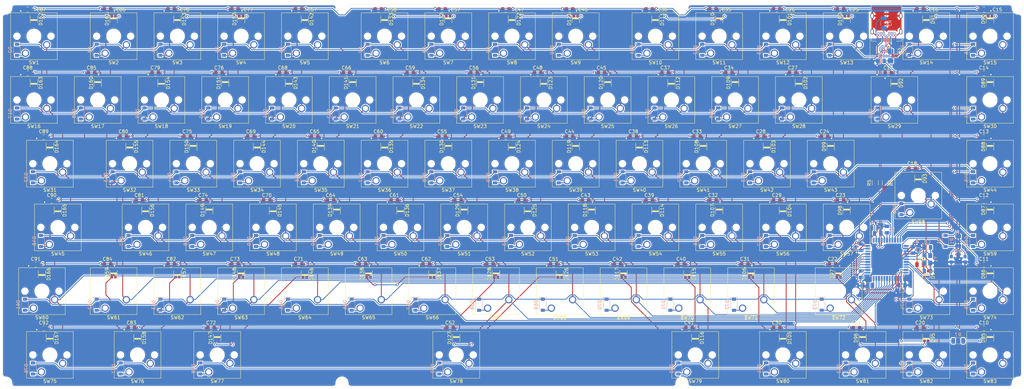
<source format=kicad_pcb>
(kicad_pcb (version 20171130) (host pcbnew 5.1.10)

  (general
    (thickness 1.6)
    (drawings 48)
    (tracks 2819)
    (zones 0)
    (modules 362)
    (nets 216)
  )

  (page A3)
  (layers
    (0 F.Cu signal)
    (31 B.Cu signal)
    (32 B.Adhes user)
    (33 F.Adhes user)
    (34 B.Paste user)
    (35 F.Paste user)
    (36 B.SilkS user)
    (37 F.SilkS user)
    (38 B.Mask user)
    (39 F.Mask user)
    (40 Dwgs.User user hide)
    (41 Cmts.User user)
    (42 Eco1.User user)
    (43 Eco2.User user)
    (44 Edge.Cuts user)
    (45 Margin user)
    (46 B.CrtYd user)
    (47 F.CrtYd user)
    (48 B.Fab user hide)
    (49 F.Fab user hide)
  )

  (setup
    (last_trace_width 0.25)
    (trace_clearance 0.2)
    (zone_clearance 0.508)
    (zone_45_only no)
    (trace_min 0.2)
    (via_size 0.8)
    (via_drill 0.4)
    (via_min_size 0.6)
    (via_min_drill 0.3)
    (uvia_size 0.3)
    (uvia_drill 0.1)
    (uvias_allowed no)
    (uvia_min_size 0.2)
    (uvia_min_drill 0.1)
    (edge_width 0.05)
    (segment_width 0.2)
    (pcb_text_width 0.3)
    (pcb_text_size 1.5 1.5)
    (mod_edge_width 0.12)
    (mod_text_size 1 1)
    (mod_text_width 0.15)
    (pad_size 2 2)
    (pad_drill 0)
    (pad_to_mask_clearance 0.051)
    (solder_mask_min_width 0.25)
    (aux_axis_origin 0 0)
    (visible_elements FFFFF77F)
    (pcbplotparams
      (layerselection 0x010fc_ffffffff)
      (usegerberextensions false)
      (usegerberattributes false)
      (usegerberadvancedattributes false)
      (creategerberjobfile false)
      (excludeedgelayer true)
      (linewidth 0.100000)
      (plotframeref false)
      (viasonmask false)
      (mode 1)
      (useauxorigin false)
      (hpglpennumber 1)
      (hpglpenspeed 20)
      (hpglpendiameter 15.000000)
      (psnegative false)
      (psa4output false)
      (plotreference true)
      (plotvalue true)
      (plotinvisibletext false)
      (padsonsilk false)
      (subtractmaskfromsilk false)
      (outputformat 1)
      (mirror false)
      (drillshape 1)
      (scaleselection 1)
      (outputdirectory ""))
  )

  (net 0 "")
  (net 1 GND)
  (net 2 +5V)
  (net 3 "Net-(C7-Pad1)")
  (net 4 "Net-(C8-Pad2)")
  (net 5 "Net-(C9-Pad1)")
  (net 6 RST)
  (net 7 ROW0)
  (net 8 "Net-(D2-Pad2)")
  (net 9 "Net-(D3-Pad2)")
  (net 10 "Net-(D4-Pad2)")
  (net 11 "Net-(D5-Pad2)")
  (net 12 "Net-(D6-Pad2)")
  (net 13 "Net-(D7-Pad2)")
  (net 14 "Net-(D8-Pad2)")
  (net 15 "Net-(D9-Pad2)")
  (net 16 "Net-(D10-Pad2)")
  (net 17 "Net-(D11-Pad2)")
  (net 18 "Net-(D12-Pad2)")
  (net 19 "Net-(D13-Pad2)")
  (net 20 "Net-(D14-Pad2)")
  (net 21 "Net-(D15-Pad2)")
  (net 22 "Net-(D16-Pad2)")
  (net 23 ROW1)
  (net 24 "Net-(D17-Pad2)")
  (net 25 "Net-(D18-Pad2)")
  (net 26 "Net-(D19-Pad2)")
  (net 27 "Net-(D20-Pad2)")
  (net 28 "Net-(D21-Pad2)")
  (net 29 "Net-(D22-Pad2)")
  (net 30 "Net-(D23-Pad2)")
  (net 31 "Net-(D24-Pad2)")
  (net 32 "Net-(D25-Pad2)")
  (net 33 "Net-(D26-Pad2)")
  (net 34 "Net-(D27-Pad2)")
  (net 35 "Net-(D28-Pad2)")
  (net 36 "Net-(D29-Pad2)")
  (net 37 "Net-(D30-Pad2)")
  (net 38 "Net-(D31-Pad2)")
  (net 39 "Net-(D32-Pad2)")
  (net 40 ROW2)
  (net 41 "Net-(D33-Pad2)")
  (net 42 "Net-(D34-Pad2)")
  (net 43 "Net-(D35-Pad2)")
  (net 44 "Net-(D36-Pad2)")
  (net 45 "Net-(D37-Pad2)")
  (net 46 "Net-(D38-Pad2)")
  (net 47 "Net-(D39-Pad2)")
  (net 48 "Net-(D40-Pad2)")
  (net 49 "Net-(D41-Pad2)")
  (net 50 "Net-(D42-Pad2)")
  (net 51 "Net-(D43-Pad2)")
  (net 52 "Net-(D44-Pad2)")
  (net 53 "Net-(D45-Pad2)")
  (net 54 "Net-(D46-Pad2)")
  (net 55 ROW3)
  (net 56 "Net-(D47-Pad2)")
  (net 57 "Net-(D48-Pad2)")
  (net 58 "Net-(D49-Pad2)")
  (net 59 "Net-(D50-Pad2)")
  (net 60 "Net-(D51-Pad2)")
  (net 61 "Net-(D52-Pad2)")
  (net 62 "Net-(D53-Pad2)")
  (net 63 "Net-(D54-Pad2)")
  (net 64 "Net-(D55-Pad2)")
  (net 65 "Net-(D56-Pad2)")
  (net 66 "Net-(D57-Pad2)")
  (net 67 "Net-(D58-Pad2)")
  (net 68 "Net-(D59-Pad2)")
  (net 69 "Net-(D60-Pad2)")
  (net 70 ROW4)
  (net 71 "Net-(D61-Pad2)")
  (net 72 "Net-(D62-Pad2)")
  (net 73 "Net-(D63-Pad2)")
  (net 74 "Net-(D64-Pad2)")
  (net 75 "Net-(D65-Pad2)")
  (net 76 "Net-(D66-Pad2)")
  (net 77 "Net-(D67-Pad2)")
  (net 78 "Net-(D68-Pad2)")
  (net 79 "Net-(D69-Pad2)")
  (net 80 "Net-(D70-Pad2)")
  (net 81 "Net-(D71-Pad2)")
  (net 82 "Net-(D72-Pad2)")
  (net 83 "Net-(D73-Pad2)")
  (net 84 "Net-(D74-Pad2)")
  (net 85 "Net-(D75-Pad2)")
  (net 86 ROW5)
  (net 87 "Net-(D76-Pad2)")
  (net 88 "Net-(D77-Pad2)")
  (net 89 "Net-(D78-Pad2)")
  (net 90 "Net-(D79-Pad2)")
  (net 91 "Net-(D80-Pad2)")
  (net 92 "Net-(D81-Pad2)")
  (net 93 "Net-(D82-Pad2)")
  (net 94 "Net-(D83-Pad2)")
  (net 95 "Net-(D84-Pad2)")
  (net 96 "Net-(D85-Pad2)")
  (net 97 DIN)
  (net 98 "Net-(D86-Pad2)")
  (net 99 "Net-(D87-Pad2)")
  (net 100 "Net-(D88-Pad2)")
  (net 101 "Net-(D89-Pad2)")
  (net 102 "Net-(D90-Pad2)")
  (net 103 "Net-(D91-Pad2)")
  (net 104 "Net-(D92-Pad2)")
  (net 105 "Net-(D93-Pad2)")
  (net 106 "Net-(D94-Pad2)")
  (net 107 "Net-(D95-Pad2)")
  (net 108 "Net-(D96-Pad2)")
  (net 109 "Net-(D97-Pad2)")
  (net 110 "Net-(D98-Pad2)")
  (net 111 "Net-(D100-Pad4)")
  (net 112 "Net-(D100-Pad2)")
  (net 113 "Net-(D101-Pad2)")
  (net 114 "Net-(D102-Pad2)")
  (net 115 "Net-(D103-Pad2)")
  (net 116 "Net-(D104-Pad2)")
  (net 117 "Net-(D105-Pad2)")
  (net 118 "Net-(D106-Pad2)")
  (net 119 "Net-(D107-Pad2)")
  (net 120 "Net-(D108-Pad2)")
  (net 121 "Net-(D109-Pad2)")
  (net 122 "Net-(D110-Pad2)")
  (net 123 "Net-(D111-Pad2)")
  (net 124 "Net-(D112-Pad2)")
  (net 125 "Net-(D113-Pad2)")
  (net 126 "Net-(D114-Pad2)")
  (net 127 "Net-(D115-Pad2)")
  (net 128 "Net-(D116-Pad2)")
  (net 129 "Net-(D117-Pad2)")
  (net 130 "Net-(D118-Pad2)")
  (net 131 "Net-(D119-Pad2)")
  (net 132 "Net-(D120-Pad2)")
  (net 133 "Net-(D121-Pad2)")
  (net 134 "Net-(D122-Pad2)")
  (net 135 "Net-(D123-Pad2)")
  (net 136 "Net-(D124-Pad2)")
  (net 137 "Net-(D125-Pad2)")
  (net 138 "Net-(D126-Pad2)")
  (net 139 "Net-(D127-Pad2)")
  (net 140 "Net-(D128-Pad2)")
  (net 141 "Net-(D129-Pad2)")
  (net 142 "Net-(D130-Pad2)")
  (net 143 "Net-(D131-Pad2)")
  (net 144 "Net-(D132-Pad2)")
  (net 145 "Net-(D133-Pad2)")
  (net 146 "Net-(D134-Pad2)")
  (net 147 "Net-(D135-Pad2)")
  (net 148 "Net-(D136-Pad2)")
  (net 149 "Net-(D137-Pad2)")
  (net 150 "Net-(D138-Pad2)")
  (net 151 "Net-(D139-Pad2)")
  (net 152 "Net-(D140-Pad2)")
  (net 153 "Net-(D141-Pad2)")
  (net 154 "Net-(D142-Pad2)")
  (net 155 "Net-(D143-Pad2)")
  (net 156 "Net-(D144-Pad2)")
  (net 157 "Net-(D145-Pad2)")
  (net 158 "Net-(D146-Pad2)")
  (net 159 "Net-(D147-Pad2)")
  (net 160 "Net-(D148-Pad2)")
  (net 161 "Net-(D149-Pad2)")
  (net 162 "Net-(D150-Pad2)")
  (net 163 "Net-(D151-Pad2)")
  (net 164 "Net-(D152-Pad2)")
  (net 165 "Net-(D153-Pad2)")
  (net 166 "Net-(D154-Pad2)")
  (net 167 "Net-(D155-Pad2)")
  (net 168 "Net-(D156-Pad2)")
  (net 169 "Net-(D157-Pad2)")
  (net 170 "Net-(D158-Pad2)")
  (net 171 "Net-(D159-Pad2)")
  (net 172 "Net-(D160-Pad2)")
  (net 173 "Net-(D161-Pad2)")
  (net 174 "Net-(D162-Pad2)")
  (net 175 "Net-(D163-Pad2)")
  (net 176 "Net-(D164-Pad2)")
  (net 177 "Net-(D165-Pad2)")
  (net 178 "Net-(D166-Pad2)")
  (net 179 "Net-(D167-Pad2)")
  (net 180 "Net-(F1-Pad2)")
  (net 181 COL02)
  (net 182 COL00)
  (net 183 COL01)
  (net 184 D-)
  (net 185 D+)
  (net 186 "Net-(R6-Pad2)")
  (net 187 COL03)
  (net 188 COL04)
  (net 189 COL06)
  (net 190 COL07)
  (net 191 COL08)
  (net 192 COL09)
  (net 193 COL10)
  (net 194 COL11)
  (net 195 COL12)
  (net 196 COL13)
  (net 197 COL14)
  (net 198 COL15)
  (net 199 COL05)
  (net 200 "Net-(U1-Pad1)")
  (net 201 "Net-(U1-Pad42)")
  (net 202 "Net-(R7-Pad2)")
  (net 203 "Net-(J1-PadB11)")
  (net 204 "Net-(J1-PadB2)")
  (net 205 "Net-(J1-PadB5)")
  (net 206 "Net-(J1-PadB8)")
  (net 207 "Net-(J1-PadB3)")
  (net 208 "Net-(J1-PadB10)")
  (net 209 "Net-(J1-PadA2)")
  (net 210 "Net-(J1-PadA3)")
  (net 211 "Net-(J1-PadA5)")
  (net 212 "Net-(J1-PadA8)")
  (net 213 "Net-(J1-PadA10)")
  (net 214 "Net-(J1-PadA11)")
  (net 215 "Net-(U1-Pad12)")

  (net_class Default "Dies ist die voreingestellte Netzklasse."
    (clearance 0.2)
    (trace_width 0.25)
    (via_dia 0.8)
    (via_drill 0.4)
    (uvia_dia 0.3)
    (uvia_drill 0.1)
    (add_net +5V)
    (add_net COL00)
    (add_net COL01)
    (add_net COL02)
    (add_net COL03)
    (add_net COL04)
    (add_net COL05)
    (add_net COL06)
    (add_net COL07)
    (add_net COL08)
    (add_net COL09)
    (add_net COL10)
    (add_net COL11)
    (add_net COL12)
    (add_net COL13)
    (add_net COL14)
    (add_net COL15)
    (add_net D+)
    (add_net D-)
    (add_net DIN)
    (add_net GND)
    (add_net "Net-(C7-Pad1)")
    (add_net "Net-(C8-Pad2)")
    (add_net "Net-(C9-Pad1)")
    (add_net "Net-(D10-Pad2)")
    (add_net "Net-(D100-Pad2)")
    (add_net "Net-(D100-Pad4)")
    (add_net "Net-(D101-Pad2)")
    (add_net "Net-(D102-Pad2)")
    (add_net "Net-(D103-Pad2)")
    (add_net "Net-(D104-Pad2)")
    (add_net "Net-(D105-Pad2)")
    (add_net "Net-(D106-Pad2)")
    (add_net "Net-(D107-Pad2)")
    (add_net "Net-(D108-Pad2)")
    (add_net "Net-(D109-Pad2)")
    (add_net "Net-(D11-Pad2)")
    (add_net "Net-(D110-Pad2)")
    (add_net "Net-(D111-Pad2)")
    (add_net "Net-(D112-Pad2)")
    (add_net "Net-(D113-Pad2)")
    (add_net "Net-(D114-Pad2)")
    (add_net "Net-(D115-Pad2)")
    (add_net "Net-(D116-Pad2)")
    (add_net "Net-(D117-Pad2)")
    (add_net "Net-(D118-Pad2)")
    (add_net "Net-(D119-Pad2)")
    (add_net "Net-(D12-Pad2)")
    (add_net "Net-(D120-Pad2)")
    (add_net "Net-(D121-Pad2)")
    (add_net "Net-(D122-Pad2)")
    (add_net "Net-(D123-Pad2)")
    (add_net "Net-(D124-Pad2)")
    (add_net "Net-(D125-Pad2)")
    (add_net "Net-(D126-Pad2)")
    (add_net "Net-(D127-Pad2)")
    (add_net "Net-(D128-Pad2)")
    (add_net "Net-(D129-Pad2)")
    (add_net "Net-(D13-Pad2)")
    (add_net "Net-(D130-Pad2)")
    (add_net "Net-(D131-Pad2)")
    (add_net "Net-(D132-Pad2)")
    (add_net "Net-(D133-Pad2)")
    (add_net "Net-(D134-Pad2)")
    (add_net "Net-(D135-Pad2)")
    (add_net "Net-(D136-Pad2)")
    (add_net "Net-(D137-Pad2)")
    (add_net "Net-(D138-Pad2)")
    (add_net "Net-(D139-Pad2)")
    (add_net "Net-(D14-Pad2)")
    (add_net "Net-(D140-Pad2)")
    (add_net "Net-(D141-Pad2)")
    (add_net "Net-(D142-Pad2)")
    (add_net "Net-(D143-Pad2)")
    (add_net "Net-(D144-Pad2)")
    (add_net "Net-(D145-Pad2)")
    (add_net "Net-(D146-Pad2)")
    (add_net "Net-(D147-Pad2)")
    (add_net "Net-(D148-Pad2)")
    (add_net "Net-(D149-Pad2)")
    (add_net "Net-(D15-Pad2)")
    (add_net "Net-(D150-Pad2)")
    (add_net "Net-(D151-Pad2)")
    (add_net "Net-(D152-Pad2)")
    (add_net "Net-(D153-Pad2)")
    (add_net "Net-(D154-Pad2)")
    (add_net "Net-(D155-Pad2)")
    (add_net "Net-(D156-Pad2)")
    (add_net "Net-(D157-Pad2)")
    (add_net "Net-(D158-Pad2)")
    (add_net "Net-(D159-Pad2)")
    (add_net "Net-(D16-Pad2)")
    (add_net "Net-(D160-Pad2)")
    (add_net "Net-(D161-Pad2)")
    (add_net "Net-(D162-Pad2)")
    (add_net "Net-(D163-Pad2)")
    (add_net "Net-(D164-Pad2)")
    (add_net "Net-(D165-Pad2)")
    (add_net "Net-(D166-Pad2)")
    (add_net "Net-(D167-Pad2)")
    (add_net "Net-(D17-Pad2)")
    (add_net "Net-(D18-Pad2)")
    (add_net "Net-(D19-Pad2)")
    (add_net "Net-(D2-Pad2)")
    (add_net "Net-(D20-Pad2)")
    (add_net "Net-(D21-Pad2)")
    (add_net "Net-(D22-Pad2)")
    (add_net "Net-(D23-Pad2)")
    (add_net "Net-(D24-Pad2)")
    (add_net "Net-(D25-Pad2)")
    (add_net "Net-(D26-Pad2)")
    (add_net "Net-(D27-Pad2)")
    (add_net "Net-(D28-Pad2)")
    (add_net "Net-(D29-Pad2)")
    (add_net "Net-(D3-Pad2)")
    (add_net "Net-(D30-Pad2)")
    (add_net "Net-(D31-Pad2)")
    (add_net "Net-(D32-Pad2)")
    (add_net "Net-(D33-Pad2)")
    (add_net "Net-(D34-Pad2)")
    (add_net "Net-(D35-Pad2)")
    (add_net "Net-(D36-Pad2)")
    (add_net "Net-(D37-Pad2)")
    (add_net "Net-(D38-Pad2)")
    (add_net "Net-(D39-Pad2)")
    (add_net "Net-(D4-Pad2)")
    (add_net "Net-(D40-Pad2)")
    (add_net "Net-(D41-Pad2)")
    (add_net "Net-(D42-Pad2)")
    (add_net "Net-(D43-Pad2)")
    (add_net "Net-(D44-Pad2)")
    (add_net "Net-(D45-Pad2)")
    (add_net "Net-(D46-Pad2)")
    (add_net "Net-(D47-Pad2)")
    (add_net "Net-(D48-Pad2)")
    (add_net "Net-(D49-Pad2)")
    (add_net "Net-(D5-Pad2)")
    (add_net "Net-(D50-Pad2)")
    (add_net "Net-(D51-Pad2)")
    (add_net "Net-(D52-Pad2)")
    (add_net "Net-(D53-Pad2)")
    (add_net "Net-(D54-Pad2)")
    (add_net "Net-(D55-Pad2)")
    (add_net "Net-(D56-Pad2)")
    (add_net "Net-(D57-Pad2)")
    (add_net "Net-(D58-Pad2)")
    (add_net "Net-(D59-Pad2)")
    (add_net "Net-(D6-Pad2)")
    (add_net "Net-(D60-Pad2)")
    (add_net "Net-(D61-Pad2)")
    (add_net "Net-(D62-Pad2)")
    (add_net "Net-(D63-Pad2)")
    (add_net "Net-(D64-Pad2)")
    (add_net "Net-(D65-Pad2)")
    (add_net "Net-(D66-Pad2)")
    (add_net "Net-(D67-Pad2)")
    (add_net "Net-(D68-Pad2)")
    (add_net "Net-(D69-Pad2)")
    (add_net "Net-(D7-Pad2)")
    (add_net "Net-(D70-Pad2)")
    (add_net "Net-(D71-Pad2)")
    (add_net "Net-(D72-Pad2)")
    (add_net "Net-(D73-Pad2)")
    (add_net "Net-(D74-Pad2)")
    (add_net "Net-(D75-Pad2)")
    (add_net "Net-(D76-Pad2)")
    (add_net "Net-(D77-Pad2)")
    (add_net "Net-(D78-Pad2)")
    (add_net "Net-(D79-Pad2)")
    (add_net "Net-(D8-Pad2)")
    (add_net "Net-(D80-Pad2)")
    (add_net "Net-(D81-Pad2)")
    (add_net "Net-(D82-Pad2)")
    (add_net "Net-(D83-Pad2)")
    (add_net "Net-(D84-Pad2)")
    (add_net "Net-(D85-Pad2)")
    (add_net "Net-(D86-Pad2)")
    (add_net "Net-(D87-Pad2)")
    (add_net "Net-(D88-Pad2)")
    (add_net "Net-(D89-Pad2)")
    (add_net "Net-(D9-Pad2)")
    (add_net "Net-(D90-Pad2)")
    (add_net "Net-(D91-Pad2)")
    (add_net "Net-(D92-Pad2)")
    (add_net "Net-(D93-Pad2)")
    (add_net "Net-(D94-Pad2)")
    (add_net "Net-(D95-Pad2)")
    (add_net "Net-(D96-Pad2)")
    (add_net "Net-(D97-Pad2)")
    (add_net "Net-(D98-Pad2)")
    (add_net "Net-(F1-Pad2)")
    (add_net "Net-(J1-PadA10)")
    (add_net "Net-(J1-PadA11)")
    (add_net "Net-(J1-PadA2)")
    (add_net "Net-(J1-PadA3)")
    (add_net "Net-(J1-PadA5)")
    (add_net "Net-(J1-PadA8)")
    (add_net "Net-(J1-PadB10)")
    (add_net "Net-(J1-PadB11)")
    (add_net "Net-(J1-PadB2)")
    (add_net "Net-(J1-PadB3)")
    (add_net "Net-(J1-PadB5)")
    (add_net "Net-(J1-PadB8)")
    (add_net "Net-(R6-Pad2)")
    (add_net "Net-(R7-Pad2)")
    (add_net "Net-(U1-Pad1)")
    (add_net "Net-(U1-Pad12)")
    (add_net "Net-(U1-Pad42)")
    (add_net ROW0)
    (add_net ROW1)
    (add_net ROW2)
    (add_net ROW3)
    (add_net ROW4)
    (add_net ROW5)
    (add_net RST)
  )

  (module MountingHole:MountingHole_2mm (layer F.Cu) (tedit 60F2D872) (tstamp 60E8A97D)
    (at 341.8 151.3)
    (descr "Mounting Hole 2mm, no annular")
    (tags "mounting hole 2mm no annular")
    (attr virtual)
    (fp_text reference REF** (at 0 -4.2) (layer F.SilkS) hide
      (effects (font (size 1 1) (thickness 0.15)))
    )
    (fp_text value MountingHole_2mm (at 0 4.2) (layer F.Fab) hide
      (effects (font (size 1 1) (thickness 0.15)))
    )
    (fp_circle (center 0 0) (end 1.7 0) (layer F.CrtYd) (width 0.05))
    (fp_circle (center 0 0) (end 1.6 0) (layer Cmts.User) (width 0.15))
    (fp_text user %R (at 0.3 0) (layer F.Fab) hide
      (effects (font (size 1 1) (thickness 0.15)))
    )
    (pad "" smd circle (at 0 0) (size 2 2) (layers *.Paste))
  )

  (module MountingHole:MountingHole_2mm (layer F.Cu) (tedit 60F2D855) (tstamp 60E8A94A)
    (at 341.8 39.2)
    (descr "Mounting Hole 2mm, no annular")
    (tags "mounting hole 2mm no annular")
    (attr virtual)
    (fp_text reference REF** (at 0 -4.2) (layer F.SilkS) hide
      (effects (font (size 1 1) (thickness 0.15)))
    )
    (fp_text value MountingHole_2mm (at 0 4.2) (layer F.Fab) hide
      (effects (font (size 1 1) (thickness 0.15)))
    )
    (fp_circle (center 0 0) (end 1.7 0) (layer F.CrtYd) (width 0.05))
    (fp_circle (center 0 0) (end 1.6 0) (layer Cmts.User) (width 0.15))
    (fp_text user %R (at 0.3 0) (layer F.Fab) hide
      (effects (font (size 1 1) (thickness 0.15)))
    )
    (pad "" smd circle (at 0 0) (size 2 2) (layers *.Paste))
  )

  (module MountingHole:MountingHole_2mm (layer F.Cu) (tedit 60F2D83E) (tstamp 60E8A17F)
    (at 241.3 39.2)
    (descr "Mounting Hole 2mm, no annular")
    (tags "mounting hole 2mm no annular")
    (attr virtual)
    (fp_text reference REF** (at 0 -4.2) (layer F.SilkS) hide
      (effects (font (size 1 1) (thickness 0.15)))
    )
    (fp_text value MountingHole_2mm (at 0 4.2) (layer F.Fab) hide
      (effects (font (size 1 1) (thickness 0.15)))
    )
    (fp_circle (center 0 0) (end 1.7 0) (layer F.CrtYd) (width 0.05))
    (fp_circle (center 0 0) (end 1.6 0) (layer Cmts.User) (width 0.15))
    (fp_text user %R (at 0.3 0) (layer F.Fab) hide
      (effects (font (size 1 1) (thickness 0.15)))
    )
    (pad "" smd circle (at 0 0) (size 2 2) (layers *.Paste))
  )

  (module MountingHole:MountingHole_2mm (layer F.Cu) (tedit 60F2D7FF) (tstamp 60E89FD7)
    (at 139.7 39.2)
    (descr "Mounting Hole 2mm, no annular")
    (tags "mounting hole 2mm no annular")
    (attr virtual)
    (fp_text reference REF** (at 0 -4.2) (layer F.SilkS) hide
      (effects (font (size 1 1) (thickness 0.15)))
    )
    (fp_text value MountingHole_2mm (at 0 4.2) (layer F.Fab) hide
      (effects (font (size 1 1) (thickness 0.15)))
    )
    (fp_circle (center 0 0) (end 1.7 0) (layer F.CrtYd) (width 0.05))
    (fp_circle (center 0 0) (end 1.6 0) (layer Cmts.User) (width 0.15))
    (fp_text user %R (at 0.3 0) (layer F.Fab) hide
      (effects (font (size 1 1) (thickness 0.15)))
    )
    (pad "" smd circle (at 0 0) (size 2 2) (layers *.Paste))
  )

  (module MountingHole:MountingHole_2mm (layer F.Cu) (tedit 60F2D7D3) (tstamp 60E8A8F8)
    (at 39.2 39.2)
    (descr "Mounting Hole 2mm, no annular")
    (tags "mounting hole 2mm no annular")
    (attr virtual)
    (fp_text reference REF** (at 0 -4.2) (layer F.SilkS) hide
      (effects (font (size 1 1) (thickness 0.15)))
    )
    (fp_text value MountingHole_2mm (at 0 4.2) (layer F.Fab) hide
      (effects (font (size 1 1) (thickness 0.15)))
    )
    (fp_circle (center 0 0) (end 1.7 0) (layer F.CrtYd) (width 0.05))
    (fp_circle (center 0 0) (end 1.6 0) (layer Cmts.User) (width 0.15))
    (fp_text user %R (at 0.3 0) (layer F.Fab) hide
      (effects (font (size 1 1) (thickness 0.15)))
    )
    (pad "" smd circle (at 0 0) (size 2 2) (layers *.Paste))
  )

  (module MountingHole:MountingHole_2mm (layer F.Cu) (tedit 60F2D763) (tstamp 60E8A92F)
    (at 39.2 151.3)
    (descr "Mounting Hole 2mm, no annular")
    (tags "mounting hole 2mm no annular")
    (attr virtual)
    (fp_text reference REF** (at 0 -4.2) (layer F.SilkS) hide
      (effects (font (size 1 1) (thickness 0.15)))
    )
    (fp_text value MountingHole_2mm (at 0 4.2) (layer F.Fab) hide
      (effects (font (size 1 1) (thickness 0.15)))
    )
    (fp_circle (center 0 0) (end 1.7 0) (layer F.CrtYd) (width 0.05))
    (fp_circle (center 0 0) (end 1.6 0) (layer Cmts.User) (width 0.15))
    (fp_text user %R (at 0.3 0) (layer F.Fab) hide
      (effects (font (size 1 1) (thickness 0.15)))
    )
    (pad "" smd circle (at 0 0) (size 2 2) (layers *.Paste))
  )

  (module MountingHole:MountingHole_2mm (layer F.Cu) (tedit 60F2D70C) (tstamp 60E8A18C)
    (at 139.7 151.3)
    (descr "Mounting Hole 2mm, no annular")
    (tags "mounting hole 2mm no annular")
    (attr virtual)
    (fp_text reference REF** (at 0 -4.2) (layer F.SilkS) hide
      (effects (font (size 1 1) (thickness 0.15)))
    )
    (fp_text value MountingHole_2mm (at 0 4.2) (layer F.Fab) hide
      (effects (font (size 1 1) (thickness 0.15)))
    )
    (fp_circle (center 0 0) (end 1.7 0) (layer F.CrtYd) (width 0.05))
    (fp_circle (center 0 0) (end 1.6 0) (layer Cmts.User) (width 0.15))
    (fp_text user %R (at 0.3 0) (layer F.Fab) hide
      (effects (font (size 1 1) (thickness 0.15)))
    )
    (pad "" smd circle (at 0 0) (size 2 2) (layers *.Paste))
  )

  (module MountingHole:MountingHole_2mm (layer F.Cu) (tedit 60F2D69F) (tstamp 60E8A1A1)
    (at 241.3 151.3)
    (descr "Mounting Hole 2mm, no annular")
    (tags "mounting hole 2mm no annular")
    (attr virtual)
    (fp_text reference REF** (at 0 -4.2) (layer F.SilkS) hide
      (effects (font (size 1 1) (thickness 0.15)))
    )
    (fp_text value MountingHole_2mm (at 0 4.2) (layer F.Fab) hide
      (effects (font (size 1 1) (thickness 0.15)))
    )
    (fp_circle (center 0 0) (end 1.7 0) (layer F.CrtYd) (width 0.05))
    (fp_circle (center 0 0) (end 1.6 0) (layer Cmts.User) (width 0.15))
    (fp_text user %R (at 0.3 0) (layer F.Fab) hide
      (effects (font (size 1 1) (thickness 0.15)))
    )
    (pad "" smd circle (at 0 0) (size 2 2) (layers *.Paste))
  )

  (module Button_Switch_Keyboard:SW_Cherry_MX_ISOEnter_PCB (layer F.Cu) (tedit 60E88C41) (tstamp 5F160517)
    (at 309.40375 100.33 180)
    (descr "Cherry MX keyswitch, ISO Enter, PCB mount, http://cherryamericas.com/wp-content/uploads/2014/12/mx_cat.pdf")
    (tags "Cherry MX keyswitch ISO enter PCB")
    (path /5F51BE8C/5F51CE2C)
    (fp_text reference SW58 (at -2.54 -2.794 180) (layer F.SilkS)
      (effects (font (size 1 1) (thickness 0.15)))
    )
    (fp_text value MX1A-G1NA (at -2.286 13.208 180) (layer F.Fab)
      (effects (font (size 1 1) (thickness 0.15)))
    )
    (fp_line (start -8.89 -1.27) (end 3.81 -1.27) (layer F.Fab) (width 0.1))
    (fp_line (start 3.81 -1.27) (end 3.81 11.43) (layer F.Fab) (width 0.1))
    (fp_line (start 3.81 11.43) (end -8.89 11.43) (layer F.Fab) (width 0.1))
    (fp_line (start -8.89 11.43) (end -8.89 -1.27) (layer F.Fab) (width 0.1))
    (fp_line (start -9.14 11.68) (end -9.14 -1.52) (layer F.CrtYd) (width 0.05))
    (fp_line (start 4.06 11.68) (end -9.14 11.68) (layer F.CrtYd) (width 0.05))
    (fp_line (start 4.06 -1.52) (end 4.06 11.68) (layer F.CrtYd) (width 0.05))
    (fp_line (start -9.14 -1.52) (end 4.06 -1.52) (layer F.CrtYd) (width 0.05))
    (fp_line (start 9.36625 -13.97) (end 9.36625 5.08) (layer Dwgs.User) (width 0.15))
    (fp_line (start 14.12875 24.13) (end -14.44625 24.13) (layer Dwgs.User) (width 0.15))
    (fp_line (start -14.44625 24.13) (end -14.44625 -13.97) (layer Dwgs.User) (width 0.15))
    (fp_line (start -14.44625 -13.97) (end 9.36625 -13.97) (layer Dwgs.User) (width 0.15))
    (fp_line (start 14.12875 5.08) (end 14.12875 24.13) (layer Dwgs.User) (width 0.15))
    (fp_line (start 9.36625 5.08) (end 14.12875 5.08) (layer Dwgs.User) (width 0.15))
    (fp_line (start -9.525 -1.905) (end 4.445 -1.905) (layer F.SilkS) (width 0.12))
    (fp_line (start 4.445 -1.905) (end 4.445 12.065) (layer F.SilkS) (width 0.12))
    (fp_line (start 4.445 12.065) (end -9.525 12.065) (layer F.SilkS) (width 0.12))
    (fp_line (start -9.525 12.065) (end -9.525 -1.905) (layer F.SilkS) (width 0.12))
    (fp_text user %R (at -2.54 -2.794 180) (layer F.Fab)
      (effects (font (size 1 1) (thickness 0.15)))
    )
    (pad 1 thru_hole circle (at 0 0 180) (size 2.2 2.2) (drill 1.5) (layers *.Cu *.Mask)
      (net 68 "Net-(D59-Pad2)"))
    (pad 2 thru_hole circle (at -6.35 2.54 180) (size 2.2 2.2) (drill 1.5) (layers *.Cu *.Mask)
      (net 197 COL14))
    (pad "" np_thru_hole circle (at -2.54 5.08 180) (size 4 4) (drill 4) (layers *.Cu *.Mask))
    (pad "" np_thru_hole circle (at -7.62 5.08 180) (size 1.7 1.7) (drill 1.7) (layers *.Cu *.Mask))
    (pad "" np_thru_hole circle (at 2.54 5.08 180) (size 1.7 1.7) (drill 1.7) (layers *.Cu *.Mask))
    (model ${KISYS3DMOD}/Button_Switch_Keyboard.3dshapes/SW_Cherry_MX_ISOEnter_PCB.wrl
      (at (xyz 0 0 0))
      (scale (xyz 1 1 1))
      (rotate (xyz 0 0 0))
    )
  )

  (module Button_Switch_Keyboard:SW_Cherry_MX_2.00u_PCB (layer F.Cu) (tedit 60E88B61) (tstamp 5F16021F)
    (at 302.26 71.755 180)
    (descr "Cherry MX keyswitch, 2.00u, PCB mount, http://cherryamericas.com/wp-content/uploads/2014/12/mx_cat.pdf")
    (tags "Cherry MX keyswitch 2.00u PCB")
    (path /5F51BE8C/5F51CE0E)
    (fp_text reference SW29 (at -2.54 -2.794 180) (layer F.SilkS)
      (effects (font (size 1 1) (thickness 0.15)))
    )
    (fp_text value MX1A-G1NA (at -2.54 12.954 180) (layer F.Fab)
      (effects (font (size 1 1) (thickness 0.15)))
    )
    (fp_line (start -8.89 -1.27) (end 3.81 -1.27) (layer F.Fab) (width 0.1))
    (fp_line (start 3.81 -1.27) (end 3.81 11.43) (layer F.Fab) (width 0.1))
    (fp_line (start 3.81 11.43) (end -8.89 11.43) (layer F.Fab) (width 0.1))
    (fp_line (start -8.89 11.43) (end -8.89 -1.27) (layer F.Fab) (width 0.1))
    (fp_line (start -9.14 11.68) (end -9.14 -1.52) (layer F.CrtYd) (width 0.05))
    (fp_line (start 4.06 11.68) (end -9.14 11.68) (layer F.CrtYd) (width 0.05))
    (fp_line (start 4.06 -1.52) (end 4.06 11.68) (layer F.CrtYd) (width 0.05))
    (fp_line (start -9.14 -1.52) (end 4.06 -1.52) (layer F.CrtYd) (width 0.05))
    (fp_line (start -21.59 -4.445) (end 16.51 -4.445) (layer Dwgs.User) (width 0.15))
    (fp_line (start 16.51 -4.445) (end 16.51 14.605) (layer Dwgs.User) (width 0.15))
    (fp_line (start 16.51 14.605) (end -21.59 14.605) (layer Dwgs.User) (width 0.15))
    (fp_line (start -21.59 14.605) (end -21.59 -4.445) (layer Dwgs.User) (width 0.15))
    (fp_line (start -9.525 -1.905) (end 4.445 -1.905) (layer F.SilkS) (width 0.12))
    (fp_line (start 4.445 -1.905) (end 4.445 12.065) (layer F.SilkS) (width 0.12))
    (fp_line (start 4.445 12.065) (end -9.525 12.065) (layer F.SilkS) (width 0.12))
    (fp_line (start -9.525 12.065) (end -9.525 -1.905) (layer F.SilkS) (width 0.12))
    (fp_text user %R (at -2.54 -2.794 180) (layer F.Fab)
      (effects (font (size 1 1) (thickness 0.15)))
    )
    (pad 1 thru_hole circle (at 0 0 180) (size 2.2 2.2) (drill 1.5) (layers *.Cu *.Mask)
      (net 37 "Net-(D30-Pad2)"))
    (pad 2 thru_hole circle (at -6.35 2.54 180) (size 2.2 2.2) (drill 1.5) (layers *.Cu *.Mask)
      (net 197 COL14))
    (pad "" np_thru_hole circle (at -2.54 5.08 180) (size 4 4) (drill 4) (layers *.Cu *.Mask))
    (pad "" np_thru_hole circle (at -7.62 5.08 180) (size 1.7 1.7) (drill 1.7) (layers *.Cu *.Mask))
    (pad "" np_thru_hole circle (at 2.54 5.08 180) (size 1.7 1.7) (drill 1.7) (layers *.Cu *.Mask))
    (model ${KISYS3DMOD}/Button_Switch_Keyboard.3dshapes/SW_Cherry_MX_2.00u_PCB.wrl
      (at (xyz 0 0 0))
      (scale (xyz 1 1 1))
      (rotate (xyz 0 0 0))
    )
  )

  (module Button_Switch_Keyboard:SW_Cherry_MX_6.25u_PCB (layer F.Cu) (tedit 60E88B4A) (tstamp 5F160723)
    (at 171.29125 147.955 180)
    (descr "Cherry MX keyswitch, 6.25u, PCB mount, http://cherryamericas.com/wp-content/uploads/2014/12/mx_cat.pdf")
    (tags "Cherry MX keyswitch 6.25u PCB")
    (path /5F51BE8C/5F84AEA9)
    (fp_text reference SW78 (at -2.54 -2.794 180) (layer F.SilkS)
      (effects (font (size 1 1) (thickness 0.15)))
    )
    (fp_text value MX1A-G1NA (at -2.54 12.954 180) (layer F.Fab)
      (effects (font (size 1 1) (thickness 0.15)))
    )
    (fp_line (start -8.89 -1.27) (end 3.81 -1.27) (layer F.Fab) (width 0.1))
    (fp_line (start 3.81 -1.27) (end 3.81 11.43) (layer F.Fab) (width 0.1))
    (fp_line (start 3.81 11.43) (end -8.89 11.43) (layer F.Fab) (width 0.1))
    (fp_line (start -8.89 11.43) (end -8.89 -1.27) (layer F.Fab) (width 0.1))
    (fp_line (start -9.14 11.68) (end -9.14 -1.52) (layer F.CrtYd) (width 0.05))
    (fp_line (start 4.06 11.68) (end -9.14 11.68) (layer F.CrtYd) (width 0.05))
    (fp_line (start 4.06 -1.52) (end 4.06 11.68) (layer F.CrtYd) (width 0.05))
    (fp_line (start -9.14 -1.52) (end 4.06 -1.52) (layer F.CrtYd) (width 0.05))
    (fp_line (start -62.07125 -4.445) (end 56.99125 -4.445) (layer Dwgs.User) (width 0.15))
    (fp_line (start 56.99125 -4.445) (end 56.99125 14.605) (layer Dwgs.User) (width 0.15))
    (fp_line (start 56.99125 14.605) (end -62.07125 14.605) (layer Dwgs.User) (width 0.15))
    (fp_line (start -62.07125 14.605) (end -62.07125 -4.445) (layer Dwgs.User) (width 0.15))
    (fp_line (start -9.525 -1.905) (end 4.445 -1.905) (layer F.SilkS) (width 0.12))
    (fp_line (start 4.445 -1.905) (end 4.445 12.065) (layer F.SilkS) (width 0.12))
    (fp_line (start 4.445 12.065) (end -9.525 12.065) (layer F.SilkS) (width 0.12))
    (fp_line (start -9.525 12.065) (end -9.525 -1.905) (layer F.SilkS) (width 0.12))
    (fp_text user %R (at -2.54 -2.794 180) (layer F.Fab)
      (effects (font (size 1 1) (thickness 0.15)))
    )
    (pad 1 thru_hole circle (at 0 0 180) (size 2.2 2.2) (drill 1.5) (layers *.Cu *.Mask)
      (net 90 "Net-(D79-Pad2)"))
    (pad 2 thru_hole circle (at -6.35 2.54 180) (size 2.2 2.2) (drill 1.5) (layers *.Cu *.Mask)
      (net 190 COL07))
    (pad "" np_thru_hole circle (at -2.54 5.08 180) (size 4 4) (drill 4) (layers *.Cu *.Mask))
    (pad "" np_thru_hole circle (at -7.62 5.08 180) (size 1.7 1.7) (drill 1.7) (layers *.Cu *.Mask))
    (pad "" np_thru_hole circle (at 2.54 5.08 180) (size 1.7 1.7) (drill 1.7) (layers *.Cu *.Mask))
    (model ${KISYS3DMOD}/Button_Switch_Keyboard.3dshapes/SW_Cherry_MX_6.25u_PCB.wrl
      (at (xyz 0 0 0))
      (scale (xyz 1 1 1))
      (rotate (xyz 0 0 0))
    )
  )

  (module Crystal:Crystal_SMD_3225-4Pin_3.2x2.5mm (layer B.Cu) (tedit 5A0FD1B2) (tstamp 60EED0B1)
    (at 314.6425 114.3 90)
    (descr "SMD Crystal SERIES SMD3225/4 http://www.txccrystal.com/images/pdf/7m-accuracy.pdf, 3.2x2.5mm^2 package")
    (tags "SMD SMT crystal")
    (path /5F294622)
    (attr smd)
    (fp_text reference Y1 (at 0 2.45 90) (layer B.SilkS)
      (effects (font (size 1 1) (thickness 0.15)) (justify mirror))
    )
    (fp_text value 16MHz (at 0 -2.45 90) (layer B.Fab)
      (effects (font (size 1 1) (thickness 0.15)) (justify mirror))
    )
    (fp_line (start 2.1 1.7) (end -2.1 1.7) (layer B.CrtYd) (width 0.05))
    (fp_line (start 2.1 -1.7) (end 2.1 1.7) (layer B.CrtYd) (width 0.05))
    (fp_line (start -2.1 -1.7) (end 2.1 -1.7) (layer B.CrtYd) (width 0.05))
    (fp_line (start -2.1 1.7) (end -2.1 -1.7) (layer B.CrtYd) (width 0.05))
    (fp_line (start -2 -1.65) (end 2 -1.65) (layer B.SilkS) (width 0.12))
    (fp_line (start -2 1.65) (end -2 -1.65) (layer B.SilkS) (width 0.12))
    (fp_line (start -1.6 -0.25) (end -0.6 -1.25) (layer B.Fab) (width 0.1))
    (fp_line (start 1.6 1.25) (end -1.6 1.25) (layer B.Fab) (width 0.1))
    (fp_line (start 1.6 -1.25) (end 1.6 1.25) (layer B.Fab) (width 0.1))
    (fp_line (start -1.6 -1.25) (end 1.6 -1.25) (layer B.Fab) (width 0.1))
    (fp_line (start -1.6 1.25) (end -1.6 -1.25) (layer B.Fab) (width 0.1))
    (fp_text user %R (at 0 0 90) (layer B.Fab)
      (effects (font (size 0.7 0.7) (thickness 0.105)) (justify mirror))
    )
    (pad 1 smd rect (at -1.1 -0.85 90) (size 1.4 1.2) (layers B.Cu B.Paste B.Mask)
      (net 3 "Net-(C7-Pad1)"))
    (pad 2 smd rect (at 1.1 -0.85 90) (size 1.4 1.2) (layers B.Cu B.Paste B.Mask)
      (net 1 GND))
    (pad 3 smd rect (at 1.1 0.85 90) (size 1.4 1.2) (layers B.Cu B.Paste B.Mask)
      (net 4 "Net-(C8-Pad2)"))
    (pad 4 smd rect (at -1.1 0.85 90) (size 1.4 1.2) (layers B.Cu B.Paste B.Mask)
      (net 1 GND))
    (model ${KISYS3DMOD}/Crystal.3dshapes/Crystal_SMD_3225-4Pin_3.2x2.5mm.wrl
      (at (xyz 0 0 0))
      (scale (xyz 1 1 1))
      (rotate (xyz 0 0 0))
    )
  )

  (module Button_Switch_SMD:SW_Push_1P1T-SH_NO_CK_KMR2xxG (layer B.Cu) (tedit 60F04E96) (tstamp 60EE10F7)
    (at 323.85 114.3 180)
    (descr "CK components KMR2 tactile switch with ground pin http://www.ckswitches.com/media/1479/kmr2.pdf")
    (tags "tactile switch kmr2")
    (path /60FEE33A)
    (attr smd)
    (fp_text reference SW84 (at 0 2.45) (layer B.SilkS)
      (effects (font (size 1 1) (thickness 0.15)) (justify mirror))
    )
    (fp_text value SW_Push (at 0 -2.55) (layer B.Fab)
      (effects (font (size 1 1) (thickness 0.15)) (justify mirror))
    )
    (fp_line (start -1.15 1.55) (end -2.2 1.55) (layer B.SilkS) (width 0.12))
    (fp_line (start -2.1 1.4) (end 2.1 1.4) (layer B.Fab) (width 0.1))
    (fp_line (start 2.1 1.4) (end 2.1 -1.4) (layer B.Fab) (width 0.1))
    (fp_line (start 2.1 -1.4) (end -2.1 -1.4) (layer B.Fab) (width 0.1))
    (fp_line (start -2.1 -1.4) (end -2.1 1.4) (layer B.Fab) (width 0.1))
    (fp_line (start 2.2 -0.05) (end 2.2 0.05) (layer B.SilkS) (width 0.12))
    (fp_line (start -2.8 1.8) (end 2.8 1.8) (layer B.CrtYd) (width 0.05))
    (fp_line (start 2.8 1.8) (end 2.8 -1.8) (layer B.CrtYd) (width 0.05))
    (fp_line (start 2.8 -1.8) (end -2.8 -1.8) (layer B.CrtYd) (width 0.05))
    (fp_line (start -2.8 -1.8) (end -2.8 1.8) (layer B.CrtYd) (width 0.05))
    (fp_circle (center 0 0) (end 0 -0.8) (layer B.Fab) (width 0.1))
    (fp_line (start -2.2 -1.55) (end 2.2 -1.55) (layer B.SilkS) (width 0.12))
    (fp_line (start 2.2 1.55) (end 1.15 1.55) (layer B.SilkS) (width 0.12))
    (fp_line (start -2.2 -0.05) (end -2.2 0.05) (layer B.SilkS) (width 0.12))
    (fp_text user %R (at 0 2.45) (layer B.Fab)
      (effects (font (size 1 1) (thickness 0.15)) (justify mirror))
    )
    (pad 2 smd rect (at 2.05 -0.8 180) (size 0.9 1) (layers B.Cu B.Paste B.Mask)
      (net 1 GND))
    (pad 1 smd rect (at 2.05 0.8 180) (size 0.9 1) (layers B.Cu B.Paste B.Mask)
      (net 6 RST))
    (pad 2 smd rect (at -2.05 -0.8 180) (size 0.9 1) (layers B.Cu B.Paste B.Mask)
      (net 1 GND))
    (pad 1 smd rect (at -2.05 0.8 180) (size 0.9 1) (layers B.Cu B.Paste B.Mask)
      (net 6 RST))
    (pad SH smd rect (at 0 1.425 180) (size 1.7 0.55) (layers B.Cu B.Paste B.Mask)
      (net 1 GND))
    (model ${KISYS3DMOD}/Button_Switch_SMD.3dshapes/SW_Push_1P1T-SH_NO_CK_KMR2xxG.wrl
      (at (xyz 0 0 0))
      (scale (xyz 1 1 1))
      (rotate (xyz 0 0 0))
    )
  )

  (module Resistor_SMD:R_1206_3216Metric (layer B.Cu) (tedit 5F68FEEE) (tstamp 5F26397F)
    (at 323.85 138.684 180)
    (descr "Resistor SMD 1206 (3216 Metric), square (rectangular) end terminal, IPC_7351 nominal, (Body size source: IPC-SM-782 page 72, https://www.pcb-3d.com/wordpress/wp-content/uploads/ipc-sm-782a_amendment_1_and_2.pdf), generated with kicad-footprint-generator")
    (tags resistor)
    (path /5F259898)
    (attr smd)
    (fp_text reference R7 (at 0 1.82) (layer B.SilkS)
      (effects (font (size 1 1) (thickness 0.15)) (justify mirror))
    )
    (fp_text value 470 (at 0 -1.82) (layer B.Fab)
      (effects (font (size 1 1) (thickness 0.15)) (justify mirror))
    )
    (fp_line (start -1.6 -0.8) (end -1.6 0.8) (layer B.Fab) (width 0.1))
    (fp_line (start -1.6 0.8) (end 1.6 0.8) (layer B.Fab) (width 0.1))
    (fp_line (start 1.6 0.8) (end 1.6 -0.8) (layer B.Fab) (width 0.1))
    (fp_line (start 1.6 -0.8) (end -1.6 -0.8) (layer B.Fab) (width 0.1))
    (fp_line (start -0.727064 0.91) (end 0.727064 0.91) (layer B.SilkS) (width 0.12))
    (fp_line (start -0.727064 -0.91) (end 0.727064 -0.91) (layer B.SilkS) (width 0.12))
    (fp_line (start -2.28 -1.12) (end -2.28 1.12) (layer B.CrtYd) (width 0.05))
    (fp_line (start -2.28 1.12) (end 2.28 1.12) (layer B.CrtYd) (width 0.05))
    (fp_line (start 2.28 1.12) (end 2.28 -1.12) (layer B.CrtYd) (width 0.05))
    (fp_line (start 2.28 -1.12) (end -2.28 -1.12) (layer B.CrtYd) (width 0.05))
    (fp_text user %R (at 0 0) (layer B.Fab)
      (effects (font (size 0.8 0.8) (thickness 0.12)) (justify mirror))
    )
    (pad 2 smd roundrect (at 1.4625 0 180) (size 1.125 1.75) (layers B.Cu B.Paste B.Mask) (roundrect_rratio 0.222222)
      (net 202 "Net-(R7-Pad2)"))
    (pad 1 smd roundrect (at -1.4625 0 180) (size 1.125 1.75) (layers B.Cu B.Paste B.Mask) (roundrect_rratio 0.222222)
      (net 97 DIN))
    (model ${KISYS3DMOD}/Resistor_SMD.3dshapes/R_1206_3216Metric.wrl
      (at (xyz 0 0 0))
      (scale (xyz 1 1 1))
      (rotate (xyz 0 0 0))
    )
  )

  (module Resistor_SMD:R_1206_3216Metric (layer B.Cu) (tedit 5F68FEEE) (tstamp 60EDADF2)
    (at 296.7355 122.174)
    (descr "Resistor SMD 1206 (3216 Metric), square (rectangular) end terminal, IPC_7351 nominal, (Body size source: IPC-SM-782 page 72, https://www.pcb-3d.com/wordpress/wp-content/uploads/ipc-sm-782a_amendment_1_and_2.pdf), generated with kicad-footprint-generator")
    (tags resistor)
    (path /5F0D539D)
    (attr smd)
    (fp_text reference R6 (at 0 1.82) (layer B.SilkS)
      (effects (font (size 1 1) (thickness 0.15)) (justify mirror))
    )
    (fp_text value 10k (at 0 -1.82) (layer B.Fab)
      (effects (font (size 1 1) (thickness 0.15)) (justify mirror))
    )
    (fp_line (start -1.6 -0.8) (end -1.6 0.8) (layer B.Fab) (width 0.1))
    (fp_line (start -1.6 0.8) (end 1.6 0.8) (layer B.Fab) (width 0.1))
    (fp_line (start 1.6 0.8) (end 1.6 -0.8) (layer B.Fab) (width 0.1))
    (fp_line (start 1.6 -0.8) (end -1.6 -0.8) (layer B.Fab) (width 0.1))
    (fp_line (start -0.727064 0.91) (end 0.727064 0.91) (layer B.SilkS) (width 0.12))
    (fp_line (start -0.727064 -0.91) (end 0.727064 -0.91) (layer B.SilkS) (width 0.12))
    (fp_line (start -2.28 -1.12) (end -2.28 1.12) (layer B.CrtYd) (width 0.05))
    (fp_line (start -2.28 1.12) (end 2.28 1.12) (layer B.CrtYd) (width 0.05))
    (fp_line (start 2.28 1.12) (end 2.28 -1.12) (layer B.CrtYd) (width 0.05))
    (fp_line (start 2.28 -1.12) (end -2.28 -1.12) (layer B.CrtYd) (width 0.05))
    (fp_text user %R (at 0 0) (layer B.Fab)
      (effects (font (size 0.8 0.8) (thickness 0.12)) (justify mirror))
    )
    (pad 2 smd roundrect (at 1.4625 0) (size 1.125 1.75) (layers B.Cu B.Paste B.Mask) (roundrect_rratio 0.222222)
      (net 186 "Net-(R6-Pad2)"))
    (pad 1 smd roundrect (at -1.4625 0) (size 1.125 1.75) (layers B.Cu B.Paste B.Mask) (roundrect_rratio 0.222222)
      (net 1 GND))
    (model ${KISYS3DMOD}/Resistor_SMD.3dshapes/R_1206_3216Metric.wrl
      (at (xyz 0 0 0))
      (scale (xyz 1 1 1))
      (rotate (xyz 0 0 0))
    )
  )

  (module Resistor_SMD:R_1206_3216Metric (layer F.Cu) (tedit 5F68FEEE) (tstamp 60F1EA6B)
    (at 299.0775 91.44 90)
    (descr "Resistor SMD 1206 (3216 Metric), square (rectangular) end terminal, IPC_7351 nominal, (Body size source: IPC-SM-782 page 72, https://www.pcb-3d.com/wordpress/wp-content/uploads/ipc-sm-782a_amendment_1_and_2.pdf), generated with kicad-footprint-generator")
    (tags resistor)
    (path /5F0B5901)
    (attr smd)
    (fp_text reference R5 (at 0 -1.82 90) (layer F.SilkS)
      (effects (font (size 1 1) (thickness 0.15)))
    )
    (fp_text value 22 (at 0 2 90) (layer F.Fab)
      (effects (font (size 1 1) (thickness 0.15)))
    )
    (fp_line (start -1.6 0.8) (end -1.6 -0.8) (layer F.Fab) (width 0.1))
    (fp_line (start -1.6 -0.8) (end 1.6 -0.8) (layer F.Fab) (width 0.1))
    (fp_line (start 1.6 -0.8) (end 1.6 0.8) (layer F.Fab) (width 0.1))
    (fp_line (start 1.6 0.8) (end -1.6 0.8) (layer F.Fab) (width 0.1))
    (fp_line (start -0.727064 -0.91) (end 0.727064 -0.91) (layer F.SilkS) (width 0.12))
    (fp_line (start -0.727064 0.91) (end 0.727064 0.91) (layer F.SilkS) (width 0.12))
    (fp_line (start -2.28 1.12) (end -2.28 -1.12) (layer F.CrtYd) (width 0.05))
    (fp_line (start -2.28 -1.12) (end 2.28 -1.12) (layer F.CrtYd) (width 0.05))
    (fp_line (start 2.28 -1.12) (end 2.28 1.12) (layer F.CrtYd) (width 0.05))
    (fp_line (start 2.28 1.12) (end -2.28 1.12) (layer F.CrtYd) (width 0.05))
    (fp_text user %R (at 0 0 90) (layer F.Fab)
      (effects (font (size 0.8 0.8) (thickness 0.12)))
    )
    (pad 2 smd roundrect (at 1.4625 0 90) (size 1.125 1.75) (layers F.Cu F.Paste F.Mask) (roundrect_rratio 0.222222)
      (net 184 D-))
    (pad 1 smd roundrect (at -1.4625 0 90) (size 1.125 1.75) (layers F.Cu F.Paste F.Mask) (roundrect_rratio 0.222222)
      (net 184 D-))
    (model ${KISYS3DMOD}/Resistor_SMD.3dshapes/R_1206_3216Metric.wrl
      (at (xyz 0 0 0))
      (scale (xyz 1 1 1))
      (rotate (xyz 0 0 0))
    )
  )

  (module Resistor_SMD:R_1206_3216Metric (layer F.Cu) (tedit 5F68FEEE) (tstamp 60F1EB93)
    (at 302.0775 91.44 270)
    (descr "Resistor SMD 1206 (3216 Metric), square (rectangular) end terminal, IPC_7351 nominal, (Body size source: IPC-SM-782 page 72, https://www.pcb-3d.com/wordpress/wp-content/uploads/ipc-sm-782a_amendment_1_and_2.pdf), generated with kicad-footprint-generator")
    (tags resistor)
    (path /5F0AD349)
    (attr smd)
    (fp_text reference R4 (at 0 -1.82 90) (layer F.SilkS)
      (effects (font (size 1 1) (thickness 0.15)))
    )
    (fp_text value 22 (at 0 1.82 90) (layer F.Fab)
      (effects (font (size 1 1) (thickness 0.15)))
    )
    (fp_line (start -1.6 0.8) (end -1.6 -0.8) (layer F.Fab) (width 0.1))
    (fp_line (start -1.6 -0.8) (end 1.6 -0.8) (layer F.Fab) (width 0.1))
    (fp_line (start 1.6 -0.8) (end 1.6 0.8) (layer F.Fab) (width 0.1))
    (fp_line (start 1.6 0.8) (end -1.6 0.8) (layer F.Fab) (width 0.1))
    (fp_line (start -0.727064 -0.91) (end 0.727064 -0.91) (layer F.SilkS) (width 0.12))
    (fp_line (start -0.727064 0.91) (end 0.727064 0.91) (layer F.SilkS) (width 0.12))
    (fp_line (start -2.28 1.12) (end -2.28 -1.12) (layer F.CrtYd) (width 0.05))
    (fp_line (start -2.28 -1.12) (end 2.28 -1.12) (layer F.CrtYd) (width 0.05))
    (fp_line (start 2.28 -1.12) (end 2.28 1.12) (layer F.CrtYd) (width 0.05))
    (fp_line (start 2.28 1.12) (end -2.28 1.12) (layer F.CrtYd) (width 0.05))
    (fp_text user %R (at 0 0 90) (layer F.Fab)
      (effects (font (size 0.8 0.8) (thickness 0.12)))
    )
    (pad 2 smd roundrect (at 1.4625 0 270) (size 1.125 1.75) (layers F.Cu F.Paste F.Mask) (roundrect_rratio 0.222222)
      (net 185 D+))
    (pad 1 smd roundrect (at -1.4625 0 270) (size 1.125 1.75) (layers F.Cu F.Paste F.Mask) (roundrect_rratio 0.222222)
      (net 185 D+))
    (model ${KISYS3DMOD}/Resistor_SMD.3dshapes/R_1206_3216Metric.wrl
      (at (xyz 0 0 0))
      (scale (xyz 1 1 1))
      (rotate (xyz 0 0 0))
    )
  )

  (module Resistor_SMD:R_1206_3216Metric (layer B.Cu) (tedit 5F68FEEE) (tstamp 5F164238)
    (at 301.625 43.7245 90)
    (descr "Resistor SMD 1206 (3216 Metric), square (rectangular) end terminal, IPC_7351 nominal, (Body size source: IPC-SM-782 page 72, https://www.pcb-3d.com/wordpress/wp-content/uploads/ipc-sm-782a_amendment_1_and_2.pdf), generated with kicad-footprint-generator")
    (tags resistor)
    (path /5F030D08)
    (attr smd)
    (fp_text reference R3 (at 0 1.82 90) (layer B.SilkS)
      (effects (font (size 1 1) (thickness 0.15)) (justify mirror))
    )
    (fp_text value 5.1k (at 0 -1.82 90) (layer B.Fab)
      (effects (font (size 1 1) (thickness 0.15)) (justify mirror))
    )
    (fp_line (start -1.6 -0.8) (end -1.6 0.8) (layer B.Fab) (width 0.1))
    (fp_line (start -1.6 0.8) (end 1.6 0.8) (layer B.Fab) (width 0.1))
    (fp_line (start 1.6 0.8) (end 1.6 -0.8) (layer B.Fab) (width 0.1))
    (fp_line (start 1.6 -0.8) (end -1.6 -0.8) (layer B.Fab) (width 0.1))
    (fp_line (start -0.727064 0.91) (end 0.727064 0.91) (layer B.SilkS) (width 0.12))
    (fp_line (start -0.727064 -0.91) (end 0.727064 -0.91) (layer B.SilkS) (width 0.12))
    (fp_line (start -2.28 -1.12) (end -2.28 1.12) (layer B.CrtYd) (width 0.05))
    (fp_line (start -2.28 1.12) (end 2.28 1.12) (layer B.CrtYd) (width 0.05))
    (fp_line (start 2.28 1.12) (end 2.28 -1.12) (layer B.CrtYd) (width 0.05))
    (fp_line (start 2.28 -1.12) (end -2.28 -1.12) (layer B.CrtYd) (width 0.05))
    (fp_text user %R (at 0 0 90) (layer B.Fab)
      (effects (font (size 0.8 0.8) (thickness 0.12)) (justify mirror))
    )
    (pad 2 smd roundrect (at 1.4625 0 90) (size 1.125 1.75) (layers B.Cu B.Paste B.Mask) (roundrect_rratio 0.222222)
      (net 1 GND))
    (pad 1 smd roundrect (at -1.4625 0 90) (size 1.125 1.75) (layers B.Cu B.Paste B.Mask) (roundrect_rratio 0.222222)
      (net 205 "Net-(J1-PadB5)"))
    (model ${KISYS3DMOD}/Resistor_SMD.3dshapes/R_1206_3216Metric.wrl
      (at (xyz 0 0 0))
      (scale (xyz 1 1 1))
      (rotate (xyz 0 0 0))
    )
  )

  (module Resistor_SMD:R_1206_3216Metric (layer F.Cu) (tedit 5F68FEEE) (tstamp 60EBA96A)
    (at 304.8 52.0335 270)
    (descr "Resistor SMD 1206 (3216 Metric), square (rectangular) end terminal, IPC_7351 nominal, (Body size source: IPC-SM-782 page 72, https://www.pcb-3d.com/wordpress/wp-content/uploads/ipc-sm-782a_amendment_1_and_2.pdf), generated with kicad-footprint-generator")
    (tags resistor)
    (path /5F02FDA7)
    (attr smd)
    (fp_text reference R2 (at 0 -1.82 90) (layer F.SilkS)
      (effects (font (size 1 1) (thickness 0.15)))
    )
    (fp_text value 5.1k (at 0 1.82 90) (layer F.Fab)
      (effects (font (size 1 1) (thickness 0.15)))
    )
    (fp_line (start -1.6 0.8) (end -1.6 -0.8) (layer F.Fab) (width 0.1))
    (fp_line (start -1.6 -0.8) (end 1.6 -0.8) (layer F.Fab) (width 0.1))
    (fp_line (start 1.6 -0.8) (end 1.6 0.8) (layer F.Fab) (width 0.1))
    (fp_line (start 1.6 0.8) (end -1.6 0.8) (layer F.Fab) (width 0.1))
    (fp_line (start -0.727064 -0.91) (end 0.727064 -0.91) (layer F.SilkS) (width 0.12))
    (fp_line (start -0.727064 0.91) (end 0.727064 0.91) (layer F.SilkS) (width 0.12))
    (fp_line (start -2.28 1.12) (end -2.28 -1.12) (layer F.CrtYd) (width 0.05))
    (fp_line (start -2.28 -1.12) (end 2.28 -1.12) (layer F.CrtYd) (width 0.05))
    (fp_line (start 2.28 -1.12) (end 2.28 1.12) (layer F.CrtYd) (width 0.05))
    (fp_line (start 2.28 1.12) (end -2.28 1.12) (layer F.CrtYd) (width 0.05))
    (fp_text user %R (at 0 0 90) (layer F.Fab)
      (effects (font (size 0.8 0.8) (thickness 0.12)))
    )
    (pad 2 smd roundrect (at 1.4625 0 270) (size 1.125 1.75) (layers F.Cu F.Paste F.Mask) (roundrect_rratio 0.222222)
      (net 1 GND))
    (pad 1 smd roundrect (at -1.4625 0 270) (size 1.125 1.75) (layers F.Cu F.Paste F.Mask) (roundrect_rratio 0.222222)
      (net 211 "Net-(J1-PadA5)"))
    (model ${KISYS3DMOD}/Resistor_SMD.3dshapes/R_1206_3216Metric.wrl
      (at (xyz 0 0 0))
      (scale (xyz 1 1 1))
      (rotate (xyz 0 0 0))
    )
  )

  (module Resistor_SMD:R_1206_3216Metric (layer B.Cu) (tedit 5F68FEEE) (tstamp 60F15FCE)
    (at 323.85 108.839 270)
    (descr "Resistor SMD 1206 (3216 Metric), square (rectangular) end terminal, IPC_7351 nominal, (Body size source: IPC-SM-782 page 72, https://www.pcb-3d.com/wordpress/wp-content/uploads/ipc-sm-782a_amendment_1_and_2.pdf), generated with kicad-footprint-generator")
    (tags resistor)
    (path /5F058934)
    (attr smd)
    (fp_text reference R1 (at 0 1.82 90) (layer B.SilkS)
      (effects (font (size 1 1) (thickness 0.15)) (justify mirror))
    )
    (fp_text value 10k (at 0 -1.82 90) (layer B.Fab)
      (effects (font (size 1 1) (thickness 0.15)) (justify mirror))
    )
    (fp_line (start 2.28 -1.12) (end -2.28 -1.12) (layer B.CrtYd) (width 0.05))
    (fp_line (start 2.28 1.12) (end 2.28 -1.12) (layer B.CrtYd) (width 0.05))
    (fp_line (start -2.28 1.12) (end 2.28 1.12) (layer B.CrtYd) (width 0.05))
    (fp_line (start -2.28 -1.12) (end -2.28 1.12) (layer B.CrtYd) (width 0.05))
    (fp_line (start -0.727064 -0.91) (end 0.727064 -0.91) (layer B.SilkS) (width 0.12))
    (fp_line (start -0.727064 0.91) (end 0.727064 0.91) (layer B.SilkS) (width 0.12))
    (fp_line (start 1.6 -0.8) (end -1.6 -0.8) (layer B.Fab) (width 0.1))
    (fp_line (start 1.6 0.8) (end 1.6 -0.8) (layer B.Fab) (width 0.1))
    (fp_line (start -1.6 0.8) (end 1.6 0.8) (layer B.Fab) (width 0.1))
    (fp_line (start -1.6 -0.8) (end -1.6 0.8) (layer B.Fab) (width 0.1))
    (fp_text user %R (at 0 0 90) (layer B.Fab)
      (effects (font (size 0.8 0.8) (thickness 0.12)) (justify mirror))
    )
    (pad 1 smd roundrect (at -1.4625 0 270) (size 1.125 1.75) (layers B.Cu B.Paste B.Mask) (roundrect_rratio 0.222222)
      (net 2 +5V))
    (pad 2 smd roundrect (at 1.4625 0 270) (size 1.125 1.75) (layers B.Cu B.Paste B.Mask) (roundrect_rratio 0.222222)
      (net 6 RST))
    (model ${KISYS3DMOD}/Resistor_SMD.3dshapes/R_1206_3216Metric.wrl
      (at (xyz 0 0 0))
      (scale (xyz 1 1 1))
      (rotate (xyz 0 0 0))
    )
  )

  (module kezboard-pcb:USB_C_Receptacle_Stewart_SS-52400-003 (layer F.Cu) (tedit 5F26DA6C) (tstamp 5F25978F)
    (at 302.41875 38.1 180)
    (descr https://belfuse.com/resources/drawings/stewartconnector/dr-stw-ss-52400-003.pdf)
    (path /5EFFEB48)
    (clearance 0.15)
    (fp_text reference J1 (at 0 -11.9) (layer F.SilkS)
      (effects (font (size 1 1) (thickness 0.15)))
    )
    (fp_text value USB_C_Receptacle (at 0 2.54) (layer F.Fab)
      (effects (font (size 1 1) (thickness 0.15)))
    )
    (fp_line (start -4.49 -2.55) (end -4.49 -0.21) (layer F.SilkS) (width 0.12))
    (fp_line (start 4.49 -0.21) (end 4.49 -2.55) (layer F.SilkS) (width 0.12))
    (fp_line (start 4.49 -9) (end 4.49 -11) (layer F.SilkS) (width 0.12))
    (fp_line (start -5.08 -11.43) (end 5.08 -11.43) (layer F.CrtYd) (width 0.05))
    (fp_line (start -5.08 1.27) (end 5.08 1.27) (layer F.CrtYd) (width 0.05))
    (fp_line (start -2 0) (end 2 0) (layer Dwgs.User) (width 0.1))
    (fp_line (start 4.37 0.95) (end 4.37 -10.88) (layer F.Fab) (width 0.1))
    (fp_line (start 4.37 -10.88) (end -4.37 -10.88) (layer F.Fab) (width 0.1))
    (fp_line (start -4.37 -10.88) (end -4.37 0.95) (layer F.Fab) (width 0.1))
    (fp_line (start -4.37 0.95) (end 4.37 0.95) (layer F.Fab) (width 0.1))
    (fp_line (start 5.08 1.27) (end 5.08 -11.43) (layer F.CrtYd) (width 0.05))
    (fp_line (start -5.08 -11.43) (end -5.08 1.27) (layer F.CrtYd) (width 0.05))
    (fp_line (start -3 -11) (end -4.49 -11) (layer F.SilkS) (width 0.12))
    (fp_line (start -4.49 -11) (end -4.49 -9) (layer F.SilkS) (width 0.12))
    (fp_line (start 4.49 -11) (end 3 -11) (layer F.SilkS) (width 0.12))
    (fp_line (start -4.49 -7.35) (end -4.49 -4.35) (layer F.SilkS) (width 0.12))
    (fp_line (start 4.49 -4.35) (end 4.49 -7.35) (layer F.SilkS) (width 0.12))
    (fp_text user "PCB Edge" (at 0 -0.5) (layer Dwgs.User)
      (effects (font (size 0.5 0.5) (thickness 0.1)))
    )
    (fp_text user %R (at 0 -4.52) (layer F.Fab)
      (effects (font (size 1 1) (thickness 0.15)))
    )
    (pad A12 smd rect (at 2.75 -10.58 180) (size 0.3 1.2) (layers F.Cu F.Paste F.Mask)
      (net 1 GND))
    (pad A11 smd rect (at 2.25 -10.58 180) (size 0.3 1.2) (layers F.Cu F.Paste F.Mask)
      (net 214 "Net-(J1-PadA11)"))
    (pad A10 smd rect (at 1.75 -10.58 180) (size 0.3 1.2) (layers F.Cu F.Paste F.Mask)
      (net 213 "Net-(J1-PadA10)"))
    (pad A9 smd rect (at 1.25 -10.58 180) (size 0.3 1.2) (layers F.Cu F.Paste F.Mask)
      (net 180 "Net-(F1-Pad2)"))
    (pad A8 smd rect (at 0.75 -10.58 180) (size 0.3 1.2) (layers F.Cu F.Paste F.Mask)
      (net 212 "Net-(J1-PadA8)"))
    (pad A7 smd rect (at 0.25 -10.58 180) (size 0.3 1.2) (layers F.Cu F.Paste F.Mask)
      (net 184 D-))
    (pad A6 smd rect (at -0.25 -10.58 180) (size 0.3 1.2) (layers F.Cu F.Paste F.Mask)
      (net 185 D+))
    (pad A5 smd rect (at -0.75 -10.58 180) (size 0.3 1.2) (layers F.Cu F.Paste F.Mask)
      (net 211 "Net-(J1-PadA5)"))
    (pad A4 smd rect (at -1.25 -10.58 180) (size 0.3 1.2) (layers F.Cu F.Paste F.Mask)
      (net 180 "Net-(F1-Pad2)"))
    (pad A3 smd rect (at -1.75 -10.58 180) (size 0.3 1.2) (layers F.Cu F.Paste F.Mask)
      (net 210 "Net-(J1-PadA3)"))
    (pad A2 smd rect (at -2.25 -10.58 180) (size 0.3 1.2) (layers F.Cu F.Paste F.Mask)
      (net 209 "Net-(J1-PadA2)"))
    (pad A1 smd rect (at -2.75 -10.58 180) (size 0.3 1.2) (layers F.Cu F.Paste F.Mask)
      (net 1 GND))
    (pad S1 thru_hole oval (at 4.27 -3.45 180) (size 1 1.6) (drill oval 0.6 1.2) (layers *.Cu *.Mask)
      (net 1 GND))
    (pad S1 thru_hole oval (at -4.27 -3.45 180) (size 1 1.6) (drill oval 0.6 1.2) (layers *.Cu *.Mask)
      (net 1 GND))
    (pad S1 thru_hole oval (at -4.27 -8.18 180) (size 1 1.6) (drill oval 0.6 1.2) (layers *.Cu *.Mask)
      (net 1 GND))
    (pad S1 thru_hole oval (at 4.27 -8.18 180) (size 1 1.6) (drill oval 0.6 1.2) (layers *.Cu *.Mask)
      (net 1 GND))
    (pad S1 smd rect (at 0 -2.9 180) (size 0.2 1) (layers F.Cu F.Paste F.Mask)
      (net 1 GND))
    (pad S1 smd rect (at 0 -6 180) (size 0.2 1) (layers F.Cu F.Paste F.Mask)
      (net 1 GND))
    (pad B6 thru_hole circle (at 0.4 -9.33 180) (size 0.65 0.65) (drill 0.4) (layers *.Cu *.Mask)
      (net 185 D+))
    (pad B7 thru_hole circle (at -0.4 -9.33 180) (size 0.65 0.65) (drill 0.4) (layers *.Cu *.Mask)
      (net 184 D-))
    (pad B4 thru_hole circle (at 1.2 -9.33 180) (size 0.65 0.65) (drill 0.4) (layers *.Cu *.Mask)
      (net 180 "Net-(F1-Pad2)"))
    (pad B9 thru_hole circle (at -1.2 -9.33 180) (size 0.65 0.65) (drill 0.4) (layers *.Cu *.Mask)
      (net 180 "Net-(F1-Pad2)"))
    (pad S1 thru_hole circle (at 2 -9.33 180) (size 0.65 0.65) (drill 0.4) (layers *.Cu *.Mask)
      (net 1 GND))
    (pad S1 thru_hole circle (at -2 -9.33 180) (size 0.65 0.65) (drill 0.4) (layers *.Cu *.Mask)
      (net 1 GND))
    (pad B1 thru_hole circle (at 2.8 -9.33 180) (size 0.65 0.65) (drill 0.4) (layers *.Cu *.Mask)
      (net 1 GND))
    (pad B10 thru_hole circle (at -1.6 -8.62 180) (size 0.65 0.65) (drill 0.4) (layers *.Cu *.Mask)
      (net 208 "Net-(J1-PadB10)"))
    (pad B3 thru_hole circle (at 1.6 -8.62 180) (size 0.65 0.65) (drill 0.4) (layers *.Cu *.Mask)
      (net 207 "Net-(J1-PadB3)"))
    (pad B8 thru_hole circle (at -0.8 -8.62 180) (size 0.65 0.65) (drill 0.4) (layers *.Cu *.Mask)
      (net 206 "Net-(J1-PadB8)"))
    (pad B5 thru_hole circle (at 0.8 -8.62 180) (size 0.65 0.65) (drill 0.4) (layers *.Cu *.Mask)
      (net 205 "Net-(J1-PadB5)"))
    (pad B12 thru_hole circle (at -2.8 -9.33 180) (size 0.65 0.65) (drill 0.4) (layers *.Cu *.Mask)
      (net 1 GND))
    (pad B2 thru_hole circle (at 2.4 -8.62 180) (size 0.65 0.65) (drill 0.4) (layers *.Cu *.Mask)
      (net 204 "Net-(J1-PadB2)"))
    (pad B11 thru_hole circle (at -2.4 -8.62 180) (size 0.65 0.65) (drill 0.4) (layers *.Cu *.Mask)
      (net 203 "Net-(J1-PadB11)"))
  )

  (module Fuse:Fuse_1206_3216Metric_Castellated (layer B.Cu) (tedit 5F68FEF1) (tstamp 60EBA9BB)
    (at 303.61875 53.5575 90)
    (descr "Fuse SMD 1206 (3216 Metric), castellated end terminal, IPC_7351. (Body size source: http://www.tortai-tech.com/upload/download/2011102023233369053.pdf), generated with kicad-footprint-generator")
    (tags "fuse castellated")
    (path /5F286423)
    (attr smd)
    (fp_text reference F1 (at 0 1.78 90) (layer B.SilkS)
      (effects (font (size 1 1) (thickness 0.15)) (justify mirror))
    )
    (fp_text value 500mA (at 0 -1.78 90) (layer B.Fab)
      (effects (font (size 1 1) (thickness 0.15)) (justify mirror))
    )
    (fp_line (start -1.6 -0.8) (end -1.6 0.8) (layer B.Fab) (width 0.1))
    (fp_line (start -1.6 0.8) (end 1.6 0.8) (layer B.Fab) (width 0.1))
    (fp_line (start 1.6 0.8) (end 1.6 -0.8) (layer B.Fab) (width 0.1))
    (fp_line (start 1.6 -0.8) (end -1.6 -0.8) (layer B.Fab) (width 0.1))
    (fp_line (start -0.490455 0.91) (end 0.490455 0.91) (layer B.SilkS) (width 0.12))
    (fp_line (start -0.490455 -0.91) (end 0.490455 -0.91) (layer B.SilkS) (width 0.12))
    (fp_line (start -2.48 -1.08) (end -2.48 1.08) (layer B.CrtYd) (width 0.05))
    (fp_line (start -2.48 1.08) (end 2.48 1.08) (layer B.CrtYd) (width 0.05))
    (fp_line (start 2.48 1.08) (end 2.48 -1.08) (layer B.CrtYd) (width 0.05))
    (fp_line (start 2.48 -1.08) (end -2.48 -1.08) (layer B.CrtYd) (width 0.05))
    (fp_text user %R (at 0 0 90) (layer B.Fab)
      (effects (font (size 0.8 0.8) (thickness 0.12)) (justify mirror))
    )
    (pad 2 smd roundrect (at 1.425 0 90) (size 1.6 1.65) (layers B.Cu B.Paste B.Mask) (roundrect_rratio 0.15625)
      (net 180 "Net-(F1-Pad2)"))
    (pad 1 smd roundrect (at -1.425 0 90) (size 1.6 1.65) (layers B.Cu B.Paste B.Mask) (roundrect_rratio 0.15625)
      (net 2 +5V))
    (model ${KISYS3DMOD}/Fuse.3dshapes/Fuse_1206_3216Metric_Castellated.wrl
      (at (xyz 0 0 0))
      (scale (xyz 1 1 1))
      (rotate (xyz 0 0 0))
    )
  )

  (module Capacitor_SMD:C_0805_2012Metric (layer F.Cu) (tedit 5F68FEEE) (tstamp 5F15F123)
    (at 50.546 134.9375 180)
    (descr "Capacitor SMD 0805 (2012 Metric), square (rectangular) end terminal, IPC_7351 nominal, (Body size source: IPC-SM-782 page 76, https://www.pcb-3d.com/wordpress/wp-content/uploads/ipc-sm-782a_amendment_1_and_2.pdf, https://docs.google.com/spreadsheets/d/1BsfQQcO9C6DZCsRaXUlFlo91Tg2WpOkGARC1WS5S8t0/edit?usp=sharing), generated with kicad-footprint-generator")
    (tags capacitor)
    (path /5F949B9C/5FB73237)
    (attr smd)
    (fp_text reference C92 (at 0 1.68) (layer F.SilkS)
      (effects (font (size 1 1) (thickness 0.15)))
    )
    (fp_text value 0.1uF (at 0 1.68) (layer F.Fab)
      (effects (font (size 1 1) (thickness 0.15)))
    )
    (fp_line (start -1 0.625) (end -1 -0.625) (layer F.Fab) (width 0.1))
    (fp_line (start -1 -0.625) (end 1 -0.625) (layer F.Fab) (width 0.1))
    (fp_line (start 1 -0.625) (end 1 0.625) (layer F.Fab) (width 0.1))
    (fp_line (start 1 0.625) (end -1 0.625) (layer F.Fab) (width 0.1))
    (fp_line (start -0.261252 -0.735) (end 0.261252 -0.735) (layer F.SilkS) (width 0.12))
    (fp_line (start -0.261252 0.735) (end 0.261252 0.735) (layer F.SilkS) (width 0.12))
    (fp_line (start -1.7 0.98) (end -1.7 -0.98) (layer F.CrtYd) (width 0.05))
    (fp_line (start -1.7 -0.98) (end 1.7 -0.98) (layer F.CrtYd) (width 0.05))
    (fp_line (start 1.7 -0.98) (end 1.7 0.98) (layer F.CrtYd) (width 0.05))
    (fp_line (start 1.7 0.98) (end -1.7 0.98) (layer F.CrtYd) (width 0.05))
    (fp_text user %R (at 0 0) (layer F.Fab)
      (effects (font (size 0.5 0.5) (thickness 0.08)))
    )
    (pad 2 smd roundrect (at 0.95 0 180) (size 1 1.45) (layers F.Cu F.Paste F.Mask) (roundrect_rratio 0.25)
      (net 1 GND))
    (pad 1 smd roundrect (at -0.95 0 180) (size 1 1.45) (layers F.Cu F.Paste F.Mask) (roundrect_rratio 0.25)
      (net 2 +5V))
    (model ${KISYS3DMOD}/Capacitor_SMD.3dshapes/C_0805_2012Metric.wrl
      (at (xyz 0 0 0))
      (scale (xyz 1 1 1))
      (rotate (xyz 0 0 0))
    )
  )

  (module Capacitor_SMD:C_0805_2012Metric (layer F.Cu) (tedit 5F68FEEE) (tstamp 5F15F112)
    (at 48.16475 115.8875 180)
    (descr "Capacitor SMD 0805 (2012 Metric), square (rectangular) end terminal, IPC_7351 nominal, (Body size source: IPC-SM-782 page 76, https://www.pcb-3d.com/wordpress/wp-content/uploads/ipc-sm-782a_amendment_1_and_2.pdf, https://docs.google.com/spreadsheets/d/1BsfQQcO9C6DZCsRaXUlFlo91Tg2WpOkGARC1WS5S8t0/edit?usp=sharing), generated with kicad-footprint-generator")
    (tags capacitor)
    (path /5F949B9C/5FB73214)
    (attr smd)
    (fp_text reference C91 (at 0 1.68) (layer F.SilkS)
      (effects (font (size 1 1) (thickness 0.15)))
    )
    (fp_text value 0.1uF (at 0 1.68) (layer F.Fab)
      (effects (font (size 1 1) (thickness 0.15)))
    )
    (fp_line (start -1 0.625) (end -1 -0.625) (layer F.Fab) (width 0.1))
    (fp_line (start -1 -0.625) (end 1 -0.625) (layer F.Fab) (width 0.1))
    (fp_line (start 1 -0.625) (end 1 0.625) (layer F.Fab) (width 0.1))
    (fp_line (start 1 0.625) (end -1 0.625) (layer F.Fab) (width 0.1))
    (fp_line (start -0.261252 -0.735) (end 0.261252 -0.735) (layer F.SilkS) (width 0.12))
    (fp_line (start -0.261252 0.735) (end 0.261252 0.735) (layer F.SilkS) (width 0.12))
    (fp_line (start -1.7 0.98) (end -1.7 -0.98) (layer F.CrtYd) (width 0.05))
    (fp_line (start -1.7 -0.98) (end 1.7 -0.98) (layer F.CrtYd) (width 0.05))
    (fp_line (start 1.7 -0.98) (end 1.7 0.98) (layer F.CrtYd) (width 0.05))
    (fp_line (start 1.7 0.98) (end -1.7 0.98) (layer F.CrtYd) (width 0.05))
    (fp_text user %R (at 0 0) (layer F.Fab)
      (effects (font (size 0.5 0.5) (thickness 0.08)))
    )
    (pad 2 smd roundrect (at 0.95 0 180) (size 1 1.45) (layers F.Cu F.Paste F.Mask) (roundrect_rratio 0.25)
      (net 1 GND))
    (pad 1 smd roundrect (at -0.95 0 180) (size 1 1.45) (layers F.Cu F.Paste F.Mask) (roundrect_rratio 0.25)
      (net 2 +5V))
    (model ${KISYS3DMOD}/Capacitor_SMD.3dshapes/C_0805_2012Metric.wrl
      (at (xyz 0 0 0))
      (scale (xyz 1 1 1))
      (rotate (xyz 0 0 0))
    )
  )

  (module Capacitor_SMD:C_0805_2012Metric (layer F.Cu) (tedit 5F68FEEE) (tstamp 5F15F101)
    (at 52.92725 96.8375 180)
    (descr "Capacitor SMD 0805 (2012 Metric), square (rectangular) end terminal, IPC_7351 nominal, (Body size source: IPC-SM-782 page 76, https://www.pcb-3d.com/wordpress/wp-content/uploads/ipc-sm-782a_amendment_1_and_2.pdf, https://docs.google.com/spreadsheets/d/1BsfQQcO9C6DZCsRaXUlFlo91Tg2WpOkGARC1WS5S8t0/edit?usp=sharing), generated with kicad-footprint-generator")
    (tags capacitor)
    (path /5F949B9C/5FB731F1)
    (attr smd)
    (fp_text reference C90 (at 0 1.68) (layer F.SilkS)
      (effects (font (size 1 1) (thickness 0.15)))
    )
    (fp_text value 0.1uF (at 0 1.68) (layer F.Fab)
      (effects (font (size 1 1) (thickness 0.15)))
    )
    (fp_line (start -1 0.625) (end -1 -0.625) (layer F.Fab) (width 0.1))
    (fp_line (start -1 -0.625) (end 1 -0.625) (layer F.Fab) (width 0.1))
    (fp_line (start 1 -0.625) (end 1 0.625) (layer F.Fab) (width 0.1))
    (fp_line (start 1 0.625) (end -1 0.625) (layer F.Fab) (width 0.1))
    (fp_line (start -0.261252 -0.735) (end 0.261252 -0.735) (layer F.SilkS) (width 0.12))
    (fp_line (start -0.261252 0.735) (end 0.261252 0.735) (layer F.SilkS) (width 0.12))
    (fp_line (start -1.7 0.98) (end -1.7 -0.98) (layer F.CrtYd) (width 0.05))
    (fp_line (start -1.7 -0.98) (end 1.7 -0.98) (layer F.CrtYd) (width 0.05))
    (fp_line (start 1.7 -0.98) (end 1.7 0.98) (layer F.CrtYd) (width 0.05))
    (fp_line (start 1.7 0.98) (end -1.7 0.98) (layer F.CrtYd) (width 0.05))
    (fp_text user %R (at 0 0) (layer F.Fab)
      (effects (font (size 0.5 0.5) (thickness 0.08)))
    )
    (pad 2 smd roundrect (at 0.95 0 180) (size 1 1.45) (layers F.Cu F.Paste F.Mask) (roundrect_rratio 0.25)
      (net 1 GND))
    (pad 1 smd roundrect (at -0.95 0 180) (size 1 1.45) (layers F.Cu F.Paste F.Mask) (roundrect_rratio 0.25)
      (net 2 +5V))
    (model ${KISYS3DMOD}/Capacitor_SMD.3dshapes/C_0805_2012Metric.wrl
      (at (xyz 0 0 0))
      (scale (xyz 1 1 1))
      (rotate (xyz 0 0 0))
    )
  )

  (module Capacitor_SMD:C_0805_2012Metric (layer F.Cu) (tedit 5F68FEEE) (tstamp 5F15F0F0)
    (at 50.546 77.7875 180)
    (descr "Capacitor SMD 0805 (2012 Metric), square (rectangular) end terminal, IPC_7351 nominal, (Body size source: IPC-SM-782 page 76, https://www.pcb-3d.com/wordpress/wp-content/uploads/ipc-sm-782a_amendment_1_and_2.pdf, https://docs.google.com/spreadsheets/d/1BsfQQcO9C6DZCsRaXUlFlo91Tg2WpOkGARC1WS5S8t0/edit?usp=sharing), generated with kicad-footprint-generator")
    (tags capacitor)
    (path /5F949B9C/5FB731CE)
    (attr smd)
    (fp_text reference C89 (at 0 1.68) (layer F.SilkS)
      (effects (font (size 1 1) (thickness 0.15)))
    )
    (fp_text value 0.1uF (at 0 1.68) (layer F.Fab)
      (effects (font (size 1 1) (thickness 0.15)))
    )
    (fp_line (start -1 0.625) (end -1 -0.625) (layer F.Fab) (width 0.1))
    (fp_line (start -1 -0.625) (end 1 -0.625) (layer F.Fab) (width 0.1))
    (fp_line (start 1 -0.625) (end 1 0.625) (layer F.Fab) (width 0.1))
    (fp_line (start 1 0.625) (end -1 0.625) (layer F.Fab) (width 0.1))
    (fp_line (start -0.261252 -0.735) (end 0.261252 -0.735) (layer F.SilkS) (width 0.12))
    (fp_line (start -0.261252 0.735) (end 0.261252 0.735) (layer F.SilkS) (width 0.12))
    (fp_line (start -1.7 0.98) (end -1.7 -0.98) (layer F.CrtYd) (width 0.05))
    (fp_line (start -1.7 -0.98) (end 1.7 -0.98) (layer F.CrtYd) (width 0.05))
    (fp_line (start 1.7 -0.98) (end 1.7 0.98) (layer F.CrtYd) (width 0.05))
    (fp_line (start 1.7 0.98) (end -1.7 0.98) (layer F.CrtYd) (width 0.05))
    (fp_text user %R (at 0 0) (layer F.Fab)
      (effects (font (size 0.5 0.5) (thickness 0.08)))
    )
    (pad 2 smd roundrect (at 0.95 0 180) (size 1 1.45) (layers F.Cu F.Paste F.Mask) (roundrect_rratio 0.25)
      (net 1 GND))
    (pad 1 smd roundrect (at -0.95 0 180) (size 1 1.45) (layers F.Cu F.Paste F.Mask) (roundrect_rratio 0.25)
      (net 2 +5V))
    (model ${KISYS3DMOD}/Capacitor_SMD.3dshapes/C_0805_2012Metric.wrl
      (at (xyz 0 0 0))
      (scale (xyz 1 1 1))
      (rotate (xyz 0 0 0))
    )
  )

  (module Capacitor_SMD:C_0805_2012Metric (layer F.Cu) (tedit 5F68FEEE) (tstamp 5F267EAC)
    (at 45.7835 58.7375 180)
    (descr "Capacitor SMD 0805 (2012 Metric), square (rectangular) end terminal, IPC_7351 nominal, (Body size source: IPC-SM-782 page 76, https://www.pcb-3d.com/wordpress/wp-content/uploads/ipc-sm-782a_amendment_1_and_2.pdf, https://docs.google.com/spreadsheets/d/1BsfQQcO9C6DZCsRaXUlFlo91Tg2WpOkGARC1WS5S8t0/edit?usp=sharing), generated with kicad-footprint-generator")
    (tags capacitor)
    (path /5F949B9C/5FB731AB)
    (attr smd)
    (fp_text reference C88 (at 0 1.68) (layer F.SilkS)
      (effects (font (size 1 1) (thickness 0.15)))
    )
    (fp_text value 0.1uF (at 0 1.68) (layer F.Fab)
      (effects (font (size 1 1) (thickness 0.15)))
    )
    (fp_line (start -1 0.625) (end -1 -0.625) (layer F.Fab) (width 0.1))
    (fp_line (start -1 -0.625) (end 1 -0.625) (layer F.Fab) (width 0.1))
    (fp_line (start 1 -0.625) (end 1 0.625) (layer F.Fab) (width 0.1))
    (fp_line (start 1 0.625) (end -1 0.625) (layer F.Fab) (width 0.1))
    (fp_line (start -0.261252 -0.735) (end 0.261252 -0.735) (layer F.SilkS) (width 0.12))
    (fp_line (start -0.261252 0.735) (end 0.261252 0.735) (layer F.SilkS) (width 0.12))
    (fp_line (start -1.7 0.98) (end -1.7 -0.98) (layer F.CrtYd) (width 0.05))
    (fp_line (start -1.7 -0.98) (end 1.7 -0.98) (layer F.CrtYd) (width 0.05))
    (fp_line (start 1.7 -0.98) (end 1.7 0.98) (layer F.CrtYd) (width 0.05))
    (fp_line (start 1.7 0.98) (end -1.7 0.98) (layer F.CrtYd) (width 0.05))
    (fp_text user %R (at 0 0) (layer F.Fab)
      (effects (font (size 0.5 0.5) (thickness 0.08)))
    )
    (pad 2 smd roundrect (at 0.95 0 180) (size 1 1.45) (layers F.Cu F.Paste F.Mask) (roundrect_rratio 0.25)
      (net 1 GND))
    (pad 1 smd roundrect (at -0.95 0 180) (size 1 1.45) (layers F.Cu F.Paste F.Mask) (roundrect_rratio 0.25)
      (net 2 +5V))
    (model ${KISYS3DMOD}/Capacitor_SMD.3dshapes/C_0805_2012Metric.wrl
      (at (xyz 0 0 0))
      (scale (xyz 1 1 1))
      (rotate (xyz 0 0 0))
    )
  )

  (module Capacitor_SMD:C_0805_2012Metric (layer F.Cu) (tedit 5F68FEEE) (tstamp 5F269C39)
    (at 45.7835 39.6875 180)
    (descr "Capacitor SMD 0805 (2012 Metric), square (rectangular) end terminal, IPC_7351 nominal, (Body size source: IPC-SM-782 page 76, https://www.pcb-3d.com/wordpress/wp-content/uploads/ipc-sm-782a_amendment_1_and_2.pdf, https://docs.google.com/spreadsheets/d/1BsfQQcO9C6DZCsRaXUlFlo91Tg2WpOkGARC1WS5S8t0/edit?usp=sharing), generated with kicad-footprint-generator")
    (tags capacitor)
    (path /5F949B9C/5FB73188)
    (attr smd)
    (fp_text reference C87 (at -4 0) (layer F.SilkS)
      (effects (font (size 1 1) (thickness 0.15)))
    )
    (fp_text value 0.1uF (at 0 1.68) (layer F.Fab)
      (effects (font (size 1 1) (thickness 0.15)))
    )
    (fp_line (start -1 0.625) (end -1 -0.625) (layer F.Fab) (width 0.1))
    (fp_line (start -1 -0.625) (end 1 -0.625) (layer F.Fab) (width 0.1))
    (fp_line (start 1 -0.625) (end 1 0.625) (layer F.Fab) (width 0.1))
    (fp_line (start 1 0.625) (end -1 0.625) (layer F.Fab) (width 0.1))
    (fp_line (start -0.261252 -0.735) (end 0.261252 -0.735) (layer F.SilkS) (width 0.12))
    (fp_line (start -0.261252 0.735) (end 0.261252 0.735) (layer F.SilkS) (width 0.12))
    (fp_line (start -1.7 0.98) (end -1.7 -0.98) (layer F.CrtYd) (width 0.05))
    (fp_line (start -1.7 -0.98) (end 1.7 -0.98) (layer F.CrtYd) (width 0.05))
    (fp_line (start 1.7 -0.98) (end 1.7 0.98) (layer F.CrtYd) (width 0.05))
    (fp_line (start 1.7 0.98) (end -1.7 0.98) (layer F.CrtYd) (width 0.05))
    (fp_text user %R (at 0 0) (layer F.Fab)
      (effects (font (size 0.5 0.5) (thickness 0.08)))
    )
    (pad 2 smd roundrect (at 0.95 0 180) (size 1 1.45) (layers F.Cu F.Paste F.Mask) (roundrect_rratio 0.25)
      (net 1 GND))
    (pad 1 smd roundrect (at -0.95 0 180) (size 1 1.45) (layers F.Cu F.Paste F.Mask) (roundrect_rratio 0.25)
      (net 2 +5V))
    (model ${KISYS3DMOD}/Capacitor_SMD.3dshapes/C_0805_2012Metric.wrl
      (at (xyz 0 0 0))
      (scale (xyz 1 1 1))
      (rotate (xyz 0 0 0))
    )
  )

  (module Capacitor_SMD:C_0805_2012Metric (layer F.Cu) (tedit 5F68FEEE) (tstamp 5F15F0BD)
    (at 69.596 39.6875)
    (descr "Capacitor SMD 0805 (2012 Metric), square (rectangular) end terminal, IPC_7351 nominal, (Body size source: IPC-SM-782 page 76, https://www.pcb-3d.com/wordpress/wp-content/uploads/ipc-sm-782a_amendment_1_and_2.pdf, https://docs.google.com/spreadsheets/d/1BsfQQcO9C6DZCsRaXUlFlo91Tg2WpOkGARC1WS5S8t0/edit?usp=sharing), generated with kicad-footprint-generator")
    (tags capacitor)
    (path /5F949B9C/5F944F33)
    (attr smd)
    (fp_text reference C86 (at 4 0) (layer F.SilkS)
      (effects (font (size 1 1) (thickness 0.15)))
    )
    (fp_text value 0.1uF (at 0 1.68) (layer F.Fab)
      (effects (font (size 1 1) (thickness 0.15)))
    )
    (fp_line (start -1 0.625) (end -1 -0.625) (layer F.Fab) (width 0.1))
    (fp_line (start -1 -0.625) (end 1 -0.625) (layer F.Fab) (width 0.1))
    (fp_line (start 1 -0.625) (end 1 0.625) (layer F.Fab) (width 0.1))
    (fp_line (start 1 0.625) (end -1 0.625) (layer F.Fab) (width 0.1))
    (fp_line (start -0.261252 -0.735) (end 0.261252 -0.735) (layer F.SilkS) (width 0.12))
    (fp_line (start -0.261252 0.735) (end 0.261252 0.735) (layer F.SilkS) (width 0.12))
    (fp_line (start -1.7 0.98) (end -1.7 -0.98) (layer F.CrtYd) (width 0.05))
    (fp_line (start -1.7 -0.98) (end 1.7 -0.98) (layer F.CrtYd) (width 0.05))
    (fp_line (start 1.7 -0.98) (end 1.7 0.98) (layer F.CrtYd) (width 0.05))
    (fp_line (start 1.7 0.98) (end -1.7 0.98) (layer F.CrtYd) (width 0.05))
    (fp_text user %R (at 0 0) (layer F.Fab)
      (effects (font (size 0.5 0.5) (thickness 0.08)))
    )
    (pad 2 smd roundrect (at 0.95 0) (size 1 1.45) (layers F.Cu F.Paste F.Mask) (roundrect_rratio 0.25)
      (net 1 GND))
    (pad 1 smd roundrect (at -0.95 0) (size 1 1.45) (layers F.Cu F.Paste F.Mask) (roundrect_rratio 0.25)
      (net 2 +5V))
    (model ${KISYS3DMOD}/Capacitor_SMD.3dshapes/C_0805_2012Metric.wrl
      (at (xyz 0 0 0))
      (scale (xyz 1 1 1))
      (rotate (xyz 0 0 0))
    )
  )

  (module Capacitor_SMD:C_0805_2012Metric (layer F.Cu) (tedit 5F68FEEE) (tstamp 5F15F0AC)
    (at 64.8335 58.7375)
    (descr "Capacitor SMD 0805 (2012 Metric), square (rectangular) end terminal, IPC_7351 nominal, (Body size source: IPC-SM-782 page 76, https://www.pcb-3d.com/wordpress/wp-content/uploads/ipc-sm-782a_amendment_1_and_2.pdf, https://docs.google.com/spreadsheets/d/1BsfQQcO9C6DZCsRaXUlFlo91Tg2WpOkGARC1WS5S8t0/edit?usp=sharing), generated with kicad-footprint-generator")
    (tags capacitor)
    (path /5F949B9C/5F944F10)
    (attr smd)
    (fp_text reference C85 (at 0 -1.68) (layer F.SilkS)
      (effects (font (size 1 1) (thickness 0.15)))
    )
    (fp_text value 0.1uF (at 0 1.68) (layer F.Fab)
      (effects (font (size 1 1) (thickness 0.15)))
    )
    (fp_line (start -1 0.625) (end -1 -0.625) (layer F.Fab) (width 0.1))
    (fp_line (start -1 -0.625) (end 1 -0.625) (layer F.Fab) (width 0.1))
    (fp_line (start 1 -0.625) (end 1 0.625) (layer F.Fab) (width 0.1))
    (fp_line (start 1 0.625) (end -1 0.625) (layer F.Fab) (width 0.1))
    (fp_line (start -0.261252 -0.735) (end 0.261252 -0.735) (layer F.SilkS) (width 0.12))
    (fp_line (start -0.261252 0.735) (end 0.261252 0.735) (layer F.SilkS) (width 0.12))
    (fp_line (start -1.7 0.98) (end -1.7 -0.98) (layer F.CrtYd) (width 0.05))
    (fp_line (start -1.7 -0.98) (end 1.7 -0.98) (layer F.CrtYd) (width 0.05))
    (fp_line (start 1.7 -0.98) (end 1.7 0.98) (layer F.CrtYd) (width 0.05))
    (fp_line (start 1.7 0.98) (end -1.7 0.98) (layer F.CrtYd) (width 0.05))
    (fp_text user %R (at 0 0) (layer F.Fab)
      (effects (font (size 0.5 0.5) (thickness 0.08)))
    )
    (pad 2 smd roundrect (at 0.95 0) (size 1 1.45) (layers F.Cu F.Paste F.Mask) (roundrect_rratio 0.25)
      (net 1 GND))
    (pad 1 smd roundrect (at -0.95 0) (size 1 1.45) (layers F.Cu F.Paste F.Mask) (roundrect_rratio 0.25)
      (net 2 +5V))
    (model ${KISYS3DMOD}/Capacitor_SMD.3dshapes/C_0805_2012Metric.wrl
      (at (xyz 0 0 0))
      (scale (xyz 1 1 1))
      (rotate (xyz 0 0 0))
    )
  )

  (module Capacitor_SMD:C_0805_2012Metric (layer F.Cu) (tedit 5F68FEEE) (tstamp 5F15F09B)
    (at 69.596 115.8875)
    (descr "Capacitor SMD 0805 (2012 Metric), square (rectangular) end terminal, IPC_7351 nominal, (Body size source: IPC-SM-782 page 76, https://www.pcb-3d.com/wordpress/wp-content/uploads/ipc-sm-782a_amendment_1_and_2.pdf, https://docs.google.com/spreadsheets/d/1BsfQQcO9C6DZCsRaXUlFlo91Tg2WpOkGARC1WS5S8t0/edit?usp=sharing), generated with kicad-footprint-generator")
    (tags capacitor)
    (path /5F949B9C/5F944EED)
    (attr smd)
    (fp_text reference C84 (at 0 -1.68) (layer F.SilkS)
      (effects (font (size 1 1) (thickness 0.15)))
    )
    (fp_text value 0.1uF (at 0 1.68) (layer F.Fab)
      (effects (font (size 1 1) (thickness 0.15)))
    )
    (fp_line (start -1 0.625) (end -1 -0.625) (layer F.Fab) (width 0.1))
    (fp_line (start -1 -0.625) (end 1 -0.625) (layer F.Fab) (width 0.1))
    (fp_line (start 1 -0.625) (end 1 0.625) (layer F.Fab) (width 0.1))
    (fp_line (start 1 0.625) (end -1 0.625) (layer F.Fab) (width 0.1))
    (fp_line (start -0.261252 -0.735) (end 0.261252 -0.735) (layer F.SilkS) (width 0.12))
    (fp_line (start -0.261252 0.735) (end 0.261252 0.735) (layer F.SilkS) (width 0.12))
    (fp_line (start -1.7 0.98) (end -1.7 -0.98) (layer F.CrtYd) (width 0.05))
    (fp_line (start -1.7 -0.98) (end 1.7 -0.98) (layer F.CrtYd) (width 0.05))
    (fp_line (start 1.7 -0.98) (end 1.7 0.98) (layer F.CrtYd) (width 0.05))
    (fp_line (start 1.7 0.98) (end -1.7 0.98) (layer F.CrtYd) (width 0.05))
    (fp_text user %R (at 0 0) (layer F.Fab)
      (effects (font (size 0.5 0.5) (thickness 0.08)))
    )
    (pad 2 smd roundrect (at 0.95 0) (size 1 1.45) (layers F.Cu F.Paste F.Mask) (roundrect_rratio 0.25)
      (net 1 GND))
    (pad 1 smd roundrect (at -0.95 0) (size 1 1.45) (layers F.Cu F.Paste F.Mask) (roundrect_rratio 0.25)
      (net 2 +5V))
    (model ${KISYS3DMOD}/Capacitor_SMD.3dshapes/C_0805_2012Metric.wrl
      (at (xyz 0 0 0))
      (scale (xyz 1 1 1))
      (rotate (xyz 0 0 0))
    )
  )

  (module Capacitor_SMD:C_0805_2012Metric (layer F.Cu) (tedit 5F68FEEE) (tstamp 5F15F08A)
    (at 76.73975 134.9375 180)
    (descr "Capacitor SMD 0805 (2012 Metric), square (rectangular) end terminal, IPC_7351 nominal, (Body size source: IPC-SM-782 page 76, https://www.pcb-3d.com/wordpress/wp-content/uploads/ipc-sm-782a_amendment_1_and_2.pdf, https://docs.google.com/spreadsheets/d/1BsfQQcO9C6DZCsRaXUlFlo91Tg2WpOkGARC1WS5S8t0/edit?usp=sharing), generated with kicad-footprint-generator")
    (tags capacitor)
    (path /5F949B9C/5F944ECA)
    (attr smd)
    (fp_text reference C83 (at 0 1.68) (layer F.SilkS)
      (effects (font (size 1 1) (thickness 0.15)))
    )
    (fp_text value 0.1uF (at 0 1.68) (layer F.Fab)
      (effects (font (size 1 1) (thickness 0.15)))
    )
    (fp_line (start -1 0.625) (end -1 -0.625) (layer F.Fab) (width 0.1))
    (fp_line (start -1 -0.625) (end 1 -0.625) (layer F.Fab) (width 0.1))
    (fp_line (start 1 -0.625) (end 1 0.625) (layer F.Fab) (width 0.1))
    (fp_line (start 1 0.625) (end -1 0.625) (layer F.Fab) (width 0.1))
    (fp_line (start -0.261252 -0.735) (end 0.261252 -0.735) (layer F.SilkS) (width 0.12))
    (fp_line (start -0.261252 0.735) (end 0.261252 0.735) (layer F.SilkS) (width 0.12))
    (fp_line (start -1.7 0.98) (end -1.7 -0.98) (layer F.CrtYd) (width 0.05))
    (fp_line (start -1.7 -0.98) (end 1.7 -0.98) (layer F.CrtYd) (width 0.05))
    (fp_line (start 1.7 -0.98) (end 1.7 0.98) (layer F.CrtYd) (width 0.05))
    (fp_line (start 1.7 0.98) (end -1.7 0.98) (layer F.CrtYd) (width 0.05))
    (fp_text user %R (at 0 0) (layer F.Fab)
      (effects (font (size 0.5 0.5) (thickness 0.08)))
    )
    (pad 2 smd roundrect (at 0.95 0 180) (size 1 1.45) (layers F.Cu F.Paste F.Mask) (roundrect_rratio 0.25)
      (net 1 GND))
    (pad 1 smd roundrect (at -0.95 0 180) (size 1 1.45) (layers F.Cu F.Paste F.Mask) (roundrect_rratio 0.25)
      (net 2 +5V))
    (model ${KISYS3DMOD}/Capacitor_SMD.3dshapes/C_0805_2012Metric.wrl
      (at (xyz 0 0 0))
      (scale (xyz 1 1 1))
      (rotate (xyz 0 0 0))
    )
  )

  (module Capacitor_SMD:C_0805_2012Metric (layer F.Cu) (tedit 5F68FEEE) (tstamp 5F15F079)
    (at 88.646 115.8875 180)
    (descr "Capacitor SMD 0805 (2012 Metric), square (rectangular) end terminal, IPC_7351 nominal, (Body size source: IPC-SM-782 page 76, https://www.pcb-3d.com/wordpress/wp-content/uploads/ipc-sm-782a_amendment_1_and_2.pdf, https://docs.google.com/spreadsheets/d/1BsfQQcO9C6DZCsRaXUlFlo91Tg2WpOkGARC1WS5S8t0/edit?usp=sharing), generated with kicad-footprint-generator")
    (tags capacitor)
    (path /5F949B9C/5F944EA7)
    (attr smd)
    (fp_text reference C82 (at 0 1.68) (layer F.SilkS)
      (effects (font (size 1 1) (thickness 0.15)))
    )
    (fp_text value 0.1uF (at 0 1.68) (layer F.Fab)
      (effects (font (size 1 1) (thickness 0.15)))
    )
    (fp_line (start -1 0.625) (end -1 -0.625) (layer F.Fab) (width 0.1))
    (fp_line (start -1 -0.625) (end 1 -0.625) (layer F.Fab) (width 0.1))
    (fp_line (start 1 -0.625) (end 1 0.625) (layer F.Fab) (width 0.1))
    (fp_line (start 1 0.625) (end -1 0.625) (layer F.Fab) (width 0.1))
    (fp_line (start -0.261252 -0.735) (end 0.261252 -0.735) (layer F.SilkS) (width 0.12))
    (fp_line (start -0.261252 0.735) (end 0.261252 0.735) (layer F.SilkS) (width 0.12))
    (fp_line (start -1.7 0.98) (end -1.7 -0.98) (layer F.CrtYd) (width 0.05))
    (fp_line (start -1.7 -0.98) (end 1.7 -0.98) (layer F.CrtYd) (width 0.05))
    (fp_line (start 1.7 -0.98) (end 1.7 0.98) (layer F.CrtYd) (width 0.05))
    (fp_line (start 1.7 0.98) (end -1.7 0.98) (layer F.CrtYd) (width 0.05))
    (fp_text user %R (at 0 0) (layer F.Fab)
      (effects (font (size 0.5 0.5) (thickness 0.08)))
    )
    (pad 2 smd roundrect (at 0.95 0 180) (size 1 1.45) (layers F.Cu F.Paste F.Mask) (roundrect_rratio 0.25)
      (net 1 GND))
    (pad 1 smd roundrect (at -0.95 0 180) (size 1 1.45) (layers F.Cu F.Paste F.Mask) (roundrect_rratio 0.25)
      (net 2 +5V))
    (model ${KISYS3DMOD}/Capacitor_SMD.3dshapes/C_0805_2012Metric.wrl
      (at (xyz 0 0 0))
      (scale (xyz 1 1 1))
      (rotate (xyz 0 0 0))
    )
  )

  (module Capacitor_SMD:C_0805_2012Metric (layer F.Cu) (tedit 5F68FEEE) (tstamp 5F15F068)
    (at 79.121 96.8375 180)
    (descr "Capacitor SMD 0805 (2012 Metric), square (rectangular) end terminal, IPC_7351 nominal, (Body size source: IPC-SM-782 page 76, https://www.pcb-3d.com/wordpress/wp-content/uploads/ipc-sm-782a_amendment_1_and_2.pdf, https://docs.google.com/spreadsheets/d/1BsfQQcO9C6DZCsRaXUlFlo91Tg2WpOkGARC1WS5S8t0/edit?usp=sharing), generated with kicad-footprint-generator")
    (tags capacitor)
    (path /5F949B9C/5F944E84)
    (attr smd)
    (fp_text reference C81 (at 0 1.68) (layer F.SilkS)
      (effects (font (size 1 1) (thickness 0.15)))
    )
    (fp_text value 0.1uF (at 0 1.68) (layer F.Fab)
      (effects (font (size 1 1) (thickness 0.15)))
    )
    (fp_line (start -1 0.625) (end -1 -0.625) (layer F.Fab) (width 0.1))
    (fp_line (start -1 -0.625) (end 1 -0.625) (layer F.Fab) (width 0.1))
    (fp_line (start 1 -0.625) (end 1 0.625) (layer F.Fab) (width 0.1))
    (fp_line (start 1 0.625) (end -1 0.625) (layer F.Fab) (width 0.1))
    (fp_line (start -0.261252 -0.735) (end 0.261252 -0.735) (layer F.SilkS) (width 0.12))
    (fp_line (start -0.261252 0.735) (end 0.261252 0.735) (layer F.SilkS) (width 0.12))
    (fp_line (start -1.7 0.98) (end -1.7 -0.98) (layer F.CrtYd) (width 0.05))
    (fp_line (start -1.7 -0.98) (end 1.7 -0.98) (layer F.CrtYd) (width 0.05))
    (fp_line (start 1.7 -0.98) (end 1.7 0.98) (layer F.CrtYd) (width 0.05))
    (fp_line (start 1.7 0.98) (end -1.7 0.98) (layer F.CrtYd) (width 0.05))
    (fp_text user %R (at 0 0) (layer F.Fab)
      (effects (font (size 0.5 0.5) (thickness 0.08)))
    )
    (pad 2 smd roundrect (at 0.95 0 180) (size 1 1.45) (layers F.Cu F.Paste F.Mask) (roundrect_rratio 0.25)
      (net 1 GND))
    (pad 1 smd roundrect (at -0.95 0 180) (size 1 1.45) (layers F.Cu F.Paste F.Mask) (roundrect_rratio 0.25)
      (net 2 +5V))
    (model ${KISYS3DMOD}/Capacitor_SMD.3dshapes/C_0805_2012Metric.wrl
      (at (xyz 0 0 0))
      (scale (xyz 1 1 1))
      (rotate (xyz 0 0 0))
    )
  )

  (module Capacitor_SMD:C_0805_2012Metric (layer F.Cu) (tedit 5F68FEEE) (tstamp 5F1BEDFF)
    (at 74.3585 77.7875 180)
    (descr "Capacitor SMD 0805 (2012 Metric), square (rectangular) end terminal, IPC_7351 nominal, (Body size source: IPC-SM-782 page 76, https://www.pcb-3d.com/wordpress/wp-content/uploads/ipc-sm-782a_amendment_1_and_2.pdf, https://docs.google.com/spreadsheets/d/1BsfQQcO9C6DZCsRaXUlFlo91Tg2WpOkGARC1WS5S8t0/edit?usp=sharing), generated with kicad-footprint-generator")
    (tags capacitor)
    (path /5F949B9C/5F944E61)
    (attr smd)
    (fp_text reference C80 (at 0 1.68) (layer F.SilkS)
      (effects (font (size 1 1) (thickness 0.15)))
    )
    (fp_text value 0.1uF (at 0 1.68) (layer F.Fab)
      (effects (font (size 1 1) (thickness 0.15)))
    )
    (fp_line (start -1 0.625) (end -1 -0.625) (layer F.Fab) (width 0.1))
    (fp_line (start -1 -0.625) (end 1 -0.625) (layer F.Fab) (width 0.1))
    (fp_line (start 1 -0.625) (end 1 0.625) (layer F.Fab) (width 0.1))
    (fp_line (start 1 0.625) (end -1 0.625) (layer F.Fab) (width 0.1))
    (fp_line (start -0.261252 -0.735) (end 0.261252 -0.735) (layer F.SilkS) (width 0.12))
    (fp_line (start -0.261252 0.735) (end 0.261252 0.735) (layer F.SilkS) (width 0.12))
    (fp_line (start -1.7 0.98) (end -1.7 -0.98) (layer F.CrtYd) (width 0.05))
    (fp_line (start -1.7 -0.98) (end 1.7 -0.98) (layer F.CrtYd) (width 0.05))
    (fp_line (start 1.7 -0.98) (end 1.7 0.98) (layer F.CrtYd) (width 0.05))
    (fp_line (start 1.7 0.98) (end -1.7 0.98) (layer F.CrtYd) (width 0.05))
    (fp_text user %R (at 0 0) (layer F.Fab)
      (effects (font (size 0.5 0.5) (thickness 0.08)))
    )
    (pad 2 smd roundrect (at 0.95 0 180) (size 1 1.45) (layers F.Cu F.Paste F.Mask) (roundrect_rratio 0.25)
      (net 1 GND))
    (pad 1 smd roundrect (at -0.95 0 180) (size 1 1.45) (layers F.Cu F.Paste F.Mask) (roundrect_rratio 0.25)
      (net 2 +5V))
    (model ${KISYS3DMOD}/Capacitor_SMD.3dshapes/C_0805_2012Metric.wrl
      (at (xyz 0 0 0))
      (scale (xyz 1 1 1))
      (rotate (xyz 0 0 0))
    )
  )

  (module Capacitor_SMD:C_0805_2012Metric (layer F.Cu) (tedit 5F68FEEE) (tstamp 5F15F046)
    (at 83.8835 58.7375 180)
    (descr "Capacitor SMD 0805 (2012 Metric), square (rectangular) end terminal, IPC_7351 nominal, (Body size source: IPC-SM-782 page 76, https://www.pcb-3d.com/wordpress/wp-content/uploads/ipc-sm-782a_amendment_1_and_2.pdf, https://docs.google.com/spreadsheets/d/1BsfQQcO9C6DZCsRaXUlFlo91Tg2WpOkGARC1WS5S8t0/edit?usp=sharing), generated with kicad-footprint-generator")
    (tags capacitor)
    (path /5F949B9C/5F7EFD3B)
    (attr smd)
    (fp_text reference C79 (at 0 1.68) (layer F.SilkS)
      (effects (font (size 1 1) (thickness 0.15)))
    )
    (fp_text value 0.1uF (at 0 1.68) (layer F.Fab)
      (effects (font (size 1 1) (thickness 0.15)))
    )
    (fp_line (start -1 0.625) (end -1 -0.625) (layer F.Fab) (width 0.1))
    (fp_line (start -1 -0.625) (end 1 -0.625) (layer F.Fab) (width 0.1))
    (fp_line (start 1 -0.625) (end 1 0.625) (layer F.Fab) (width 0.1))
    (fp_line (start 1 0.625) (end -1 0.625) (layer F.Fab) (width 0.1))
    (fp_line (start -0.261252 -0.735) (end 0.261252 -0.735) (layer F.SilkS) (width 0.12))
    (fp_line (start -0.261252 0.735) (end 0.261252 0.735) (layer F.SilkS) (width 0.12))
    (fp_line (start -1.7 0.98) (end -1.7 -0.98) (layer F.CrtYd) (width 0.05))
    (fp_line (start -1.7 -0.98) (end 1.7 -0.98) (layer F.CrtYd) (width 0.05))
    (fp_line (start 1.7 -0.98) (end 1.7 0.98) (layer F.CrtYd) (width 0.05))
    (fp_line (start 1.7 0.98) (end -1.7 0.98) (layer F.CrtYd) (width 0.05))
    (fp_text user %R (at 0 0) (layer F.Fab)
      (effects (font (size 0.5 0.5) (thickness 0.08)))
    )
    (pad 2 smd roundrect (at 0.95 0 180) (size 1 1.45) (layers F.Cu F.Paste F.Mask) (roundrect_rratio 0.25)
      (net 1 GND))
    (pad 1 smd roundrect (at -0.95 0 180) (size 1 1.45) (layers F.Cu F.Paste F.Mask) (roundrect_rratio 0.25)
      (net 2 +5V))
    (model ${KISYS3DMOD}/Capacitor_SMD.3dshapes/C_0805_2012Metric.wrl
      (at (xyz 0 0 0))
      (scale (xyz 1 1 1))
      (rotate (xyz 0 0 0))
    )
  )

  (module Capacitor_SMD:C_0805_2012Metric (layer F.Cu) (tedit 5F68FEEE) (tstamp 5F21E55E)
    (at 88.646 39.6875 180)
    (descr "Capacitor SMD 0805 (2012 Metric), square (rectangular) end terminal, IPC_7351 nominal, (Body size source: IPC-SM-782 page 76, https://www.pcb-3d.com/wordpress/wp-content/uploads/ipc-sm-782a_amendment_1_and_2.pdf, https://docs.google.com/spreadsheets/d/1BsfQQcO9C6DZCsRaXUlFlo91Tg2WpOkGARC1WS5S8t0/edit?usp=sharing), generated with kicad-footprint-generator")
    (tags capacitor)
    (path /5F949B9C/5F7EFD19)
    (attr smd)
    (fp_text reference C78 (at -4 0) (layer F.SilkS)
      (effects (font (size 1 1) (thickness 0.15)))
    )
    (fp_text value 0.1uF (at 0 1.68) (layer F.Fab)
      (effects (font (size 1 1) (thickness 0.15)))
    )
    (fp_line (start -1 0.625) (end -1 -0.625) (layer F.Fab) (width 0.1))
    (fp_line (start -1 -0.625) (end 1 -0.625) (layer F.Fab) (width 0.1))
    (fp_line (start 1 -0.625) (end 1 0.625) (layer F.Fab) (width 0.1))
    (fp_line (start 1 0.625) (end -1 0.625) (layer F.Fab) (width 0.1))
    (fp_line (start -0.261252 -0.735) (end 0.261252 -0.735) (layer F.SilkS) (width 0.12))
    (fp_line (start -0.261252 0.735) (end 0.261252 0.735) (layer F.SilkS) (width 0.12))
    (fp_line (start -1.7 0.98) (end -1.7 -0.98) (layer F.CrtYd) (width 0.05))
    (fp_line (start -1.7 -0.98) (end 1.7 -0.98) (layer F.CrtYd) (width 0.05))
    (fp_line (start 1.7 -0.98) (end 1.7 0.98) (layer F.CrtYd) (width 0.05))
    (fp_line (start 1.7 0.98) (end -1.7 0.98) (layer F.CrtYd) (width 0.05))
    (fp_text user %R (at 0 0) (layer F.Fab)
      (effects (font (size 0.5 0.5) (thickness 0.08)))
    )
    (pad 2 smd roundrect (at 0.95 0 180) (size 1 1.45) (layers F.Cu F.Paste F.Mask) (roundrect_rratio 0.25)
      (net 1 GND))
    (pad 1 smd roundrect (at -0.95 0 180) (size 1 1.45) (layers F.Cu F.Paste F.Mask) (roundrect_rratio 0.25)
      (net 2 +5V))
    (model ${KISYS3DMOD}/Capacitor_SMD.3dshapes/C_0805_2012Metric.wrl
      (at (xyz 0 0 0))
      (scale (xyz 1 1 1))
      (rotate (xyz 0 0 0))
    )
  )

  (module Capacitor_SMD:C_0805_2012Metric (layer F.Cu) (tedit 5F68FEEE) (tstamp 5F15F024)
    (at 107.696 39.6875)
    (descr "Capacitor SMD 0805 (2012 Metric), square (rectangular) end terminal, IPC_7351 nominal, (Body size source: IPC-SM-782 page 76, https://www.pcb-3d.com/wordpress/wp-content/uploads/ipc-sm-782a_amendment_1_and_2.pdf, https://docs.google.com/spreadsheets/d/1BsfQQcO9C6DZCsRaXUlFlo91Tg2WpOkGARC1WS5S8t0/edit?usp=sharing), generated with kicad-footprint-generator")
    (tags capacitor)
    (path /5F949B9C/5F7EFCF6)
    (attr smd)
    (fp_text reference C77 (at 4 0) (layer F.SilkS)
      (effects (font (size 1 1) (thickness 0.15)))
    )
    (fp_text value 0.1uF (at 0 1.68) (layer F.Fab)
      (effects (font (size 1 1) (thickness 0.15)))
    )
    (fp_line (start -1 0.625) (end -1 -0.625) (layer F.Fab) (width 0.1))
    (fp_line (start -1 -0.625) (end 1 -0.625) (layer F.Fab) (width 0.1))
    (fp_line (start 1 -0.625) (end 1 0.625) (layer F.Fab) (width 0.1))
    (fp_line (start 1 0.625) (end -1 0.625) (layer F.Fab) (width 0.1))
    (fp_line (start -0.261252 -0.735) (end 0.261252 -0.735) (layer F.SilkS) (width 0.12))
    (fp_line (start -0.261252 0.735) (end 0.261252 0.735) (layer F.SilkS) (width 0.12))
    (fp_line (start -1.7 0.98) (end -1.7 -0.98) (layer F.CrtYd) (width 0.05))
    (fp_line (start -1.7 -0.98) (end 1.7 -0.98) (layer F.CrtYd) (width 0.05))
    (fp_line (start 1.7 -0.98) (end 1.7 0.98) (layer F.CrtYd) (width 0.05))
    (fp_line (start 1.7 0.98) (end -1.7 0.98) (layer F.CrtYd) (width 0.05))
    (fp_text user %R (at 0 0) (layer F.Fab)
      (effects (font (size 0.5 0.5) (thickness 0.08)))
    )
    (pad 2 smd roundrect (at 0.95 0) (size 1 1.45) (layers F.Cu F.Paste F.Mask) (roundrect_rratio 0.25)
      (net 1 GND))
    (pad 1 smd roundrect (at -0.95 0) (size 1 1.45) (layers F.Cu F.Paste F.Mask) (roundrect_rratio 0.25)
      (net 2 +5V))
    (model ${KISYS3DMOD}/Capacitor_SMD.3dshapes/C_0805_2012Metric.wrl
      (at (xyz 0 0 0))
      (scale (xyz 1 1 1))
      (rotate (xyz 0 0 0))
    )
  )

  (module Capacitor_SMD:C_0805_2012Metric (layer F.Cu) (tedit 5F68FEEE) (tstamp 5F15F013)
    (at 102.9335 58.7375)
    (descr "Capacitor SMD 0805 (2012 Metric), square (rectangular) end terminal, IPC_7351 nominal, (Body size source: IPC-SM-782 page 76, https://www.pcb-3d.com/wordpress/wp-content/uploads/ipc-sm-782a_amendment_1_and_2.pdf, https://docs.google.com/spreadsheets/d/1BsfQQcO9C6DZCsRaXUlFlo91Tg2WpOkGARC1WS5S8t0/edit?usp=sharing), generated with kicad-footprint-generator")
    (tags capacitor)
    (path /5F949B9C/5F7EFCD3)
    (attr smd)
    (fp_text reference C76 (at 0 -1.68) (layer F.SilkS)
      (effects (font (size 1 1) (thickness 0.15)))
    )
    (fp_text value 0.1uF (at 0 1.68) (layer F.Fab)
      (effects (font (size 1 1) (thickness 0.15)))
    )
    (fp_line (start -1 0.625) (end -1 -0.625) (layer F.Fab) (width 0.1))
    (fp_line (start -1 -0.625) (end 1 -0.625) (layer F.Fab) (width 0.1))
    (fp_line (start 1 -0.625) (end 1 0.625) (layer F.Fab) (width 0.1))
    (fp_line (start 1 0.625) (end -1 0.625) (layer F.Fab) (width 0.1))
    (fp_line (start -0.261252 -0.735) (end 0.261252 -0.735) (layer F.SilkS) (width 0.12))
    (fp_line (start -0.261252 0.735) (end 0.261252 0.735) (layer F.SilkS) (width 0.12))
    (fp_line (start -1.7 0.98) (end -1.7 -0.98) (layer F.CrtYd) (width 0.05))
    (fp_line (start -1.7 -0.98) (end 1.7 -0.98) (layer F.CrtYd) (width 0.05))
    (fp_line (start 1.7 -0.98) (end 1.7 0.98) (layer F.CrtYd) (width 0.05))
    (fp_line (start 1.7 0.98) (end -1.7 0.98) (layer F.CrtYd) (width 0.05))
    (fp_text user %R (at 0 0) (layer F.Fab)
      (effects (font (size 0.5 0.5) (thickness 0.08)))
    )
    (pad 2 smd roundrect (at 0.95 0) (size 1 1.45) (layers F.Cu F.Paste F.Mask) (roundrect_rratio 0.25)
      (net 1 GND))
    (pad 1 smd roundrect (at -0.95 0) (size 1 1.45) (layers F.Cu F.Paste F.Mask) (roundrect_rratio 0.25)
      (net 2 +5V))
    (model ${KISYS3DMOD}/Capacitor_SMD.3dshapes/C_0805_2012Metric.wrl
      (at (xyz 0 0 0))
      (scale (xyz 1 1 1))
      (rotate (xyz 0 0 0))
    )
  )

  (module Capacitor_SMD:C_0805_2012Metric (layer F.Cu) (tedit 5F68FEEE) (tstamp 5F15F002)
    (at 93.4085 77.7875)
    (descr "Capacitor SMD 0805 (2012 Metric), square (rectangular) end terminal, IPC_7351 nominal, (Body size source: IPC-SM-782 page 76, https://www.pcb-3d.com/wordpress/wp-content/uploads/ipc-sm-782a_amendment_1_and_2.pdf, https://docs.google.com/spreadsheets/d/1BsfQQcO9C6DZCsRaXUlFlo91Tg2WpOkGARC1WS5S8t0/edit?usp=sharing), generated with kicad-footprint-generator")
    (tags capacitor)
    (path /5F949B9C/5F7EFCB0)
    (attr smd)
    (fp_text reference C75 (at 0 -1.68) (layer F.SilkS)
      (effects (font (size 1 1) (thickness 0.15)))
    )
    (fp_text value 0.1uF (at 0 1.68) (layer F.Fab)
      (effects (font (size 1 1) (thickness 0.15)))
    )
    (fp_line (start -1 0.625) (end -1 -0.625) (layer F.Fab) (width 0.1))
    (fp_line (start -1 -0.625) (end 1 -0.625) (layer F.Fab) (width 0.1))
    (fp_line (start 1 -0.625) (end 1 0.625) (layer F.Fab) (width 0.1))
    (fp_line (start 1 0.625) (end -1 0.625) (layer F.Fab) (width 0.1))
    (fp_line (start -0.261252 -0.735) (end 0.261252 -0.735) (layer F.SilkS) (width 0.12))
    (fp_line (start -0.261252 0.735) (end 0.261252 0.735) (layer F.SilkS) (width 0.12))
    (fp_line (start -1.7 0.98) (end -1.7 -0.98) (layer F.CrtYd) (width 0.05))
    (fp_line (start -1.7 -0.98) (end 1.7 -0.98) (layer F.CrtYd) (width 0.05))
    (fp_line (start 1.7 -0.98) (end 1.7 0.98) (layer F.CrtYd) (width 0.05))
    (fp_line (start 1.7 0.98) (end -1.7 0.98) (layer F.CrtYd) (width 0.05))
    (fp_text user %R (at 0 0) (layer F.Fab)
      (effects (font (size 0.5 0.5) (thickness 0.08)))
    )
    (pad 2 smd roundrect (at 0.95 0) (size 1 1.45) (layers F.Cu F.Paste F.Mask) (roundrect_rratio 0.25)
      (net 1 GND))
    (pad 1 smd roundrect (at -0.95 0) (size 1 1.45) (layers F.Cu F.Paste F.Mask) (roundrect_rratio 0.25)
      (net 2 +5V))
    (model ${KISYS3DMOD}/Capacitor_SMD.3dshapes/C_0805_2012Metric.wrl
      (at (xyz 0 0 0))
      (scale (xyz 1 1 1))
      (rotate (xyz 0 0 0))
    )
  )

  (module Capacitor_SMD:C_0805_2012Metric (layer F.Cu) (tedit 5F68FEEE) (tstamp 5F15EFF1)
    (at 98.171 96.8375)
    (descr "Capacitor SMD 0805 (2012 Metric), square (rectangular) end terminal, IPC_7351 nominal, (Body size source: IPC-SM-782 page 76, https://www.pcb-3d.com/wordpress/wp-content/uploads/ipc-sm-782a_amendment_1_and_2.pdf, https://docs.google.com/spreadsheets/d/1BsfQQcO9C6DZCsRaXUlFlo91Tg2WpOkGARC1WS5S8t0/edit?usp=sharing), generated with kicad-footprint-generator")
    (tags capacitor)
    (path /5F949B9C/5F7EFC8D)
    (attr smd)
    (fp_text reference C74 (at 0 -1.68) (layer F.SilkS)
      (effects (font (size 1 1) (thickness 0.15)))
    )
    (fp_text value 0.1uF (at 0 1.68) (layer F.Fab)
      (effects (font (size 1 1) (thickness 0.15)))
    )
    (fp_line (start -1 0.625) (end -1 -0.625) (layer F.Fab) (width 0.1))
    (fp_line (start -1 -0.625) (end 1 -0.625) (layer F.Fab) (width 0.1))
    (fp_line (start 1 -0.625) (end 1 0.625) (layer F.Fab) (width 0.1))
    (fp_line (start 1 0.625) (end -1 0.625) (layer F.Fab) (width 0.1))
    (fp_line (start -0.261252 -0.735) (end 0.261252 -0.735) (layer F.SilkS) (width 0.12))
    (fp_line (start -0.261252 0.735) (end 0.261252 0.735) (layer F.SilkS) (width 0.12))
    (fp_line (start -1.7 0.98) (end -1.7 -0.98) (layer F.CrtYd) (width 0.05))
    (fp_line (start -1.7 -0.98) (end 1.7 -0.98) (layer F.CrtYd) (width 0.05))
    (fp_line (start 1.7 -0.98) (end 1.7 0.98) (layer F.CrtYd) (width 0.05))
    (fp_line (start 1.7 0.98) (end -1.7 0.98) (layer F.CrtYd) (width 0.05))
    (fp_text user %R (at 0 0) (layer F.Fab)
      (effects (font (size 0.5 0.5) (thickness 0.08)))
    )
    (pad 2 smd roundrect (at 0.95 0) (size 1 1.45) (layers F.Cu F.Paste F.Mask) (roundrect_rratio 0.25)
      (net 1 GND))
    (pad 1 smd roundrect (at -0.95 0) (size 1 1.45) (layers F.Cu F.Paste F.Mask) (roundrect_rratio 0.25)
      (net 2 +5V))
    (model ${KISYS3DMOD}/Capacitor_SMD.3dshapes/C_0805_2012Metric.wrl
      (at (xyz 0 0 0))
      (scale (xyz 1 1 1))
      (rotate (xyz 0 0 0))
    )
  )

  (module Capacitor_SMD:C_0805_2012Metric (layer F.Cu) (tedit 5F68FEEE) (tstamp 5F15EFE0)
    (at 107.696 115.8875)
    (descr "Capacitor SMD 0805 (2012 Metric), square (rectangular) end terminal, IPC_7351 nominal, (Body size source: IPC-SM-782 page 76, https://www.pcb-3d.com/wordpress/wp-content/uploads/ipc-sm-782a_amendment_1_and_2.pdf, https://docs.google.com/spreadsheets/d/1BsfQQcO9C6DZCsRaXUlFlo91Tg2WpOkGARC1WS5S8t0/edit?usp=sharing), generated with kicad-footprint-generator")
    (tags capacitor)
    (path /5F949B9C/5F7EFC6A)
    (attr smd)
    (fp_text reference C73 (at 0 -1.68) (layer F.SilkS)
      (effects (font (size 1 1) (thickness 0.15)))
    )
    (fp_text value 0.1uF (at 0 1.68) (layer F.Fab)
      (effects (font (size 1 1) (thickness 0.15)))
    )
    (fp_line (start -1 0.625) (end -1 -0.625) (layer F.Fab) (width 0.1))
    (fp_line (start -1 -0.625) (end 1 -0.625) (layer F.Fab) (width 0.1))
    (fp_line (start 1 -0.625) (end 1 0.625) (layer F.Fab) (width 0.1))
    (fp_line (start 1 0.625) (end -1 0.625) (layer F.Fab) (width 0.1))
    (fp_line (start -0.261252 -0.735) (end 0.261252 -0.735) (layer F.SilkS) (width 0.12))
    (fp_line (start -0.261252 0.735) (end 0.261252 0.735) (layer F.SilkS) (width 0.12))
    (fp_line (start -1.7 0.98) (end -1.7 -0.98) (layer F.CrtYd) (width 0.05))
    (fp_line (start -1.7 -0.98) (end 1.7 -0.98) (layer F.CrtYd) (width 0.05))
    (fp_line (start 1.7 -0.98) (end 1.7 0.98) (layer F.CrtYd) (width 0.05))
    (fp_line (start 1.7 0.98) (end -1.7 0.98) (layer F.CrtYd) (width 0.05))
    (fp_text user %R (at 0 0) (layer F.Fab)
      (effects (font (size 0.5 0.5) (thickness 0.08)))
    )
    (pad 2 smd roundrect (at 0.95 0) (size 1 1.45) (layers F.Cu F.Paste F.Mask) (roundrect_rratio 0.25)
      (net 1 GND))
    (pad 1 smd roundrect (at -0.95 0) (size 1 1.45) (layers F.Cu F.Paste F.Mask) (roundrect_rratio 0.25)
      (net 2 +5V))
    (model ${KISYS3DMOD}/Capacitor_SMD.3dshapes/C_0805_2012Metric.wrl
      (at (xyz 0 0 0))
      (scale (xyz 1 1 1))
      (rotate (xyz 0 0 0))
    )
  )

  (module Capacitor_SMD:C_0805_2012Metric (layer F.Cu) (tedit 5F68FEEE) (tstamp 5F2673DA)
    (at 100.55225 134.9375)
    (descr "Capacitor SMD 0805 (2012 Metric), square (rectangular) end terminal, IPC_7351 nominal, (Body size source: IPC-SM-782 page 76, https://www.pcb-3d.com/wordpress/wp-content/uploads/ipc-sm-782a_amendment_1_and_2.pdf, https://docs.google.com/spreadsheets/d/1BsfQQcO9C6DZCsRaXUlFlo91Tg2WpOkGARC1WS5S8t0/edit?usp=sharing), generated with kicad-footprint-generator")
    (tags capacitor)
    (path /5F949B9C/5F7EFC47)
    (attr smd)
    (fp_text reference C72 (at 0 -1.68) (layer F.SilkS)
      (effects (font (size 1 1) (thickness 0.15)))
    )
    (fp_text value 0.1uF (at 0 1.68) (layer F.Fab)
      (effects (font (size 1 1) (thickness 0.15)))
    )
    (fp_line (start -1 0.625) (end -1 -0.625) (layer F.Fab) (width 0.1))
    (fp_line (start -1 -0.625) (end 1 -0.625) (layer F.Fab) (width 0.1))
    (fp_line (start 1 -0.625) (end 1 0.625) (layer F.Fab) (width 0.1))
    (fp_line (start 1 0.625) (end -1 0.625) (layer F.Fab) (width 0.1))
    (fp_line (start -0.261252 -0.735) (end 0.261252 -0.735) (layer F.SilkS) (width 0.12))
    (fp_line (start -0.261252 0.735) (end 0.261252 0.735) (layer F.SilkS) (width 0.12))
    (fp_line (start -1.7 0.98) (end -1.7 -0.98) (layer F.CrtYd) (width 0.05))
    (fp_line (start -1.7 -0.98) (end 1.7 -0.98) (layer F.CrtYd) (width 0.05))
    (fp_line (start 1.7 -0.98) (end 1.7 0.98) (layer F.CrtYd) (width 0.05))
    (fp_line (start 1.7 0.98) (end -1.7 0.98) (layer F.CrtYd) (width 0.05))
    (fp_text user %R (at 0 0) (layer F.Fab)
      (effects (font (size 0.5 0.5) (thickness 0.08)))
    )
    (pad 2 smd roundrect (at 0.95 0) (size 1 1.45) (layers F.Cu F.Paste F.Mask) (roundrect_rratio 0.25)
      (net 1 GND))
    (pad 1 smd roundrect (at -0.95 0) (size 1 1.45) (layers F.Cu F.Paste F.Mask) (roundrect_rratio 0.25)
      (net 2 +5V))
    (model ${KISYS3DMOD}/Capacitor_SMD.3dshapes/C_0805_2012Metric.wrl
      (at (xyz 0 0 0))
      (scale (xyz 1 1 1))
      (rotate (xyz 0 0 0))
    )
  )

  (module Capacitor_SMD:C_0805_2012Metric (layer F.Cu) (tedit 5F68FEEE) (tstamp 5F15EFBE)
    (at 126.746 115.8875 180)
    (descr "Capacitor SMD 0805 (2012 Metric), square (rectangular) end terminal, IPC_7351 nominal, (Body size source: IPC-SM-782 page 76, https://www.pcb-3d.com/wordpress/wp-content/uploads/ipc-sm-782a_amendment_1_and_2.pdf, https://docs.google.com/spreadsheets/d/1BsfQQcO9C6DZCsRaXUlFlo91Tg2WpOkGARC1WS5S8t0/edit?usp=sharing), generated with kicad-footprint-generator")
    (tags capacitor)
    (path /5F949B9C/5F7EFC24)
    (attr smd)
    (fp_text reference C71 (at 0 1.68) (layer F.SilkS)
      (effects (font (size 1 1) (thickness 0.15)))
    )
    (fp_text value 0.1uF (at 0 1.68) (layer F.Fab)
      (effects (font (size 1 1) (thickness 0.15)))
    )
    (fp_line (start -1 0.625) (end -1 -0.625) (layer F.Fab) (width 0.1))
    (fp_line (start -1 -0.625) (end 1 -0.625) (layer F.Fab) (width 0.1))
    (fp_line (start 1 -0.625) (end 1 0.625) (layer F.Fab) (width 0.1))
    (fp_line (start 1 0.625) (end -1 0.625) (layer F.Fab) (width 0.1))
    (fp_line (start -0.261252 -0.735) (end 0.261252 -0.735) (layer F.SilkS) (width 0.12))
    (fp_line (start -0.261252 0.735) (end 0.261252 0.735) (layer F.SilkS) (width 0.12))
    (fp_line (start -1.7 0.98) (end -1.7 -0.98) (layer F.CrtYd) (width 0.05))
    (fp_line (start -1.7 -0.98) (end 1.7 -0.98) (layer F.CrtYd) (width 0.05))
    (fp_line (start 1.7 -0.98) (end 1.7 0.98) (layer F.CrtYd) (width 0.05))
    (fp_line (start 1.7 0.98) (end -1.7 0.98) (layer F.CrtYd) (width 0.05))
    (fp_text user %R (at 0 0) (layer F.Fab)
      (effects (font (size 0.5 0.5) (thickness 0.08)))
    )
    (pad 2 smd roundrect (at 0.95 0 180) (size 1 1.45) (layers F.Cu F.Paste F.Mask) (roundrect_rratio 0.25)
      (net 1 GND))
    (pad 1 smd roundrect (at -0.95 0 180) (size 1 1.45) (layers F.Cu F.Paste F.Mask) (roundrect_rratio 0.25)
      (net 2 +5V))
    (model ${KISYS3DMOD}/Capacitor_SMD.3dshapes/C_0805_2012Metric.wrl
      (at (xyz 0 0 0))
      (scale (xyz 1 1 1))
      (rotate (xyz 0 0 0))
    )
  )

  (module Capacitor_SMD:C_0805_2012Metric (layer F.Cu) (tedit 5F68FEEE) (tstamp 5F15EFAD)
    (at 117.221 96.8375 180)
    (descr "Capacitor SMD 0805 (2012 Metric), square (rectangular) end terminal, IPC_7351 nominal, (Body size source: IPC-SM-782 page 76, https://www.pcb-3d.com/wordpress/wp-content/uploads/ipc-sm-782a_amendment_1_and_2.pdf, https://docs.google.com/spreadsheets/d/1BsfQQcO9C6DZCsRaXUlFlo91Tg2WpOkGARC1WS5S8t0/edit?usp=sharing), generated with kicad-footprint-generator")
    (tags capacitor)
    (path /5F949B9C/5F7EFC01)
    (attr smd)
    (fp_text reference C70 (at 0 1.68) (layer F.SilkS)
      (effects (font (size 1 1) (thickness 0.15)))
    )
    (fp_text value 0.1uF (at 0 1.68) (layer F.Fab)
      (effects (font (size 1 1) (thickness 0.15)))
    )
    (fp_line (start -1 0.625) (end -1 -0.625) (layer F.Fab) (width 0.1))
    (fp_line (start -1 -0.625) (end 1 -0.625) (layer F.Fab) (width 0.1))
    (fp_line (start 1 -0.625) (end 1 0.625) (layer F.Fab) (width 0.1))
    (fp_line (start 1 0.625) (end -1 0.625) (layer F.Fab) (width 0.1))
    (fp_line (start -0.261252 -0.735) (end 0.261252 -0.735) (layer F.SilkS) (width 0.12))
    (fp_line (start -0.261252 0.735) (end 0.261252 0.735) (layer F.SilkS) (width 0.12))
    (fp_line (start -1.7 0.98) (end -1.7 -0.98) (layer F.CrtYd) (width 0.05))
    (fp_line (start -1.7 -0.98) (end 1.7 -0.98) (layer F.CrtYd) (width 0.05))
    (fp_line (start 1.7 -0.98) (end 1.7 0.98) (layer F.CrtYd) (width 0.05))
    (fp_line (start 1.7 0.98) (end -1.7 0.98) (layer F.CrtYd) (width 0.05))
    (fp_text user %R (at 0 0) (layer F.Fab)
      (effects (font (size 0.5 0.5) (thickness 0.08)))
    )
    (pad 2 smd roundrect (at 0.95 0 180) (size 1 1.45) (layers F.Cu F.Paste F.Mask) (roundrect_rratio 0.25)
      (net 1 GND))
    (pad 1 smd roundrect (at -0.95 0 180) (size 1 1.45) (layers F.Cu F.Paste F.Mask) (roundrect_rratio 0.25)
      (net 2 +5V))
    (model ${KISYS3DMOD}/Capacitor_SMD.3dshapes/C_0805_2012Metric.wrl
      (at (xyz 0 0 0))
      (scale (xyz 1 1 1))
      (rotate (xyz 0 0 0))
    )
  )

  (module Capacitor_SMD:C_0805_2012Metric (layer F.Cu) (tedit 5F68FEEE) (tstamp 5F15EF9C)
    (at 112.4585 77.7875 180)
    (descr "Capacitor SMD 0805 (2012 Metric), square (rectangular) end terminal, IPC_7351 nominal, (Body size source: IPC-SM-782 page 76, https://www.pcb-3d.com/wordpress/wp-content/uploads/ipc-sm-782a_amendment_1_and_2.pdf, https://docs.google.com/spreadsheets/d/1BsfQQcO9C6DZCsRaXUlFlo91Tg2WpOkGARC1WS5S8t0/edit?usp=sharing), generated with kicad-footprint-generator")
    (tags capacitor)
    (path /5F949B9C/5F78DCB9)
    (attr smd)
    (fp_text reference C69 (at 0 1.68) (layer F.SilkS)
      (effects (font (size 1 1) (thickness 0.15)))
    )
    (fp_text value 0.1uF (at 0 1.68) (layer F.Fab)
      (effects (font (size 1 1) (thickness 0.15)))
    )
    (fp_line (start -1 0.625) (end -1 -0.625) (layer F.Fab) (width 0.1))
    (fp_line (start -1 -0.625) (end 1 -0.625) (layer F.Fab) (width 0.1))
    (fp_line (start 1 -0.625) (end 1 0.625) (layer F.Fab) (width 0.1))
    (fp_line (start 1 0.625) (end -1 0.625) (layer F.Fab) (width 0.1))
    (fp_line (start -0.261252 -0.735) (end 0.261252 -0.735) (layer F.SilkS) (width 0.12))
    (fp_line (start -0.261252 0.735) (end 0.261252 0.735) (layer F.SilkS) (width 0.12))
    (fp_line (start -1.7 0.98) (end -1.7 -0.98) (layer F.CrtYd) (width 0.05))
    (fp_line (start -1.7 -0.98) (end 1.7 -0.98) (layer F.CrtYd) (width 0.05))
    (fp_line (start 1.7 -0.98) (end 1.7 0.98) (layer F.CrtYd) (width 0.05))
    (fp_line (start 1.7 0.98) (end -1.7 0.98) (layer F.CrtYd) (width 0.05))
    (fp_text user %R (at 0 0) (layer F.Fab)
      (effects (font (size 0.5 0.5) (thickness 0.08)))
    )
    (pad 2 smd roundrect (at 0.95 0 180) (size 1 1.45) (layers F.Cu F.Paste F.Mask) (roundrect_rratio 0.25)
      (net 1 GND))
    (pad 1 smd roundrect (at -0.95 0 180) (size 1 1.45) (layers F.Cu F.Paste F.Mask) (roundrect_rratio 0.25)
      (net 2 +5V))
    (model ${KISYS3DMOD}/Capacitor_SMD.3dshapes/C_0805_2012Metric.wrl
      (at (xyz 0 0 0))
      (scale (xyz 1 1 1))
      (rotate (xyz 0 0 0))
    )
  )

  (module Capacitor_SMD:C_0805_2012Metric (layer F.Cu) (tedit 5F68FEEE) (tstamp 5F1BEA37)
    (at 121.9835 58.7375 180)
    (descr "Capacitor SMD 0805 (2012 Metric), square (rectangular) end terminal, IPC_7351 nominal, (Body size source: IPC-SM-782 page 76, https://www.pcb-3d.com/wordpress/wp-content/uploads/ipc-sm-782a_amendment_1_and_2.pdf, https://docs.google.com/spreadsheets/d/1BsfQQcO9C6DZCsRaXUlFlo91Tg2WpOkGARC1WS5S8t0/edit?usp=sharing), generated with kicad-footprint-generator")
    (tags capacitor)
    (path /5F949B9C/5F78DC97)
    (attr smd)
    (fp_text reference C68 (at 0 1.68) (layer F.SilkS)
      (effects (font (size 1 1) (thickness 0.15)))
    )
    (fp_text value 0.1uF (at 0 1.68) (layer F.Fab)
      (effects (font (size 1 1) (thickness 0.15)))
    )
    (fp_line (start -1 0.625) (end -1 -0.625) (layer F.Fab) (width 0.1))
    (fp_line (start -1 -0.625) (end 1 -0.625) (layer F.Fab) (width 0.1))
    (fp_line (start 1 -0.625) (end 1 0.625) (layer F.Fab) (width 0.1))
    (fp_line (start 1 0.625) (end -1 0.625) (layer F.Fab) (width 0.1))
    (fp_line (start -0.261252 -0.735) (end 0.261252 -0.735) (layer F.SilkS) (width 0.12))
    (fp_line (start -0.261252 0.735) (end 0.261252 0.735) (layer F.SilkS) (width 0.12))
    (fp_line (start -1.7 0.98) (end -1.7 -0.98) (layer F.CrtYd) (width 0.05))
    (fp_line (start -1.7 -0.98) (end 1.7 -0.98) (layer F.CrtYd) (width 0.05))
    (fp_line (start 1.7 -0.98) (end 1.7 0.98) (layer F.CrtYd) (width 0.05))
    (fp_line (start 1.7 0.98) (end -1.7 0.98) (layer F.CrtYd) (width 0.05))
    (fp_text user %R (at 0 0) (layer F.Fab)
      (effects (font (size 0.5 0.5) (thickness 0.08)))
    )
    (pad 2 smd roundrect (at 0.95 0 180) (size 1 1.45) (layers F.Cu F.Paste F.Mask) (roundrect_rratio 0.25)
      (net 1 GND))
    (pad 1 smd roundrect (at -0.95 0 180) (size 1 1.45) (layers F.Cu F.Paste F.Mask) (roundrect_rratio 0.25)
      (net 2 +5V))
    (model ${KISYS3DMOD}/Capacitor_SMD.3dshapes/C_0805_2012Metric.wrl
      (at (xyz 0 0 0))
      (scale (xyz 1 1 1))
      (rotate (xyz 0 0 0))
    )
  )

  (module Capacitor_SMD:C_0805_2012Metric (layer F.Cu) (tedit 5F68FEEE) (tstamp 5F15EF7A)
    (at 126.746 39.6875 180)
    (descr "Capacitor SMD 0805 (2012 Metric), square (rectangular) end terminal, IPC_7351 nominal, (Body size source: IPC-SM-782 page 76, https://www.pcb-3d.com/wordpress/wp-content/uploads/ipc-sm-782a_amendment_1_and_2.pdf, https://docs.google.com/spreadsheets/d/1BsfQQcO9C6DZCsRaXUlFlo91Tg2WpOkGARC1WS5S8t0/edit?usp=sharing), generated with kicad-footprint-generator")
    (tags capacitor)
    (path /5F949B9C/5F78DC74)
    (attr smd)
    (fp_text reference C67 (at -4 0) (layer F.SilkS)
      (effects (font (size 1 1) (thickness 0.15)))
    )
    (fp_text value 0.1uF (at 0 1.68) (layer F.Fab)
      (effects (font (size 1 1) (thickness 0.15)))
    )
    (fp_line (start -1 0.625) (end -1 -0.625) (layer F.Fab) (width 0.1))
    (fp_line (start -1 -0.625) (end 1 -0.625) (layer F.Fab) (width 0.1))
    (fp_line (start 1 -0.625) (end 1 0.625) (layer F.Fab) (width 0.1))
    (fp_line (start 1 0.625) (end -1 0.625) (layer F.Fab) (width 0.1))
    (fp_line (start -0.261252 -0.735) (end 0.261252 -0.735) (layer F.SilkS) (width 0.12))
    (fp_line (start -0.261252 0.735) (end 0.261252 0.735) (layer F.SilkS) (width 0.12))
    (fp_line (start -1.7 0.98) (end -1.7 -0.98) (layer F.CrtYd) (width 0.05))
    (fp_line (start -1.7 -0.98) (end 1.7 -0.98) (layer F.CrtYd) (width 0.05))
    (fp_line (start 1.7 -0.98) (end 1.7 0.98) (layer F.CrtYd) (width 0.05))
    (fp_line (start 1.7 0.98) (end -1.7 0.98) (layer F.CrtYd) (width 0.05))
    (fp_text user %R (at 0 0) (layer F.Fab)
      (effects (font (size 0.5 0.5) (thickness 0.08)))
    )
    (pad 2 smd roundrect (at 0.95 0 180) (size 1 1.45) (layers F.Cu F.Paste F.Mask) (roundrect_rratio 0.25)
      (net 1 GND))
    (pad 1 smd roundrect (at -0.95 0 180) (size 1 1.45) (layers F.Cu F.Paste F.Mask) (roundrect_rratio 0.25)
      (net 2 +5V))
    (model ${KISYS3DMOD}/Capacitor_SMD.3dshapes/C_0805_2012Metric.wrl
      (at (xyz 0 0 0))
      (scale (xyz 1 1 1))
      (rotate (xyz 0 0 0))
    )
  )

  (module Capacitor_SMD:C_0805_2012Metric (layer F.Cu) (tedit 5F68FEEE) (tstamp 5F15EF69)
    (at 141.0335 58.7375)
    (descr "Capacitor SMD 0805 (2012 Metric), square (rectangular) end terminal, IPC_7351 nominal, (Body size source: IPC-SM-782 page 76, https://www.pcb-3d.com/wordpress/wp-content/uploads/ipc-sm-782a_amendment_1_and_2.pdf, https://docs.google.com/spreadsheets/d/1BsfQQcO9C6DZCsRaXUlFlo91Tg2WpOkGARC1WS5S8t0/edit?usp=sharing), generated with kicad-footprint-generator")
    (tags capacitor)
    (path /5F949B9C/5F78DC51)
    (attr smd)
    (fp_text reference C66 (at 0 -1.68) (layer F.SilkS)
      (effects (font (size 1 1) (thickness 0.15)))
    )
    (fp_text value 0.1uF (at 0 1.68) (layer F.Fab)
      (effects (font (size 1 1) (thickness 0.15)))
    )
    (fp_line (start -1 0.625) (end -1 -0.625) (layer F.Fab) (width 0.1))
    (fp_line (start -1 -0.625) (end 1 -0.625) (layer F.Fab) (width 0.1))
    (fp_line (start 1 -0.625) (end 1 0.625) (layer F.Fab) (width 0.1))
    (fp_line (start 1 0.625) (end -1 0.625) (layer F.Fab) (width 0.1))
    (fp_line (start -0.261252 -0.735) (end 0.261252 -0.735) (layer F.SilkS) (width 0.12))
    (fp_line (start -0.261252 0.735) (end 0.261252 0.735) (layer F.SilkS) (width 0.12))
    (fp_line (start -1.7 0.98) (end -1.7 -0.98) (layer F.CrtYd) (width 0.05))
    (fp_line (start -1.7 -0.98) (end 1.7 -0.98) (layer F.CrtYd) (width 0.05))
    (fp_line (start 1.7 -0.98) (end 1.7 0.98) (layer F.CrtYd) (width 0.05))
    (fp_line (start 1.7 0.98) (end -1.7 0.98) (layer F.CrtYd) (width 0.05))
    (fp_text user %R (at 0 0) (layer F.Fab)
      (effects (font (size 0.5 0.5) (thickness 0.08)))
    )
    (pad 2 smd roundrect (at 0.95 0) (size 1 1.45) (layers F.Cu F.Paste F.Mask) (roundrect_rratio 0.25)
      (net 1 GND))
    (pad 1 smd roundrect (at -0.95 0) (size 1 1.45) (layers F.Cu F.Paste F.Mask) (roundrect_rratio 0.25)
      (net 2 +5V))
    (model ${KISYS3DMOD}/Capacitor_SMD.3dshapes/C_0805_2012Metric.wrl
      (at (xyz 0 0 0))
      (scale (xyz 1 1 1))
      (rotate (xyz 0 0 0))
    )
  )

  (module Capacitor_SMD:C_0805_2012Metric (layer F.Cu) (tedit 5F68FEEE) (tstamp 5F15EF58)
    (at 131.5085 77.7875)
    (descr "Capacitor SMD 0805 (2012 Metric), square (rectangular) end terminal, IPC_7351 nominal, (Body size source: IPC-SM-782 page 76, https://www.pcb-3d.com/wordpress/wp-content/uploads/ipc-sm-782a_amendment_1_and_2.pdf, https://docs.google.com/spreadsheets/d/1BsfQQcO9C6DZCsRaXUlFlo91Tg2WpOkGARC1WS5S8t0/edit?usp=sharing), generated with kicad-footprint-generator")
    (tags capacitor)
    (path /5F949B9C/5F78DC2E)
    (attr smd)
    (fp_text reference C65 (at 0 -1.68) (layer F.SilkS)
      (effects (font (size 1 1) (thickness 0.15)))
    )
    (fp_text value 0.1uF (at 0 1.68) (layer F.Fab)
      (effects (font (size 1 1) (thickness 0.15)))
    )
    (fp_line (start -1 0.625) (end -1 -0.625) (layer F.Fab) (width 0.1))
    (fp_line (start -1 -0.625) (end 1 -0.625) (layer F.Fab) (width 0.1))
    (fp_line (start 1 -0.625) (end 1 0.625) (layer F.Fab) (width 0.1))
    (fp_line (start 1 0.625) (end -1 0.625) (layer F.Fab) (width 0.1))
    (fp_line (start -0.261252 -0.735) (end 0.261252 -0.735) (layer F.SilkS) (width 0.12))
    (fp_line (start -0.261252 0.735) (end 0.261252 0.735) (layer F.SilkS) (width 0.12))
    (fp_line (start -1.7 0.98) (end -1.7 -0.98) (layer F.CrtYd) (width 0.05))
    (fp_line (start -1.7 -0.98) (end 1.7 -0.98) (layer F.CrtYd) (width 0.05))
    (fp_line (start 1.7 -0.98) (end 1.7 0.98) (layer F.CrtYd) (width 0.05))
    (fp_line (start 1.7 0.98) (end -1.7 0.98) (layer F.CrtYd) (width 0.05))
    (fp_text user %R (at 0 0) (layer F.Fab)
      (effects (font (size 0.5 0.5) (thickness 0.08)))
    )
    (pad 2 smd roundrect (at 0.95 0) (size 1 1.45) (layers F.Cu F.Paste F.Mask) (roundrect_rratio 0.25)
      (net 1 GND))
    (pad 1 smd roundrect (at -0.95 0) (size 1 1.45) (layers F.Cu F.Paste F.Mask) (roundrect_rratio 0.25)
      (net 2 +5V))
    (model ${KISYS3DMOD}/Capacitor_SMD.3dshapes/C_0805_2012Metric.wrl
      (at (xyz 0 0 0))
      (scale (xyz 1 1 1))
      (rotate (xyz 0 0 0))
    )
  )

  (module Capacitor_SMD:C_0805_2012Metric (layer F.Cu) (tedit 5F68FEEE) (tstamp 5F15EF47)
    (at 136.271 96.8375)
    (descr "Capacitor SMD 0805 (2012 Metric), square (rectangular) end terminal, IPC_7351 nominal, (Body size source: IPC-SM-782 page 76, https://www.pcb-3d.com/wordpress/wp-content/uploads/ipc-sm-782a_amendment_1_and_2.pdf, https://docs.google.com/spreadsheets/d/1BsfQQcO9C6DZCsRaXUlFlo91Tg2WpOkGARC1WS5S8t0/edit?usp=sharing), generated with kicad-footprint-generator")
    (tags capacitor)
    (path /5F949B9C/5F78DC0B)
    (attr smd)
    (fp_text reference C64 (at 0 -1.68) (layer F.SilkS)
      (effects (font (size 1 1) (thickness 0.15)))
    )
    (fp_text value 0.1uF (at 0 1.68) (layer F.Fab)
      (effects (font (size 1 1) (thickness 0.15)))
    )
    (fp_line (start -1 0.625) (end -1 -0.625) (layer F.Fab) (width 0.1))
    (fp_line (start -1 -0.625) (end 1 -0.625) (layer F.Fab) (width 0.1))
    (fp_line (start 1 -0.625) (end 1 0.625) (layer F.Fab) (width 0.1))
    (fp_line (start 1 0.625) (end -1 0.625) (layer F.Fab) (width 0.1))
    (fp_line (start -0.261252 -0.735) (end 0.261252 -0.735) (layer F.SilkS) (width 0.12))
    (fp_line (start -0.261252 0.735) (end 0.261252 0.735) (layer F.SilkS) (width 0.12))
    (fp_line (start -1.7 0.98) (end -1.7 -0.98) (layer F.CrtYd) (width 0.05))
    (fp_line (start -1.7 -0.98) (end 1.7 -0.98) (layer F.CrtYd) (width 0.05))
    (fp_line (start 1.7 -0.98) (end 1.7 0.98) (layer F.CrtYd) (width 0.05))
    (fp_line (start 1.7 0.98) (end -1.7 0.98) (layer F.CrtYd) (width 0.05))
    (fp_text user %R (at 0 0) (layer F.Fab)
      (effects (font (size 0.5 0.5) (thickness 0.08)))
    )
    (pad 2 smd roundrect (at 0.95 0) (size 1 1.45) (layers F.Cu F.Paste F.Mask) (roundrect_rratio 0.25)
      (net 1 GND))
    (pad 1 smd roundrect (at -0.95 0) (size 1 1.45) (layers F.Cu F.Paste F.Mask) (roundrect_rratio 0.25)
      (net 2 +5V))
    (model ${KISYS3DMOD}/Capacitor_SMD.3dshapes/C_0805_2012Metric.wrl
      (at (xyz 0 0 0))
      (scale (xyz 1 1 1))
      (rotate (xyz 0 0 0))
    )
  )

  (module Capacitor_SMD:C_0805_2012Metric (layer F.Cu) (tedit 5F68FEEE) (tstamp 5F15EF36)
    (at 145.796 115.8875)
    (descr "Capacitor SMD 0805 (2012 Metric), square (rectangular) end terminal, IPC_7351 nominal, (Body size source: IPC-SM-782 page 76, https://www.pcb-3d.com/wordpress/wp-content/uploads/ipc-sm-782a_amendment_1_and_2.pdf, https://docs.google.com/spreadsheets/d/1BsfQQcO9C6DZCsRaXUlFlo91Tg2WpOkGARC1WS5S8t0/edit?usp=sharing), generated with kicad-footprint-generator")
    (tags capacitor)
    (path /5F949B9C/5F78DBE8)
    (attr smd)
    (fp_text reference C63 (at 0 -1.68) (layer F.SilkS)
      (effects (font (size 1 1) (thickness 0.15)))
    )
    (fp_text value 0.1uF (at 0 1.68) (layer F.Fab)
      (effects (font (size 1 1) (thickness 0.15)))
    )
    (fp_line (start -1 0.625) (end -1 -0.625) (layer F.Fab) (width 0.1))
    (fp_line (start -1 -0.625) (end 1 -0.625) (layer F.Fab) (width 0.1))
    (fp_line (start 1 -0.625) (end 1 0.625) (layer F.Fab) (width 0.1))
    (fp_line (start 1 0.625) (end -1 0.625) (layer F.Fab) (width 0.1))
    (fp_line (start -0.261252 -0.735) (end 0.261252 -0.735) (layer F.SilkS) (width 0.12))
    (fp_line (start -0.261252 0.735) (end 0.261252 0.735) (layer F.SilkS) (width 0.12))
    (fp_line (start -1.7 0.98) (end -1.7 -0.98) (layer F.CrtYd) (width 0.05))
    (fp_line (start -1.7 -0.98) (end 1.7 -0.98) (layer F.CrtYd) (width 0.05))
    (fp_line (start 1.7 -0.98) (end 1.7 0.98) (layer F.CrtYd) (width 0.05))
    (fp_line (start 1.7 0.98) (end -1.7 0.98) (layer F.CrtYd) (width 0.05))
    (fp_text user %R (at 0 0) (layer F.Fab)
      (effects (font (size 0.5 0.5) (thickness 0.08)))
    )
    (pad 2 smd roundrect (at 0.95 0) (size 1 1.45) (layers F.Cu F.Paste F.Mask) (roundrect_rratio 0.25)
      (net 1 GND))
    (pad 1 smd roundrect (at -0.95 0) (size 1 1.45) (layers F.Cu F.Paste F.Mask) (roundrect_rratio 0.25)
      (net 2 +5V))
    (model ${KISYS3DMOD}/Capacitor_SMD.3dshapes/C_0805_2012Metric.wrl
      (at (xyz 0 0 0))
      (scale (xyz 1 1 1))
      (rotate (xyz 0 0 0))
    )
  )

  (module Capacitor_SMD:C_0805_2012Metric (layer F.Cu) (tedit 5F68FEEE) (tstamp 5F15EF25)
    (at 164.846 115.8875 180)
    (descr "Capacitor SMD 0805 (2012 Metric), square (rectangular) end terminal, IPC_7351 nominal, (Body size source: IPC-SM-782 page 76, https://www.pcb-3d.com/wordpress/wp-content/uploads/ipc-sm-782a_amendment_1_and_2.pdf, https://docs.google.com/spreadsheets/d/1BsfQQcO9C6DZCsRaXUlFlo91Tg2WpOkGARC1WS5S8t0/edit?usp=sharing), generated with kicad-footprint-generator")
    (tags capacitor)
    (path /5F949B9C/5F78DBC5)
    (attr smd)
    (fp_text reference C62 (at 0 1.68) (layer F.SilkS)
      (effects (font (size 1 1) (thickness 0.15)))
    )
    (fp_text value 0.1uF (at 0 1.68) (layer F.Fab)
      (effects (font (size 1 1) (thickness 0.15)))
    )
    (fp_line (start -1 0.625) (end -1 -0.625) (layer F.Fab) (width 0.1))
    (fp_line (start -1 -0.625) (end 1 -0.625) (layer F.Fab) (width 0.1))
    (fp_line (start 1 -0.625) (end 1 0.625) (layer F.Fab) (width 0.1))
    (fp_line (start 1 0.625) (end -1 0.625) (layer F.Fab) (width 0.1))
    (fp_line (start -0.261252 -0.735) (end 0.261252 -0.735) (layer F.SilkS) (width 0.12))
    (fp_line (start -0.261252 0.735) (end 0.261252 0.735) (layer F.SilkS) (width 0.12))
    (fp_line (start -1.7 0.98) (end -1.7 -0.98) (layer F.CrtYd) (width 0.05))
    (fp_line (start -1.7 -0.98) (end 1.7 -0.98) (layer F.CrtYd) (width 0.05))
    (fp_line (start 1.7 -0.98) (end 1.7 0.98) (layer F.CrtYd) (width 0.05))
    (fp_line (start 1.7 0.98) (end -1.7 0.98) (layer F.CrtYd) (width 0.05))
    (fp_text user %R (at 0 0) (layer F.Fab)
      (effects (font (size 0.5 0.5) (thickness 0.08)))
    )
    (pad 2 smd roundrect (at 0.95 0 180) (size 1 1.45) (layers F.Cu F.Paste F.Mask) (roundrect_rratio 0.25)
      (net 1 GND))
    (pad 1 smd roundrect (at -0.95 0 180) (size 1 1.45) (layers F.Cu F.Paste F.Mask) (roundrect_rratio 0.25)
      (net 2 +5V))
    (model ${KISYS3DMOD}/Capacitor_SMD.3dshapes/C_0805_2012Metric.wrl
      (at (xyz 0 0 0))
      (scale (xyz 1 1 1))
      (rotate (xyz 0 0 0))
    )
  )

  (module Capacitor_SMD:C_0805_2012Metric (layer F.Cu) (tedit 5F68FEEE) (tstamp 5F26DDBC)
    (at 155.321 96.8375 180)
    (descr "Capacitor SMD 0805 (2012 Metric), square (rectangular) end terminal, IPC_7351 nominal, (Body size source: IPC-SM-782 page 76, https://www.pcb-3d.com/wordpress/wp-content/uploads/ipc-sm-782a_amendment_1_and_2.pdf, https://docs.google.com/spreadsheets/d/1BsfQQcO9C6DZCsRaXUlFlo91Tg2WpOkGARC1WS5S8t0/edit?usp=sharing), generated with kicad-footprint-generator")
    (tags capacitor)
    (path /5F949B9C/5F78DBA2)
    (attr smd)
    (fp_text reference C61 (at 0 1.68) (layer F.SilkS)
      (effects (font (size 1 1) (thickness 0.15)))
    )
    (fp_text value 0.1uF (at 0 1.68) (layer F.Fab)
      (effects (font (size 1 1) (thickness 0.15)))
    )
    (fp_line (start -1 0.625) (end -1 -0.625) (layer F.Fab) (width 0.1))
    (fp_line (start -1 -0.625) (end 1 -0.625) (layer F.Fab) (width 0.1))
    (fp_line (start 1 -0.625) (end 1 0.625) (layer F.Fab) (width 0.1))
    (fp_line (start 1 0.625) (end -1 0.625) (layer F.Fab) (width 0.1))
    (fp_line (start -0.261252 -0.735) (end 0.261252 -0.735) (layer F.SilkS) (width 0.12))
    (fp_line (start -0.261252 0.735) (end 0.261252 0.735) (layer F.SilkS) (width 0.12))
    (fp_line (start -1.7 0.98) (end -1.7 -0.98) (layer F.CrtYd) (width 0.05))
    (fp_line (start -1.7 -0.98) (end 1.7 -0.98) (layer F.CrtYd) (width 0.05))
    (fp_line (start 1.7 -0.98) (end 1.7 0.98) (layer F.CrtYd) (width 0.05))
    (fp_line (start 1.7 0.98) (end -1.7 0.98) (layer F.CrtYd) (width 0.05))
    (fp_text user %R (at 0 0) (layer F.Fab)
      (effects (font (size 0.5 0.5) (thickness 0.08)))
    )
    (pad 2 smd roundrect (at 0.95 0 180) (size 1 1.45) (layers F.Cu F.Paste F.Mask) (roundrect_rratio 0.25)
      (net 1 GND))
    (pad 1 smd roundrect (at -0.95 0 180) (size 1 1.45) (layers F.Cu F.Paste F.Mask) (roundrect_rratio 0.25)
      (net 2 +5V))
    (model ${KISYS3DMOD}/Capacitor_SMD.3dshapes/C_0805_2012Metric.wrl
      (at (xyz 0 0 0))
      (scale (xyz 1 1 1))
      (rotate (xyz 0 0 0))
    )
  )

  (module Capacitor_SMD:C_0805_2012Metric (layer F.Cu) (tedit 5F68FEEE) (tstamp 5F15EF03)
    (at 150.5585 77.7875 180)
    (descr "Capacitor SMD 0805 (2012 Metric), square (rectangular) end terminal, IPC_7351 nominal, (Body size source: IPC-SM-782 page 76, https://www.pcb-3d.com/wordpress/wp-content/uploads/ipc-sm-782a_amendment_1_and_2.pdf, https://docs.google.com/spreadsheets/d/1BsfQQcO9C6DZCsRaXUlFlo91Tg2WpOkGARC1WS5S8t0/edit?usp=sharing), generated with kicad-footprint-generator")
    (tags capacitor)
    (path /5F949B9C/5F78DB7F)
    (attr smd)
    (fp_text reference C60 (at 0 1.68) (layer F.SilkS)
      (effects (font (size 1 1) (thickness 0.15)))
    )
    (fp_text value 0.1uF (at 0 1.68) (layer F.Fab)
      (effects (font (size 1 1) (thickness 0.15)))
    )
    (fp_line (start -1 0.625) (end -1 -0.625) (layer F.Fab) (width 0.1))
    (fp_line (start -1 -0.625) (end 1 -0.625) (layer F.Fab) (width 0.1))
    (fp_line (start 1 -0.625) (end 1 0.625) (layer F.Fab) (width 0.1))
    (fp_line (start 1 0.625) (end -1 0.625) (layer F.Fab) (width 0.1))
    (fp_line (start -0.261252 -0.735) (end 0.261252 -0.735) (layer F.SilkS) (width 0.12))
    (fp_line (start -0.261252 0.735) (end 0.261252 0.735) (layer F.SilkS) (width 0.12))
    (fp_line (start -1.7 0.98) (end -1.7 -0.98) (layer F.CrtYd) (width 0.05))
    (fp_line (start -1.7 -0.98) (end 1.7 -0.98) (layer F.CrtYd) (width 0.05))
    (fp_line (start 1.7 -0.98) (end 1.7 0.98) (layer F.CrtYd) (width 0.05))
    (fp_line (start 1.7 0.98) (end -1.7 0.98) (layer F.CrtYd) (width 0.05))
    (fp_text user %R (at 0 0) (layer F.Fab)
      (effects (font (size 0.5 0.5) (thickness 0.08)))
    )
    (pad 2 smd roundrect (at 0.95 0 180) (size 1 1.45) (layers F.Cu F.Paste F.Mask) (roundrect_rratio 0.25)
      (net 1 GND))
    (pad 1 smd roundrect (at -0.95 0 180) (size 1 1.45) (layers F.Cu F.Paste F.Mask) (roundrect_rratio 0.25)
      (net 2 +5V))
    (model ${KISYS3DMOD}/Capacitor_SMD.3dshapes/C_0805_2012Metric.wrl
      (at (xyz 0 0 0))
      (scale (xyz 1 1 1))
      (rotate (xyz 0 0 0))
    )
  )

  (module Capacitor_SMD:C_0805_2012Metric (layer F.Cu) (tedit 5F68FEEE) (tstamp 5F15EEF2)
    (at 160.0835 58.7375 180)
    (descr "Capacitor SMD 0805 (2012 Metric), square (rectangular) end terminal, IPC_7351 nominal, (Body size source: IPC-SM-782 page 76, https://www.pcb-3d.com/wordpress/wp-content/uploads/ipc-sm-782a_amendment_1_and_2.pdf, https://docs.google.com/spreadsheets/d/1BsfQQcO9C6DZCsRaXUlFlo91Tg2WpOkGARC1WS5S8t0/edit?usp=sharing), generated with kicad-footprint-generator")
    (tags capacitor)
    (path /5F949B9C/5F72C2D9)
    (attr smd)
    (fp_text reference C59 (at 0 1.68) (layer F.SilkS)
      (effects (font (size 1 1) (thickness 0.15)))
    )
    (fp_text value 0.1uF (at 0 1.68) (layer F.Fab)
      (effects (font (size 1 1) (thickness 0.15)))
    )
    (fp_line (start -1 0.625) (end -1 -0.625) (layer F.Fab) (width 0.1))
    (fp_line (start -1 -0.625) (end 1 -0.625) (layer F.Fab) (width 0.1))
    (fp_line (start 1 -0.625) (end 1 0.625) (layer F.Fab) (width 0.1))
    (fp_line (start 1 0.625) (end -1 0.625) (layer F.Fab) (width 0.1))
    (fp_line (start -0.261252 -0.735) (end 0.261252 -0.735) (layer F.SilkS) (width 0.12))
    (fp_line (start -0.261252 0.735) (end 0.261252 0.735) (layer F.SilkS) (width 0.12))
    (fp_line (start -1.7 0.98) (end -1.7 -0.98) (layer F.CrtYd) (width 0.05))
    (fp_line (start -1.7 -0.98) (end 1.7 -0.98) (layer F.CrtYd) (width 0.05))
    (fp_line (start 1.7 -0.98) (end 1.7 0.98) (layer F.CrtYd) (width 0.05))
    (fp_line (start 1.7 0.98) (end -1.7 0.98) (layer F.CrtYd) (width 0.05))
    (fp_text user %R (at 0 0) (layer F.Fab)
      (effects (font (size 0.5 0.5) (thickness 0.08)))
    )
    (pad 2 smd roundrect (at 0.95 0 180) (size 1 1.45) (layers F.Cu F.Paste F.Mask) (roundrect_rratio 0.25)
      (net 1 GND))
    (pad 1 smd roundrect (at -0.95 0 180) (size 1 1.45) (layers F.Cu F.Paste F.Mask) (roundrect_rratio 0.25)
      (net 2 +5V))
    (model ${KISYS3DMOD}/Capacitor_SMD.3dshapes/C_0805_2012Metric.wrl
      (at (xyz 0 0 0))
      (scale (xyz 1 1 1))
      (rotate (xyz 0 0 0))
    )
  )

  (module Capacitor_SMD:C_0805_2012Metric (layer F.Cu) (tedit 5F68FEEE) (tstamp 5F15EEE1)
    (at 150.5585 39.6875 180)
    (descr "Capacitor SMD 0805 (2012 Metric), square (rectangular) end terminal, IPC_7351 nominal, (Body size source: IPC-SM-782 page 76, https://www.pcb-3d.com/wordpress/wp-content/uploads/ipc-sm-782a_amendment_1_and_2.pdf, https://docs.google.com/spreadsheets/d/1BsfQQcO9C6DZCsRaXUlFlo91Tg2WpOkGARC1WS5S8t0/edit?usp=sharing), generated with kicad-footprint-generator")
    (tags capacitor)
    (path /5F949B9C/5F72C2B7)
    (attr smd)
    (fp_text reference C58 (at -4 0) (layer F.SilkS)
      (effects (font (size 1 1) (thickness 0.15)))
    )
    (fp_text value 0.1uF (at 0 1.68) (layer F.Fab)
      (effects (font (size 1 1) (thickness 0.15)))
    )
    (fp_line (start -1 0.625) (end -1 -0.625) (layer F.Fab) (width 0.1))
    (fp_line (start -1 -0.625) (end 1 -0.625) (layer F.Fab) (width 0.1))
    (fp_line (start 1 -0.625) (end 1 0.625) (layer F.Fab) (width 0.1))
    (fp_line (start 1 0.625) (end -1 0.625) (layer F.Fab) (width 0.1))
    (fp_line (start -0.261252 -0.735) (end 0.261252 -0.735) (layer F.SilkS) (width 0.12))
    (fp_line (start -0.261252 0.735) (end 0.261252 0.735) (layer F.SilkS) (width 0.12))
    (fp_line (start -1.7 0.98) (end -1.7 -0.98) (layer F.CrtYd) (width 0.05))
    (fp_line (start -1.7 -0.98) (end 1.7 -0.98) (layer F.CrtYd) (width 0.05))
    (fp_line (start 1.7 -0.98) (end 1.7 0.98) (layer F.CrtYd) (width 0.05))
    (fp_line (start 1.7 0.98) (end -1.7 0.98) (layer F.CrtYd) (width 0.05))
    (fp_text user %R (at 0 0) (layer F.Fab)
      (effects (font (size 0.5 0.5) (thickness 0.08)))
    )
    (pad 2 smd roundrect (at 0.95 0 180) (size 1 1.45) (layers F.Cu F.Paste F.Mask) (roundrect_rratio 0.25)
      (net 1 GND))
    (pad 1 smd roundrect (at -0.95 0 180) (size 1 1.45) (layers F.Cu F.Paste F.Mask) (roundrect_rratio 0.25)
      (net 2 +5V))
    (model ${KISYS3DMOD}/Capacitor_SMD.3dshapes/C_0805_2012Metric.wrl
      (at (xyz 0 0 0))
      (scale (xyz 1 1 1))
      (rotate (xyz 0 0 0))
    )
  )

  (module Capacitor_SMD:C_0805_2012Metric (layer F.Cu) (tedit 5F68FEEE) (tstamp 5F1BE50F)
    (at 169.6085 39.6875)
    (descr "Capacitor SMD 0805 (2012 Metric), square (rectangular) end terminal, IPC_7351 nominal, (Body size source: IPC-SM-782 page 76, https://www.pcb-3d.com/wordpress/wp-content/uploads/ipc-sm-782a_amendment_1_and_2.pdf, https://docs.google.com/spreadsheets/d/1BsfQQcO9C6DZCsRaXUlFlo91Tg2WpOkGARC1WS5S8t0/edit?usp=sharing), generated with kicad-footprint-generator")
    (tags capacitor)
    (path /5F949B9C/5F72C294)
    (attr smd)
    (fp_text reference C57 (at 4 0) (layer F.SilkS)
      (effects (font (size 1 1) (thickness 0.15)))
    )
    (fp_text value 0.1uF (at 0 1.68) (layer F.Fab)
      (effects (font (size 1 1) (thickness 0.15)))
    )
    (fp_line (start 1.7 0.98) (end -1.7 0.98) (layer F.CrtYd) (width 0.05))
    (fp_line (start 1.7 -0.98) (end 1.7 0.98) (layer F.CrtYd) (width 0.05))
    (fp_line (start -1.7 -0.98) (end 1.7 -0.98) (layer F.CrtYd) (width 0.05))
    (fp_line (start -1.7 0.98) (end -1.7 -0.98) (layer F.CrtYd) (width 0.05))
    (fp_line (start -0.261252 0.735) (end 0.261252 0.735) (layer F.SilkS) (width 0.12))
    (fp_line (start -0.261252 -0.735) (end 0.261252 -0.735) (layer F.SilkS) (width 0.12))
    (fp_line (start 1 0.625) (end -1 0.625) (layer F.Fab) (width 0.1))
    (fp_line (start 1 -0.625) (end 1 0.625) (layer F.Fab) (width 0.1))
    (fp_line (start -1 -0.625) (end 1 -0.625) (layer F.Fab) (width 0.1))
    (fp_line (start -1 0.625) (end -1 -0.625) (layer F.Fab) (width 0.1))
    (fp_text user %R (at 0 0) (layer F.Fab)
      (effects (font (size 0.5 0.5) (thickness 0.08)))
    )
    (pad 1 smd roundrect (at -0.95 0) (size 1 1.45) (layers F.Cu F.Paste F.Mask) (roundrect_rratio 0.25)
      (net 2 +5V))
    (pad 2 smd roundrect (at 0.95 0) (size 1 1.45) (layers F.Cu F.Paste F.Mask) (roundrect_rratio 0.25)
      (net 1 GND))
    (model ${KISYS3DMOD}/Capacitor_SMD.3dshapes/C_0805_2012Metric.wrl
      (at (xyz 0 0 0))
      (scale (xyz 1 1 1))
      (rotate (xyz 0 0 0))
    )
  )

  (module Capacitor_SMD:C_0805_2012Metric (layer F.Cu) (tedit 5F68FEEE) (tstamp 5F1BE3DC)
    (at 179.1335 58.7375)
    (descr "Capacitor SMD 0805 (2012 Metric), square (rectangular) end terminal, IPC_7351 nominal, (Body size source: IPC-SM-782 page 76, https://www.pcb-3d.com/wordpress/wp-content/uploads/ipc-sm-782a_amendment_1_and_2.pdf, https://docs.google.com/spreadsheets/d/1BsfQQcO9C6DZCsRaXUlFlo91Tg2WpOkGARC1WS5S8t0/edit?usp=sharing), generated with kicad-footprint-generator")
    (tags capacitor)
    (path /5F949B9C/5F72C271)
    (attr smd)
    (fp_text reference C56 (at 0 -1.68) (layer F.SilkS)
      (effects (font (size 1 1) (thickness 0.15)))
    )
    (fp_text value 0.1uF (at 0 1.68) (layer F.Fab)
      (effects (font (size 1 1) (thickness 0.15)))
    )
    (fp_line (start -1 0.625) (end -1 -0.625) (layer F.Fab) (width 0.1))
    (fp_line (start -1 -0.625) (end 1 -0.625) (layer F.Fab) (width 0.1))
    (fp_line (start 1 -0.625) (end 1 0.625) (layer F.Fab) (width 0.1))
    (fp_line (start 1 0.625) (end -1 0.625) (layer F.Fab) (width 0.1))
    (fp_line (start -0.261252 -0.735) (end 0.261252 -0.735) (layer F.SilkS) (width 0.12))
    (fp_line (start -0.261252 0.735) (end 0.261252 0.735) (layer F.SilkS) (width 0.12))
    (fp_line (start -1.7 0.98) (end -1.7 -0.98) (layer F.CrtYd) (width 0.05))
    (fp_line (start -1.7 -0.98) (end 1.7 -0.98) (layer F.CrtYd) (width 0.05))
    (fp_line (start 1.7 -0.98) (end 1.7 0.98) (layer F.CrtYd) (width 0.05))
    (fp_line (start 1.7 0.98) (end -1.7 0.98) (layer F.CrtYd) (width 0.05))
    (fp_text user %R (at 0 0) (layer F.Fab)
      (effects (font (size 0.5 0.5) (thickness 0.08)))
    )
    (pad 2 smd roundrect (at 0.95 0) (size 1 1.45) (layers F.Cu F.Paste F.Mask) (roundrect_rratio 0.25)
      (net 1 GND))
    (pad 1 smd roundrect (at -0.95 0) (size 1 1.45) (layers F.Cu F.Paste F.Mask) (roundrect_rratio 0.25)
      (net 2 +5V))
    (model ${KISYS3DMOD}/Capacitor_SMD.3dshapes/C_0805_2012Metric.wrl
      (at (xyz 0 0 0))
      (scale (xyz 1 1 1))
      (rotate (xyz 0 0 0))
    )
  )

  (module Capacitor_SMD:C_0805_2012Metric (layer F.Cu) (tedit 5F68FEEE) (tstamp 5F15EEAE)
    (at 169.6085 77.7875)
    (descr "Capacitor SMD 0805 (2012 Metric), square (rectangular) end terminal, IPC_7351 nominal, (Body size source: IPC-SM-782 page 76, https://www.pcb-3d.com/wordpress/wp-content/uploads/ipc-sm-782a_amendment_1_and_2.pdf, https://docs.google.com/spreadsheets/d/1BsfQQcO9C6DZCsRaXUlFlo91Tg2WpOkGARC1WS5S8t0/edit?usp=sharing), generated with kicad-footprint-generator")
    (tags capacitor)
    (path /5F949B9C/5F72C24E)
    (attr smd)
    (fp_text reference C55 (at 0 -1.68) (layer F.SilkS)
      (effects (font (size 1 1) (thickness 0.15)))
    )
    (fp_text value 0.1uF (at 0 1.68) (layer F.Fab)
      (effects (font (size 1 1) (thickness 0.15)))
    )
    (fp_line (start -1 0.625) (end -1 -0.625) (layer F.Fab) (width 0.1))
    (fp_line (start -1 -0.625) (end 1 -0.625) (layer F.Fab) (width 0.1))
    (fp_line (start 1 -0.625) (end 1 0.625) (layer F.Fab) (width 0.1))
    (fp_line (start 1 0.625) (end -1 0.625) (layer F.Fab) (width 0.1))
    (fp_line (start -0.261252 -0.735) (end 0.261252 -0.735) (layer F.SilkS) (width 0.12))
    (fp_line (start -0.261252 0.735) (end 0.261252 0.735) (layer F.SilkS) (width 0.12))
    (fp_line (start -1.7 0.98) (end -1.7 -0.98) (layer F.CrtYd) (width 0.05))
    (fp_line (start -1.7 -0.98) (end 1.7 -0.98) (layer F.CrtYd) (width 0.05))
    (fp_line (start 1.7 -0.98) (end 1.7 0.98) (layer F.CrtYd) (width 0.05))
    (fp_line (start 1.7 0.98) (end -1.7 0.98) (layer F.CrtYd) (width 0.05))
    (fp_text user %R (at 0 0) (layer F.Fab)
      (effects (font (size 0.5 0.5) (thickness 0.08)))
    )
    (pad 2 smd roundrect (at 0.95 0) (size 1 1.45) (layers F.Cu F.Paste F.Mask) (roundrect_rratio 0.25)
      (net 1 GND))
    (pad 1 smd roundrect (at -0.95 0) (size 1 1.45) (layers F.Cu F.Paste F.Mask) (roundrect_rratio 0.25)
      (net 2 +5V))
    (model ${KISYS3DMOD}/Capacitor_SMD.3dshapes/C_0805_2012Metric.wrl
      (at (xyz 0 0 0))
      (scale (xyz 1 1 1))
      (rotate (xyz 0 0 0))
    )
  )

  (module Capacitor_SMD:C_0805_2012Metric (layer F.Cu) (tedit 5F68FEEE) (tstamp 5F15EE9D)
    (at 174.371 96.8375)
    (descr "Capacitor SMD 0805 (2012 Metric), square (rectangular) end terminal, IPC_7351 nominal, (Body size source: IPC-SM-782 page 76, https://www.pcb-3d.com/wordpress/wp-content/uploads/ipc-sm-782a_amendment_1_and_2.pdf, https://docs.google.com/spreadsheets/d/1BsfQQcO9C6DZCsRaXUlFlo91Tg2WpOkGARC1WS5S8t0/edit?usp=sharing), generated with kicad-footprint-generator")
    (tags capacitor)
    (path /5F949B9C/5F72C22B)
    (attr smd)
    (fp_text reference C54 (at 0 -1.68) (layer F.SilkS)
      (effects (font (size 1 1) (thickness 0.15)))
    )
    (fp_text value 0.1uF (at 0 1.68) (layer F.Fab)
      (effects (font (size 1 1) (thickness 0.15)))
    )
    (fp_line (start -1 0.625) (end -1 -0.625) (layer F.Fab) (width 0.1))
    (fp_line (start -1 -0.625) (end 1 -0.625) (layer F.Fab) (width 0.1))
    (fp_line (start 1 -0.625) (end 1 0.625) (layer F.Fab) (width 0.1))
    (fp_line (start 1 0.625) (end -1 0.625) (layer F.Fab) (width 0.1))
    (fp_line (start -0.261252 -0.735) (end 0.261252 -0.735) (layer F.SilkS) (width 0.12))
    (fp_line (start -0.261252 0.735) (end 0.261252 0.735) (layer F.SilkS) (width 0.12))
    (fp_line (start -1.7 0.98) (end -1.7 -0.98) (layer F.CrtYd) (width 0.05))
    (fp_line (start -1.7 -0.98) (end 1.7 -0.98) (layer F.CrtYd) (width 0.05))
    (fp_line (start 1.7 -0.98) (end 1.7 0.98) (layer F.CrtYd) (width 0.05))
    (fp_line (start 1.7 0.98) (end -1.7 0.98) (layer F.CrtYd) (width 0.05))
    (fp_text user %R (at 0 0) (layer F.Fab)
      (effects (font (size 0.5 0.5) (thickness 0.08)))
    )
    (pad 2 smd roundrect (at 0.95 0) (size 1 1.45) (layers F.Cu F.Paste F.Mask) (roundrect_rratio 0.25)
      (net 1 GND))
    (pad 1 smd roundrect (at -0.95 0) (size 1 1.45) (layers F.Cu F.Paste F.Mask) (roundrect_rratio 0.25)
      (net 2 +5V))
    (model ${KISYS3DMOD}/Capacitor_SMD.3dshapes/C_0805_2012Metric.wrl
      (at (xyz 0 0 0))
      (scale (xyz 1 1 1))
      (rotate (xyz 0 0 0))
    )
  )

  (module Capacitor_SMD:C_0805_2012Metric (layer F.Cu) (tedit 5F68FEEE) (tstamp 5F15EE8C)
    (at 183.896 115.8875)
    (descr "Capacitor SMD 0805 (2012 Metric), square (rectangular) end terminal, IPC_7351 nominal, (Body size source: IPC-SM-782 page 76, https://www.pcb-3d.com/wordpress/wp-content/uploads/ipc-sm-782a_amendment_1_and_2.pdf, https://docs.google.com/spreadsheets/d/1BsfQQcO9C6DZCsRaXUlFlo91Tg2WpOkGARC1WS5S8t0/edit?usp=sharing), generated with kicad-footprint-generator")
    (tags capacitor)
    (path /5F949B9C/5F72C208)
    (attr smd)
    (fp_text reference C53 (at 0 -1.68) (layer F.SilkS)
      (effects (font (size 1 1) (thickness 0.15)))
    )
    (fp_text value 0.1uF (at 0 1.68) (layer F.Fab)
      (effects (font (size 1 1) (thickness 0.15)))
    )
    (fp_line (start -1 0.625) (end -1 -0.625) (layer F.Fab) (width 0.1))
    (fp_line (start -1 -0.625) (end 1 -0.625) (layer F.Fab) (width 0.1))
    (fp_line (start 1 -0.625) (end 1 0.625) (layer F.Fab) (width 0.1))
    (fp_line (start 1 0.625) (end -1 0.625) (layer F.Fab) (width 0.1))
    (fp_line (start -0.261252 -0.735) (end 0.261252 -0.735) (layer F.SilkS) (width 0.12))
    (fp_line (start -0.261252 0.735) (end 0.261252 0.735) (layer F.SilkS) (width 0.12))
    (fp_line (start -1.7 0.98) (end -1.7 -0.98) (layer F.CrtYd) (width 0.05))
    (fp_line (start -1.7 -0.98) (end 1.7 -0.98) (layer F.CrtYd) (width 0.05))
    (fp_line (start 1.7 -0.98) (end 1.7 0.98) (layer F.CrtYd) (width 0.05))
    (fp_line (start 1.7 0.98) (end -1.7 0.98) (layer F.CrtYd) (width 0.05))
    (fp_text user %R (at 0 0) (layer F.Fab)
      (effects (font (size 0.5 0.5) (thickness 0.08)))
    )
    (pad 2 smd roundrect (at 0.95 0) (size 1 1.45) (layers F.Cu F.Paste F.Mask) (roundrect_rratio 0.25)
      (net 1 GND))
    (pad 1 smd roundrect (at -0.95 0) (size 1 1.45) (layers F.Cu F.Paste F.Mask) (roundrect_rratio 0.25)
      (net 2 +5V))
    (model ${KISYS3DMOD}/Capacitor_SMD.3dshapes/C_0805_2012Metric.wrl
      (at (xyz 0 0 0))
      (scale (xyz 1 1 1))
      (rotate (xyz 0 0 0))
    )
  )

  (module Capacitor_SMD:C_0805_2012Metric (layer F.Cu) (tedit 5F68FEEE) (tstamp 5F15EE7B)
    (at 171.98975 134.9375)
    (descr "Capacitor SMD 0805 (2012 Metric), square (rectangular) end terminal, IPC_7351 nominal, (Body size source: IPC-SM-782 page 76, https://www.pcb-3d.com/wordpress/wp-content/uploads/ipc-sm-782a_amendment_1_and_2.pdf, https://docs.google.com/spreadsheets/d/1BsfQQcO9C6DZCsRaXUlFlo91Tg2WpOkGARC1WS5S8t0/edit?usp=sharing), generated with kicad-footprint-generator")
    (tags capacitor)
    (path /5F949B9C/5F72C1E5)
    (attr smd)
    (fp_text reference C52 (at 0 -1.68) (layer F.SilkS)
      (effects (font (size 1 1) (thickness 0.15)))
    )
    (fp_text value 0.1uF (at 0 1.68) (layer F.Fab)
      (effects (font (size 1 1) (thickness 0.15)))
    )
    (fp_line (start -1 0.625) (end -1 -0.625) (layer F.Fab) (width 0.1))
    (fp_line (start -1 -0.625) (end 1 -0.625) (layer F.Fab) (width 0.1))
    (fp_line (start 1 -0.625) (end 1 0.625) (layer F.Fab) (width 0.1))
    (fp_line (start 1 0.625) (end -1 0.625) (layer F.Fab) (width 0.1))
    (fp_line (start -0.261252 -0.735) (end 0.261252 -0.735) (layer F.SilkS) (width 0.12))
    (fp_line (start -0.261252 0.735) (end 0.261252 0.735) (layer F.SilkS) (width 0.12))
    (fp_line (start -1.7 0.98) (end -1.7 -0.98) (layer F.CrtYd) (width 0.05))
    (fp_line (start -1.7 -0.98) (end 1.7 -0.98) (layer F.CrtYd) (width 0.05))
    (fp_line (start 1.7 -0.98) (end 1.7 0.98) (layer F.CrtYd) (width 0.05))
    (fp_line (start 1.7 0.98) (end -1.7 0.98) (layer F.CrtYd) (width 0.05))
    (fp_text user %R (at 0 0) (layer F.Fab)
      (effects (font (size 0.5 0.5) (thickness 0.08)))
    )
    (pad 2 smd roundrect (at 0.95 0) (size 1 1.45) (layers F.Cu F.Paste F.Mask) (roundrect_rratio 0.25)
      (net 1 GND))
    (pad 1 smd roundrect (at -0.95 0) (size 1 1.45) (layers F.Cu F.Paste F.Mask) (roundrect_rratio 0.25)
      (net 2 +5V))
    (model ${KISYS3DMOD}/Capacitor_SMD.3dshapes/C_0805_2012Metric.wrl
      (at (xyz 0 0 0))
      (scale (xyz 1 1 1))
      (rotate (xyz 0 0 0))
    )
  )

  (module Capacitor_SMD:C_0805_2012Metric (layer F.Cu) (tedit 5F68FEEE) (tstamp 5F15EE6A)
    (at 202.946 115.8875 180)
    (descr "Capacitor SMD 0805 (2012 Metric), square (rectangular) end terminal, IPC_7351 nominal, (Body size source: IPC-SM-782 page 76, https://www.pcb-3d.com/wordpress/wp-content/uploads/ipc-sm-782a_amendment_1_and_2.pdf, https://docs.google.com/spreadsheets/d/1BsfQQcO9C6DZCsRaXUlFlo91Tg2WpOkGARC1WS5S8t0/edit?usp=sharing), generated with kicad-footprint-generator")
    (tags capacitor)
    (path /5F949B9C/5F72C1C2)
    (attr smd)
    (fp_text reference C51 (at 0 1.68) (layer F.SilkS)
      (effects (font (size 1 1) (thickness 0.15)))
    )
    (fp_text value 0.1uF (at 0 1.68) (layer F.Fab)
      (effects (font (size 1 1) (thickness 0.15)))
    )
    (fp_line (start -1 0.625) (end -1 -0.625) (layer F.Fab) (width 0.1))
    (fp_line (start -1 -0.625) (end 1 -0.625) (layer F.Fab) (width 0.1))
    (fp_line (start 1 -0.625) (end 1 0.625) (layer F.Fab) (width 0.1))
    (fp_line (start 1 0.625) (end -1 0.625) (layer F.Fab) (width 0.1))
    (fp_line (start -0.261252 -0.735) (end 0.261252 -0.735) (layer F.SilkS) (width 0.12))
    (fp_line (start -0.261252 0.735) (end 0.261252 0.735) (layer F.SilkS) (width 0.12))
    (fp_line (start -1.7 0.98) (end -1.7 -0.98) (layer F.CrtYd) (width 0.05))
    (fp_line (start -1.7 -0.98) (end 1.7 -0.98) (layer F.CrtYd) (width 0.05))
    (fp_line (start 1.7 -0.98) (end 1.7 0.98) (layer F.CrtYd) (width 0.05))
    (fp_line (start 1.7 0.98) (end -1.7 0.98) (layer F.CrtYd) (width 0.05))
    (fp_text user %R (at 0 0) (layer F.Fab)
      (effects (font (size 0.5 0.5) (thickness 0.08)))
    )
    (pad 2 smd roundrect (at 0.95 0 180) (size 1 1.45) (layers F.Cu F.Paste F.Mask) (roundrect_rratio 0.25)
      (net 1 GND))
    (pad 1 smd roundrect (at -0.95 0 180) (size 1 1.45) (layers F.Cu F.Paste F.Mask) (roundrect_rratio 0.25)
      (net 2 +5V))
    (model ${KISYS3DMOD}/Capacitor_SMD.3dshapes/C_0805_2012Metric.wrl
      (at (xyz 0 0 0))
      (scale (xyz 1 1 1))
      (rotate (xyz 0 0 0))
    )
  )

  (module Capacitor_SMD:C_0805_2012Metric (layer F.Cu) (tedit 5F68FEEE) (tstamp 5F15EE59)
    (at 193.421 96.8375 180)
    (descr "Capacitor SMD 0805 (2012 Metric), square (rectangular) end terminal, IPC_7351 nominal, (Body size source: IPC-SM-782 page 76, https://www.pcb-3d.com/wordpress/wp-content/uploads/ipc-sm-782a_amendment_1_and_2.pdf, https://docs.google.com/spreadsheets/d/1BsfQQcO9C6DZCsRaXUlFlo91Tg2WpOkGARC1WS5S8t0/edit?usp=sharing), generated with kicad-footprint-generator")
    (tags capacitor)
    (path /5F949B9C/5F72C19F)
    (attr smd)
    (fp_text reference C50 (at 0 1.68) (layer F.SilkS)
      (effects (font (size 1 1) (thickness 0.15)))
    )
    (fp_text value 0.1uF (at 0 1.68) (layer F.Fab)
      (effects (font (size 1 1) (thickness 0.15)))
    )
    (fp_line (start 1.7 0.98) (end -1.7 0.98) (layer F.CrtYd) (width 0.05))
    (fp_line (start 1.7 -0.98) (end 1.7 0.98) (layer F.CrtYd) (width 0.05))
    (fp_line (start -1.7 -0.98) (end 1.7 -0.98) (layer F.CrtYd) (width 0.05))
    (fp_line (start -1.7 0.98) (end -1.7 -0.98) (layer F.CrtYd) (width 0.05))
    (fp_line (start -0.261252 0.735) (end 0.261252 0.735) (layer F.SilkS) (width 0.12))
    (fp_line (start -0.261252 -0.735) (end 0.261252 -0.735) (layer F.SilkS) (width 0.12))
    (fp_line (start 1 0.625) (end -1 0.625) (layer F.Fab) (width 0.1))
    (fp_line (start 1 -0.625) (end 1 0.625) (layer F.Fab) (width 0.1))
    (fp_line (start -1 -0.625) (end 1 -0.625) (layer F.Fab) (width 0.1))
    (fp_line (start -1 0.625) (end -1 -0.625) (layer F.Fab) (width 0.1))
    (fp_text user %R (at 0 0) (layer F.Fab)
      (effects (font (size 0.5 0.5) (thickness 0.08)))
    )
    (pad 1 smd roundrect (at -0.95 0 180) (size 1 1.45) (layers F.Cu F.Paste F.Mask) (roundrect_rratio 0.25)
      (net 2 +5V))
    (pad 2 smd roundrect (at 0.95 0 180) (size 1 1.45) (layers F.Cu F.Paste F.Mask) (roundrect_rratio 0.25)
      (net 1 GND))
    (model ${KISYS3DMOD}/Capacitor_SMD.3dshapes/C_0805_2012Metric.wrl
      (at (xyz 0 0 0))
      (scale (xyz 1 1 1))
      (rotate (xyz 0 0 0))
    )
  )

  (module Capacitor_SMD:C_0805_2012Metric (layer F.Cu) (tedit 5F68FEEE) (tstamp 60E84C34)
    (at 188.6585 77.7875 180)
    (descr "Capacitor SMD 0805 (2012 Metric), square (rectangular) end terminal, IPC_7351 nominal, (Body size source: IPC-SM-782 page 76, https://www.pcb-3d.com/wordpress/wp-content/uploads/ipc-sm-782a_amendment_1_and_2.pdf, https://docs.google.com/spreadsheets/d/1BsfQQcO9C6DZCsRaXUlFlo91Tg2WpOkGARC1WS5S8t0/edit?usp=sharing), generated with kicad-footprint-generator")
    (tags capacitor)
    (path /5F949B9C/5F6FBA31)
    (attr smd)
    (fp_text reference C49 (at 0 1.68) (layer F.SilkS)
      (effects (font (size 1 1) (thickness 0.15)))
    )
    (fp_text value 0.1uF (at 0 1.68) (layer F.Fab)
      (effects (font (size 1 1) (thickness 0.15)))
    )
    (fp_line (start -1 0.625) (end -1 -0.625) (layer F.Fab) (width 0.1))
    (fp_line (start -1 -0.625) (end 1 -0.625) (layer F.Fab) (width 0.1))
    (fp_line (start 1 -0.625) (end 1 0.625) (layer F.Fab) (width 0.1))
    (fp_line (start 1 0.625) (end -1 0.625) (layer F.Fab) (width 0.1))
    (fp_line (start -0.261252 -0.735) (end 0.261252 -0.735) (layer F.SilkS) (width 0.12))
    (fp_line (start -0.261252 0.735) (end 0.261252 0.735) (layer F.SilkS) (width 0.12))
    (fp_line (start -1.7 0.98) (end -1.7 -0.98) (layer F.CrtYd) (width 0.05))
    (fp_line (start -1.7 -0.98) (end 1.7 -0.98) (layer F.CrtYd) (width 0.05))
    (fp_line (start 1.7 -0.98) (end 1.7 0.98) (layer F.CrtYd) (width 0.05))
    (fp_line (start 1.7 0.98) (end -1.7 0.98) (layer F.CrtYd) (width 0.05))
    (fp_text user %R (at 0 0) (layer F.Fab)
      (effects (font (size 0.5 0.5) (thickness 0.08)))
    )
    (pad 2 smd roundrect (at 0.95 0 180) (size 1 1.45) (layers F.Cu F.Paste F.Mask) (roundrect_rratio 0.25)
      (net 1 GND))
    (pad 1 smd roundrect (at -0.95 0 180) (size 1 1.45) (layers F.Cu F.Paste F.Mask) (roundrect_rratio 0.25)
      (net 2 +5V))
    (model ${KISYS3DMOD}/Capacitor_SMD.3dshapes/C_0805_2012Metric.wrl
      (at (xyz 0 0 0))
      (scale (xyz 1 1 1))
      (rotate (xyz 0 0 0))
    )
  )

  (module Capacitor_SMD:C_0805_2012Metric (layer F.Cu) (tedit 5F68FEEE) (tstamp 5F15EE37)
    (at 198.1835 58.7375 180)
    (descr "Capacitor SMD 0805 (2012 Metric), square (rectangular) end terminal, IPC_7351 nominal, (Body size source: IPC-SM-782 page 76, https://www.pcb-3d.com/wordpress/wp-content/uploads/ipc-sm-782a_amendment_1_and_2.pdf, https://docs.google.com/spreadsheets/d/1BsfQQcO9C6DZCsRaXUlFlo91Tg2WpOkGARC1WS5S8t0/edit?usp=sharing), generated with kicad-footprint-generator")
    (tags capacitor)
    (path /5F949B9C/5F6FBA0F)
    (attr smd)
    (fp_text reference C48 (at 0 1.68) (layer F.SilkS)
      (effects (font (size 1 1) (thickness 0.15)))
    )
    (fp_text value 0.1uF (at 0 1.68) (layer F.Fab)
      (effects (font (size 1 1) (thickness 0.15)))
    )
    (fp_line (start -1 0.625) (end -1 -0.625) (layer F.Fab) (width 0.1))
    (fp_line (start -1 -0.625) (end 1 -0.625) (layer F.Fab) (width 0.1))
    (fp_line (start 1 -0.625) (end 1 0.625) (layer F.Fab) (width 0.1))
    (fp_line (start 1 0.625) (end -1 0.625) (layer F.Fab) (width 0.1))
    (fp_line (start -0.261252 -0.735) (end 0.261252 -0.735) (layer F.SilkS) (width 0.12))
    (fp_line (start -0.261252 0.735) (end 0.261252 0.735) (layer F.SilkS) (width 0.12))
    (fp_line (start -1.7 0.98) (end -1.7 -0.98) (layer F.CrtYd) (width 0.05))
    (fp_line (start -1.7 -0.98) (end 1.7 -0.98) (layer F.CrtYd) (width 0.05))
    (fp_line (start 1.7 -0.98) (end 1.7 0.98) (layer F.CrtYd) (width 0.05))
    (fp_line (start 1.7 0.98) (end -1.7 0.98) (layer F.CrtYd) (width 0.05))
    (fp_text user %R (at 0 0) (layer F.Fab)
      (effects (font (size 0.5 0.5) (thickness 0.08)))
    )
    (pad 2 smd roundrect (at 0.95 0 180) (size 1 1.45) (layers F.Cu F.Paste F.Mask) (roundrect_rratio 0.25)
      (net 1 GND))
    (pad 1 smd roundrect (at -0.95 0 180) (size 1 1.45) (layers F.Cu F.Paste F.Mask) (roundrect_rratio 0.25)
      (net 2 +5V))
    (model ${KISYS3DMOD}/Capacitor_SMD.3dshapes/C_0805_2012Metric.wrl
      (at (xyz 0 0 0))
      (scale (xyz 1 1 1))
      (rotate (xyz 0 0 0))
    )
  )

  (module Capacitor_SMD:C_0805_2012Metric (layer F.Cu) (tedit 5F68FEEE) (tstamp 5F15EE26)
    (at 188.6585 39.6875 180)
    (descr "Capacitor SMD 0805 (2012 Metric), square (rectangular) end terminal, IPC_7351 nominal, (Body size source: IPC-SM-782 page 76, https://www.pcb-3d.com/wordpress/wp-content/uploads/ipc-sm-782a_amendment_1_and_2.pdf, https://docs.google.com/spreadsheets/d/1BsfQQcO9C6DZCsRaXUlFlo91Tg2WpOkGARC1WS5S8t0/edit?usp=sharing), generated with kicad-footprint-generator")
    (tags capacitor)
    (path /5F949B9C/5F6FB9EC)
    (attr smd)
    (fp_text reference C47 (at -4 0) (layer F.SilkS)
      (effects (font (size 1 1) (thickness 0.15)))
    )
    (fp_text value 0.1uF (at 0 1.68) (layer F.Fab)
      (effects (font (size 1 1) (thickness 0.15)))
    )
    (fp_line (start -1 0.625) (end -1 -0.625) (layer F.Fab) (width 0.1))
    (fp_line (start -1 -0.625) (end 1 -0.625) (layer F.Fab) (width 0.1))
    (fp_line (start 1 -0.625) (end 1 0.625) (layer F.Fab) (width 0.1))
    (fp_line (start 1 0.625) (end -1 0.625) (layer F.Fab) (width 0.1))
    (fp_line (start -0.261252 -0.735) (end 0.261252 -0.735) (layer F.SilkS) (width 0.12))
    (fp_line (start -0.261252 0.735) (end 0.261252 0.735) (layer F.SilkS) (width 0.12))
    (fp_line (start -1.7 0.98) (end -1.7 -0.98) (layer F.CrtYd) (width 0.05))
    (fp_line (start -1.7 -0.98) (end 1.7 -0.98) (layer F.CrtYd) (width 0.05))
    (fp_line (start 1.7 -0.98) (end 1.7 0.98) (layer F.CrtYd) (width 0.05))
    (fp_line (start 1.7 0.98) (end -1.7 0.98) (layer F.CrtYd) (width 0.05))
    (fp_text user %R (at 0 0) (layer F.Fab)
      (effects (font (size 0.5 0.5) (thickness 0.08)))
    )
    (pad 2 smd roundrect (at 0.95 0 180) (size 1 1.45) (layers F.Cu F.Paste F.Mask) (roundrect_rratio 0.25)
      (net 1 GND))
    (pad 1 smd roundrect (at -0.95 0 180) (size 1 1.45) (layers F.Cu F.Paste F.Mask) (roundrect_rratio 0.25)
      (net 2 +5V))
    (model ${KISYS3DMOD}/Capacitor_SMD.3dshapes/C_0805_2012Metric.wrl
      (at (xyz 0 0 0))
      (scale (xyz 1 1 1))
      (rotate (xyz 0 0 0))
    )
  )

  (module Capacitor_SMD:C_0805_2012Metric (layer F.Cu) (tedit 5F68FEEE) (tstamp 60E83F16)
    (at 207.7085 39.6875)
    (descr "Capacitor SMD 0805 (2012 Metric), square (rectangular) end terminal, IPC_7351 nominal, (Body size source: IPC-SM-782 page 76, https://www.pcb-3d.com/wordpress/wp-content/uploads/ipc-sm-782a_amendment_1_and_2.pdf, https://docs.google.com/spreadsheets/d/1BsfQQcO9C6DZCsRaXUlFlo91Tg2WpOkGARC1WS5S8t0/edit?usp=sharing), generated with kicad-footprint-generator")
    (tags capacitor)
    (path /5F949B9C/5F6FB9C9)
    (attr smd)
    (fp_text reference C46 (at 4 0) (layer F.SilkS)
      (effects (font (size 1 1) (thickness 0.15)))
    )
    (fp_text value 0.1uF (at 0 1.68) (layer F.Fab)
      (effects (font (size 1 1) (thickness 0.15)))
    )
    (fp_line (start -1 0.625) (end -1 -0.625) (layer F.Fab) (width 0.1))
    (fp_line (start -1 -0.625) (end 1 -0.625) (layer F.Fab) (width 0.1))
    (fp_line (start 1 -0.625) (end 1 0.625) (layer F.Fab) (width 0.1))
    (fp_line (start 1 0.625) (end -1 0.625) (layer F.Fab) (width 0.1))
    (fp_line (start -0.261252 -0.735) (end 0.261252 -0.735) (layer F.SilkS) (width 0.12))
    (fp_line (start -0.261252 0.735) (end 0.261252 0.735) (layer F.SilkS) (width 0.12))
    (fp_line (start -1.7 0.98) (end -1.7 -0.98) (layer F.CrtYd) (width 0.05))
    (fp_line (start -1.7 -0.98) (end 1.7 -0.98) (layer F.CrtYd) (width 0.05))
    (fp_line (start 1.7 -0.98) (end 1.7 0.98) (layer F.CrtYd) (width 0.05))
    (fp_line (start 1.7 0.98) (end -1.7 0.98) (layer F.CrtYd) (width 0.05))
    (fp_text user %R (at 0 0) (layer F.Fab)
      (effects (font (size 0.5 0.5) (thickness 0.08)))
    )
    (pad 2 smd roundrect (at 0.95 0) (size 1 1.45) (layers F.Cu F.Paste F.Mask) (roundrect_rratio 0.25)
      (net 1 GND))
    (pad 1 smd roundrect (at -0.95 0) (size 1 1.45) (layers F.Cu F.Paste F.Mask) (roundrect_rratio 0.25)
      (net 2 +5V))
    (model ${KISYS3DMOD}/Capacitor_SMD.3dshapes/C_0805_2012Metric.wrl
      (at (xyz 0 0 0))
      (scale (xyz 1 1 1))
      (rotate (xyz 0 0 0))
    )
  )

  (module Capacitor_SMD:C_0805_2012Metric (layer F.Cu) (tedit 5F68FEEE) (tstamp 5F1BD7A8)
    (at 217.2335 58.7375)
    (descr "Capacitor SMD 0805 (2012 Metric), square (rectangular) end terminal, IPC_7351 nominal, (Body size source: IPC-SM-782 page 76, https://www.pcb-3d.com/wordpress/wp-content/uploads/ipc-sm-782a_amendment_1_and_2.pdf, https://docs.google.com/spreadsheets/d/1BsfQQcO9C6DZCsRaXUlFlo91Tg2WpOkGARC1WS5S8t0/edit?usp=sharing), generated with kicad-footprint-generator")
    (tags capacitor)
    (path /5F949B9C/5F6FB9A6)
    (attr smd)
    (fp_text reference C45 (at 0 -1.68) (layer F.SilkS)
      (effects (font (size 1 1) (thickness 0.15)))
    )
    (fp_text value 0.1uF (at 0 1.68) (layer F.Fab)
      (effects (font (size 1 1) (thickness 0.15)))
    )
    (fp_line (start -1 0.625) (end -1 -0.625) (layer F.Fab) (width 0.1))
    (fp_line (start -1 -0.625) (end 1 -0.625) (layer F.Fab) (width 0.1))
    (fp_line (start 1 -0.625) (end 1 0.625) (layer F.Fab) (width 0.1))
    (fp_line (start 1 0.625) (end -1 0.625) (layer F.Fab) (width 0.1))
    (fp_line (start -0.261252 -0.735) (end 0.261252 -0.735) (layer F.SilkS) (width 0.12))
    (fp_line (start -0.261252 0.735) (end 0.261252 0.735) (layer F.SilkS) (width 0.12))
    (fp_line (start -1.7 0.98) (end -1.7 -0.98) (layer F.CrtYd) (width 0.05))
    (fp_line (start -1.7 -0.98) (end 1.7 -0.98) (layer F.CrtYd) (width 0.05))
    (fp_line (start 1.7 -0.98) (end 1.7 0.98) (layer F.CrtYd) (width 0.05))
    (fp_line (start 1.7 0.98) (end -1.7 0.98) (layer F.CrtYd) (width 0.05))
    (fp_text user %R (at 0 0) (layer F.Fab)
      (effects (font (size 0.5 0.5) (thickness 0.08)))
    )
    (pad 2 smd roundrect (at 0.95 0) (size 1 1.45) (layers F.Cu F.Paste F.Mask) (roundrect_rratio 0.25)
      (net 1 GND))
    (pad 1 smd roundrect (at -0.95 0) (size 1 1.45) (layers F.Cu F.Paste F.Mask) (roundrect_rratio 0.25)
      (net 2 +5V))
    (model ${KISYS3DMOD}/Capacitor_SMD.3dshapes/C_0805_2012Metric.wrl
      (at (xyz 0 0 0))
      (scale (xyz 1 1 1))
      (rotate (xyz 0 0 0))
    )
  )

  (module Capacitor_SMD:C_0805_2012Metric (layer F.Cu) (tedit 5F68FEEE) (tstamp 5F1BD6EC)
    (at 207.7085 77.7875)
    (descr "Capacitor SMD 0805 (2012 Metric), square (rectangular) end terminal, IPC_7351 nominal, (Body size source: IPC-SM-782 page 76, https://www.pcb-3d.com/wordpress/wp-content/uploads/ipc-sm-782a_amendment_1_and_2.pdf, https://docs.google.com/spreadsheets/d/1BsfQQcO9C6DZCsRaXUlFlo91Tg2WpOkGARC1WS5S8t0/edit?usp=sharing), generated with kicad-footprint-generator")
    (tags capacitor)
    (path /5F949B9C/5F6FB983)
    (attr smd)
    (fp_text reference C44 (at 0 -1.68) (layer F.SilkS)
      (effects (font (size 1 1) (thickness 0.15)))
    )
    (fp_text value 0.1uF (at 0 1.68) (layer F.Fab)
      (effects (font (size 1 1) (thickness 0.15)))
    )
    (fp_line (start -1 0.625) (end -1 -0.625) (layer F.Fab) (width 0.1))
    (fp_line (start -1 -0.625) (end 1 -0.625) (layer F.Fab) (width 0.1))
    (fp_line (start 1 -0.625) (end 1 0.625) (layer F.Fab) (width 0.1))
    (fp_line (start 1 0.625) (end -1 0.625) (layer F.Fab) (width 0.1))
    (fp_line (start -0.261252 -0.735) (end 0.261252 -0.735) (layer F.SilkS) (width 0.12))
    (fp_line (start -0.261252 0.735) (end 0.261252 0.735) (layer F.SilkS) (width 0.12))
    (fp_line (start -1.7 0.98) (end -1.7 -0.98) (layer F.CrtYd) (width 0.05))
    (fp_line (start -1.7 -0.98) (end 1.7 -0.98) (layer F.CrtYd) (width 0.05))
    (fp_line (start 1.7 -0.98) (end 1.7 0.98) (layer F.CrtYd) (width 0.05))
    (fp_line (start 1.7 0.98) (end -1.7 0.98) (layer F.CrtYd) (width 0.05))
    (fp_text user %R (at 0 0) (layer F.Fab)
      (effects (font (size 0.5 0.5) (thickness 0.08)))
    )
    (pad 2 smd roundrect (at 0.95 0) (size 1 1.45) (layers F.Cu F.Paste F.Mask) (roundrect_rratio 0.25)
      (net 1 GND))
    (pad 1 smd roundrect (at -0.95 0) (size 1 1.45) (layers F.Cu F.Paste F.Mask) (roundrect_rratio 0.25)
      (net 2 +5V))
    (model ${KISYS3DMOD}/Capacitor_SMD.3dshapes/C_0805_2012Metric.wrl
      (at (xyz 0 0 0))
      (scale (xyz 1 1 1))
      (rotate (xyz 0 0 0))
    )
  )

  (module Capacitor_SMD:C_0805_2012Metric (layer F.Cu) (tedit 5F68FEEE) (tstamp 5F15EDE2)
    (at 212.471 96.8375)
    (descr "Capacitor SMD 0805 (2012 Metric), square (rectangular) end terminal, IPC_7351 nominal, (Body size source: IPC-SM-782 page 76, https://www.pcb-3d.com/wordpress/wp-content/uploads/ipc-sm-782a_amendment_1_and_2.pdf, https://docs.google.com/spreadsheets/d/1BsfQQcO9C6DZCsRaXUlFlo91Tg2WpOkGARC1WS5S8t0/edit?usp=sharing), generated with kicad-footprint-generator")
    (tags capacitor)
    (path /5F949B9C/5F6FB960)
    (attr smd)
    (fp_text reference C43 (at 0 -1.68) (layer F.SilkS)
      (effects (font (size 1 1) (thickness 0.15)))
    )
    (fp_text value 0.1uF (at 0 1.68) (layer F.Fab)
      (effects (font (size 1 1) (thickness 0.15)))
    )
    (fp_line (start -1 0.625) (end -1 -0.625) (layer F.Fab) (width 0.1))
    (fp_line (start -1 -0.625) (end 1 -0.625) (layer F.Fab) (width 0.1))
    (fp_line (start 1 -0.625) (end 1 0.625) (layer F.Fab) (width 0.1))
    (fp_line (start 1 0.625) (end -1 0.625) (layer F.Fab) (width 0.1))
    (fp_line (start -0.261252 -0.735) (end 0.261252 -0.735) (layer F.SilkS) (width 0.12))
    (fp_line (start -0.261252 0.735) (end 0.261252 0.735) (layer F.SilkS) (width 0.12))
    (fp_line (start -1.7 0.98) (end -1.7 -0.98) (layer F.CrtYd) (width 0.05))
    (fp_line (start -1.7 -0.98) (end 1.7 -0.98) (layer F.CrtYd) (width 0.05))
    (fp_line (start 1.7 -0.98) (end 1.7 0.98) (layer F.CrtYd) (width 0.05))
    (fp_line (start 1.7 0.98) (end -1.7 0.98) (layer F.CrtYd) (width 0.05))
    (fp_text user %R (at 0 0) (layer F.Fab)
      (effects (font (size 0.5 0.5) (thickness 0.08)))
    )
    (pad 2 smd roundrect (at 0.95 0) (size 1 1.45) (layers F.Cu F.Paste F.Mask) (roundrect_rratio 0.25)
      (net 1 GND))
    (pad 1 smd roundrect (at -0.95 0) (size 1 1.45) (layers F.Cu F.Paste F.Mask) (roundrect_rratio 0.25)
      (net 2 +5V))
    (model ${KISYS3DMOD}/Capacitor_SMD.3dshapes/C_0805_2012Metric.wrl
      (at (xyz 0 0 0))
      (scale (xyz 1 1 1))
      (rotate (xyz 0 0 0))
    )
  )

  (module Capacitor_SMD:C_0805_2012Metric (layer F.Cu) (tedit 5F68FEEE) (tstamp 5F15EDD1)
    (at 221.996 115.8875)
    (descr "Capacitor SMD 0805 (2012 Metric), square (rectangular) end terminal, IPC_7351 nominal, (Body size source: IPC-SM-782 page 76, https://www.pcb-3d.com/wordpress/wp-content/uploads/ipc-sm-782a_amendment_1_and_2.pdf, https://docs.google.com/spreadsheets/d/1BsfQQcO9C6DZCsRaXUlFlo91Tg2WpOkGARC1WS5S8t0/edit?usp=sharing), generated with kicad-footprint-generator")
    (tags capacitor)
    (path /5F949B9C/5F6FB93D)
    (attr smd)
    (fp_text reference C42 (at 0 -1.68) (layer F.SilkS)
      (effects (font (size 1 1) (thickness 0.15)))
    )
    (fp_text value 0.1uF (at 0 1.68) (layer F.Fab)
      (effects (font (size 1 1) (thickness 0.15)))
    )
    (fp_line (start -1 0.625) (end -1 -0.625) (layer F.Fab) (width 0.1))
    (fp_line (start -1 -0.625) (end 1 -0.625) (layer F.Fab) (width 0.1))
    (fp_line (start 1 -0.625) (end 1 0.625) (layer F.Fab) (width 0.1))
    (fp_line (start 1 0.625) (end -1 0.625) (layer F.Fab) (width 0.1))
    (fp_line (start -0.261252 -0.735) (end 0.261252 -0.735) (layer F.SilkS) (width 0.12))
    (fp_line (start -0.261252 0.735) (end 0.261252 0.735) (layer F.SilkS) (width 0.12))
    (fp_line (start -1.7 0.98) (end -1.7 -0.98) (layer F.CrtYd) (width 0.05))
    (fp_line (start -1.7 -0.98) (end 1.7 -0.98) (layer F.CrtYd) (width 0.05))
    (fp_line (start 1.7 -0.98) (end 1.7 0.98) (layer F.CrtYd) (width 0.05))
    (fp_line (start 1.7 0.98) (end -1.7 0.98) (layer F.CrtYd) (width 0.05))
    (fp_text user %R (at 0 0) (layer F.Fab)
      (effects (font (size 0.5 0.5) (thickness 0.08)))
    )
    (pad 2 smd roundrect (at 0.95 0) (size 1 1.45) (layers F.Cu F.Paste F.Mask) (roundrect_rratio 0.25)
      (net 1 GND))
    (pad 1 smd roundrect (at -0.95 0) (size 1 1.45) (layers F.Cu F.Paste F.Mask) (roundrect_rratio 0.25)
      (net 2 +5V))
    (model ${KISYS3DMOD}/Capacitor_SMD.3dshapes/C_0805_2012Metric.wrl
      (at (xyz 0 0 0))
      (scale (xyz 1 1 1))
      (rotate (xyz 0 0 0))
    )
  )

  (module Capacitor_SMD:C_0805_2012Metric (layer F.Cu) (tedit 5F68FEEE) (tstamp 5F1BD55A)
    (at 243.42725 134.9375 180)
    (descr "Capacitor SMD 0805 (2012 Metric), square (rectangular) end terminal, IPC_7351 nominal, (Body size source: IPC-SM-782 page 76, https://www.pcb-3d.com/wordpress/wp-content/uploads/ipc-sm-782a_amendment_1_and_2.pdf, https://docs.google.com/spreadsheets/d/1BsfQQcO9C6DZCsRaXUlFlo91Tg2WpOkGARC1WS5S8t0/edit?usp=sharing), generated with kicad-footprint-generator")
    (tags capacitor)
    (path /5F949B9C/5F6FB91A)
    (attr smd)
    (fp_text reference C41 (at 0 1.68) (layer F.SilkS)
      (effects (font (size 1 1) (thickness 0.15)))
    )
    (fp_text value 0.1uF (at 0 1.68) (layer F.Fab)
      (effects (font (size 1 1) (thickness 0.15)))
    )
    (fp_line (start -1 0.625) (end -1 -0.625) (layer F.Fab) (width 0.1))
    (fp_line (start -1 -0.625) (end 1 -0.625) (layer F.Fab) (width 0.1))
    (fp_line (start 1 -0.625) (end 1 0.625) (layer F.Fab) (width 0.1))
    (fp_line (start 1 0.625) (end -1 0.625) (layer F.Fab) (width 0.1))
    (fp_line (start -0.261252 -0.735) (end 0.261252 -0.735) (layer F.SilkS) (width 0.12))
    (fp_line (start -0.261252 0.735) (end 0.261252 0.735) (layer F.SilkS) (width 0.12))
    (fp_line (start -1.7 0.98) (end -1.7 -0.98) (layer F.CrtYd) (width 0.05))
    (fp_line (start -1.7 -0.98) (end 1.7 -0.98) (layer F.CrtYd) (width 0.05))
    (fp_line (start 1.7 -0.98) (end 1.7 0.98) (layer F.CrtYd) (width 0.05))
    (fp_line (start 1.7 0.98) (end -1.7 0.98) (layer F.CrtYd) (width 0.05))
    (fp_text user %R (at 0 0) (layer F.Fab)
      (effects (font (size 0.5 0.5) (thickness 0.08)))
    )
    (pad 2 smd roundrect (at 0.95 0 180) (size 1 1.45) (layers F.Cu F.Paste F.Mask) (roundrect_rratio 0.25)
      (net 1 GND))
    (pad 1 smd roundrect (at -0.95 0 180) (size 1 1.45) (layers F.Cu F.Paste F.Mask) (roundrect_rratio 0.25)
      (net 2 +5V))
    (model ${KISYS3DMOD}/Capacitor_SMD.3dshapes/C_0805_2012Metric.wrl
      (at (xyz 0 0 0))
      (scale (xyz 1 1 1))
      (rotate (xyz 0 0 0))
    )
  )

  (module Capacitor_SMD:C_0805_2012Metric (layer F.Cu) (tedit 5F68FEEE) (tstamp 5F15EDAF)
    (at 241.046 115.8875 180)
    (descr "Capacitor SMD 0805 (2012 Metric), square (rectangular) end terminal, IPC_7351 nominal, (Body size source: IPC-SM-782 page 76, https://www.pcb-3d.com/wordpress/wp-content/uploads/ipc-sm-782a_amendment_1_and_2.pdf, https://docs.google.com/spreadsheets/d/1BsfQQcO9C6DZCsRaXUlFlo91Tg2WpOkGARC1WS5S8t0/edit?usp=sharing), generated with kicad-footprint-generator")
    (tags capacitor)
    (path /5F949B9C/5F6FB8F7)
    (attr smd)
    (fp_text reference C40 (at 0 1.68) (layer F.SilkS)
      (effects (font (size 1 1) (thickness 0.15)))
    )
    (fp_text value 0.1uF (at 0 1.68) (layer F.Fab)
      (effects (font (size 1 1) (thickness 0.15)))
    )
    (fp_line (start -1 0.625) (end -1 -0.625) (layer F.Fab) (width 0.1))
    (fp_line (start -1 -0.625) (end 1 -0.625) (layer F.Fab) (width 0.1))
    (fp_line (start 1 -0.625) (end 1 0.625) (layer F.Fab) (width 0.1))
    (fp_line (start 1 0.625) (end -1 0.625) (layer F.Fab) (width 0.1))
    (fp_line (start -0.261252 -0.735) (end 0.261252 -0.735) (layer F.SilkS) (width 0.12))
    (fp_line (start -0.261252 0.735) (end 0.261252 0.735) (layer F.SilkS) (width 0.12))
    (fp_line (start -1.7 0.98) (end -1.7 -0.98) (layer F.CrtYd) (width 0.05))
    (fp_line (start -1.7 -0.98) (end 1.7 -0.98) (layer F.CrtYd) (width 0.05))
    (fp_line (start 1.7 -0.98) (end 1.7 0.98) (layer F.CrtYd) (width 0.05))
    (fp_line (start 1.7 0.98) (end -1.7 0.98) (layer F.CrtYd) (width 0.05))
    (fp_text user %R (at 0 0) (layer F.Fab)
      (effects (font (size 0.5 0.5) (thickness 0.08)))
    )
    (pad 2 smd roundrect (at 0.95 0 180) (size 1 1.45) (layers F.Cu F.Paste F.Mask) (roundrect_rratio 0.25)
      (net 1 GND))
    (pad 1 smd roundrect (at -0.95 0 180) (size 1 1.45) (layers F.Cu F.Paste F.Mask) (roundrect_rratio 0.25)
      (net 2 +5V))
    (model ${KISYS3DMOD}/Capacitor_SMD.3dshapes/C_0805_2012Metric.wrl
      (at (xyz 0 0 0))
      (scale (xyz 1 1 1))
      (rotate (xyz 0 0 0))
    )
  )

  (module Capacitor_SMD:C_0805_2012Metric (layer F.Cu) (tedit 5F68FEEE) (tstamp 5F15ED9E)
    (at 231.521 96.8375 180)
    (descr "Capacitor SMD 0805 (2012 Metric), square (rectangular) end terminal, IPC_7351 nominal, (Body size source: IPC-SM-782 page 76, https://www.pcb-3d.com/wordpress/wp-content/uploads/ipc-sm-782a_amendment_1_and_2.pdf, https://docs.google.com/spreadsheets/d/1BsfQQcO9C6DZCsRaXUlFlo91Tg2WpOkGARC1WS5S8t0/edit?usp=sharing), generated with kicad-footprint-generator")
    (tags capacitor)
    (path /5F949B9C/5F6DAFED)
    (attr smd)
    (fp_text reference C39 (at 0 1.68) (layer F.SilkS)
      (effects (font (size 1 1) (thickness 0.15)))
    )
    (fp_text value 0.1uF (at 0 1.68) (layer F.Fab)
      (effects (font (size 1 1) (thickness 0.15)))
    )
    (fp_line (start -1 0.625) (end -1 -0.625) (layer F.Fab) (width 0.1))
    (fp_line (start -1 -0.625) (end 1 -0.625) (layer F.Fab) (width 0.1))
    (fp_line (start 1 -0.625) (end 1 0.625) (layer F.Fab) (width 0.1))
    (fp_line (start 1 0.625) (end -1 0.625) (layer F.Fab) (width 0.1))
    (fp_line (start -0.261252 -0.735) (end 0.261252 -0.735) (layer F.SilkS) (width 0.12))
    (fp_line (start -0.261252 0.735) (end 0.261252 0.735) (layer F.SilkS) (width 0.12))
    (fp_line (start -1.7 0.98) (end -1.7 -0.98) (layer F.CrtYd) (width 0.05))
    (fp_line (start -1.7 -0.98) (end 1.7 -0.98) (layer F.CrtYd) (width 0.05))
    (fp_line (start 1.7 -0.98) (end 1.7 0.98) (layer F.CrtYd) (width 0.05))
    (fp_line (start 1.7 0.98) (end -1.7 0.98) (layer F.CrtYd) (width 0.05))
    (fp_text user %R (at 0 0) (layer F.Fab)
      (effects (font (size 0.5 0.5) (thickness 0.08)))
    )
    (pad 2 smd roundrect (at 0.95 0 180) (size 1 1.45) (layers F.Cu F.Paste F.Mask) (roundrect_rratio 0.25)
      (net 1 GND))
    (pad 1 smd roundrect (at -0.95 0 180) (size 1 1.45) (layers F.Cu F.Paste F.Mask) (roundrect_rratio 0.25)
      (net 2 +5V))
    (model ${KISYS3DMOD}/Capacitor_SMD.3dshapes/C_0805_2012Metric.wrl
      (at (xyz 0 0 0))
      (scale (xyz 1 1 1))
      (rotate (xyz 0 0 0))
    )
  )

  (module Capacitor_SMD:C_0805_2012Metric (layer F.Cu) (tedit 5F68FEEE) (tstamp 5F15ED8D)
    (at 226.7585 77.7875 180)
    (descr "Capacitor SMD 0805 (2012 Metric), square (rectangular) end terminal, IPC_7351 nominal, (Body size source: IPC-SM-782 page 76, https://www.pcb-3d.com/wordpress/wp-content/uploads/ipc-sm-782a_amendment_1_and_2.pdf, https://docs.google.com/spreadsheets/d/1BsfQQcO9C6DZCsRaXUlFlo91Tg2WpOkGARC1WS5S8t0/edit?usp=sharing), generated with kicad-footprint-generator")
    (tags capacitor)
    (path /5F949B9C/5F6DAFCB)
    (attr smd)
    (fp_text reference C38 (at 0 1.68) (layer F.SilkS)
      (effects (font (size 1 1) (thickness 0.15)))
    )
    (fp_text value 0.1uF (at 0 1.68) (layer F.Fab)
      (effects (font (size 1 1) (thickness 0.15)))
    )
    (fp_line (start -1 0.625) (end -1 -0.625) (layer F.Fab) (width 0.1))
    (fp_line (start -1 -0.625) (end 1 -0.625) (layer F.Fab) (width 0.1))
    (fp_line (start 1 -0.625) (end 1 0.625) (layer F.Fab) (width 0.1))
    (fp_line (start 1 0.625) (end -1 0.625) (layer F.Fab) (width 0.1))
    (fp_line (start -0.261252 -0.735) (end 0.261252 -0.735) (layer F.SilkS) (width 0.12))
    (fp_line (start -0.261252 0.735) (end 0.261252 0.735) (layer F.SilkS) (width 0.12))
    (fp_line (start -1.7 0.98) (end -1.7 -0.98) (layer F.CrtYd) (width 0.05))
    (fp_line (start -1.7 -0.98) (end 1.7 -0.98) (layer F.CrtYd) (width 0.05))
    (fp_line (start 1.7 -0.98) (end 1.7 0.98) (layer F.CrtYd) (width 0.05))
    (fp_line (start 1.7 0.98) (end -1.7 0.98) (layer F.CrtYd) (width 0.05))
    (fp_text user %R (at 0 0) (layer F.Fab)
      (effects (font (size 0.5 0.5) (thickness 0.08)))
    )
    (pad 2 smd roundrect (at 0.95 0 180) (size 1 1.45) (layers F.Cu F.Paste F.Mask) (roundrect_rratio 0.25)
      (net 1 GND))
    (pad 1 smd roundrect (at -0.95 0 180) (size 1 1.45) (layers F.Cu F.Paste F.Mask) (roundrect_rratio 0.25)
      (net 2 +5V))
    (model ${KISYS3DMOD}/Capacitor_SMD.3dshapes/C_0805_2012Metric.wrl
      (at (xyz 0 0 0))
      (scale (xyz 1 1 1))
      (rotate (xyz 0 0 0))
    )
  )

  (module Capacitor_SMD:C_0805_2012Metric (layer F.Cu) (tedit 5F68FEEE) (tstamp 5F15ED7C)
    (at 236.2835 58.7375 180)
    (descr "Capacitor SMD 0805 (2012 Metric), square (rectangular) end terminal, IPC_7351 nominal, (Body size source: IPC-SM-782 page 76, https://www.pcb-3d.com/wordpress/wp-content/uploads/ipc-sm-782a_amendment_1_and_2.pdf, https://docs.google.com/spreadsheets/d/1BsfQQcO9C6DZCsRaXUlFlo91Tg2WpOkGARC1WS5S8t0/edit?usp=sharing), generated with kicad-footprint-generator")
    (tags capacitor)
    (path /5F949B9C/5F6DAFA8)
    (attr smd)
    (fp_text reference C37 (at 0 1.68) (layer F.SilkS)
      (effects (font (size 1 1) (thickness 0.15)))
    )
    (fp_text value 0.1uF (at 0 1.68) (layer F.Fab)
      (effects (font (size 1 1) (thickness 0.15)))
    )
    (fp_line (start -1 0.625) (end -1 -0.625) (layer F.Fab) (width 0.1))
    (fp_line (start -1 -0.625) (end 1 -0.625) (layer F.Fab) (width 0.1))
    (fp_line (start 1 -0.625) (end 1 0.625) (layer F.Fab) (width 0.1))
    (fp_line (start 1 0.625) (end -1 0.625) (layer F.Fab) (width 0.1))
    (fp_line (start -0.261252 -0.735) (end 0.261252 -0.735) (layer F.SilkS) (width 0.12))
    (fp_line (start -0.261252 0.735) (end 0.261252 0.735) (layer F.SilkS) (width 0.12))
    (fp_line (start -1.7 0.98) (end -1.7 -0.98) (layer F.CrtYd) (width 0.05))
    (fp_line (start -1.7 -0.98) (end 1.7 -0.98) (layer F.CrtYd) (width 0.05))
    (fp_line (start 1.7 -0.98) (end 1.7 0.98) (layer F.CrtYd) (width 0.05))
    (fp_line (start 1.7 0.98) (end -1.7 0.98) (layer F.CrtYd) (width 0.05))
    (fp_text user %R (at 0 0) (layer F.Fab)
      (effects (font (size 0.5 0.5) (thickness 0.08)))
    )
    (pad 2 smd roundrect (at 0.95 0 180) (size 1 1.45) (layers F.Cu F.Paste F.Mask) (roundrect_rratio 0.25)
      (net 1 GND))
    (pad 1 smd roundrect (at -0.95 0 180) (size 1 1.45) (layers F.Cu F.Paste F.Mask) (roundrect_rratio 0.25)
      (net 2 +5V))
    (model ${KISYS3DMOD}/Capacitor_SMD.3dshapes/C_0805_2012Metric.wrl
      (at (xyz 0 0 0))
      (scale (xyz 1 1 1))
      (rotate (xyz 0 0 0))
    )
  )

  (module Capacitor_SMD:C_0805_2012Metric (layer F.Cu) (tedit 5F68FEEE) (tstamp 5F15ED6B)
    (at 231.521 39.6875 180)
    (descr "Capacitor SMD 0805 (2012 Metric), square (rectangular) end terminal, IPC_7351 nominal, (Body size source: IPC-SM-782 page 76, https://www.pcb-3d.com/wordpress/wp-content/uploads/ipc-sm-782a_amendment_1_and_2.pdf, https://docs.google.com/spreadsheets/d/1BsfQQcO9C6DZCsRaXUlFlo91Tg2WpOkGARC1WS5S8t0/edit?usp=sharing), generated with kicad-footprint-generator")
    (tags capacitor)
    (path /5F949B9C/5F6DAF85)
    (attr smd)
    (fp_text reference C36 (at -4 0) (layer F.SilkS)
      (effects (font (size 1 1) (thickness 0.15)))
    )
    (fp_text value 0.1uF (at 0 1.68) (layer F.Fab)
      (effects (font (size 1 1) (thickness 0.15)))
    )
    (fp_line (start -1 0.625) (end -1 -0.625) (layer F.Fab) (width 0.1))
    (fp_line (start -1 -0.625) (end 1 -0.625) (layer F.Fab) (width 0.1))
    (fp_line (start 1 -0.625) (end 1 0.625) (layer F.Fab) (width 0.1))
    (fp_line (start 1 0.625) (end -1 0.625) (layer F.Fab) (width 0.1))
    (fp_line (start -0.261252 -0.735) (end 0.261252 -0.735) (layer F.SilkS) (width 0.12))
    (fp_line (start -0.261252 0.735) (end 0.261252 0.735) (layer F.SilkS) (width 0.12))
    (fp_line (start -1.7 0.98) (end -1.7 -0.98) (layer F.CrtYd) (width 0.05))
    (fp_line (start -1.7 -0.98) (end 1.7 -0.98) (layer F.CrtYd) (width 0.05))
    (fp_line (start 1.7 -0.98) (end 1.7 0.98) (layer F.CrtYd) (width 0.05))
    (fp_line (start 1.7 0.98) (end -1.7 0.98) (layer F.CrtYd) (width 0.05))
    (fp_text user %R (at 0 0) (layer F.Fab)
      (effects (font (size 0.5 0.5) (thickness 0.08)))
    )
    (pad 2 smd roundrect (at 0.95 0 180) (size 1 1.45) (layers F.Cu F.Paste F.Mask) (roundrect_rratio 0.25)
      (net 1 GND))
    (pad 1 smd roundrect (at -0.95 0 180) (size 1 1.45) (layers F.Cu F.Paste F.Mask) (roundrect_rratio 0.25)
      (net 2 +5V))
    (model ${KISYS3DMOD}/Capacitor_SMD.3dshapes/C_0805_2012Metric.wrl
      (at (xyz 0 0 0))
      (scale (xyz 1 1 1))
      (rotate (xyz 0 0 0))
    )
  )

  (module Capacitor_SMD:C_0805_2012Metric (layer F.Cu) (tedit 5F68FEEE) (tstamp 5F15ED5A)
    (at 250.571 39.6875)
    (descr "Capacitor SMD 0805 (2012 Metric), square (rectangular) end terminal, IPC_7351 nominal, (Body size source: IPC-SM-782 page 76, https://www.pcb-3d.com/wordpress/wp-content/uploads/ipc-sm-782a_amendment_1_and_2.pdf, https://docs.google.com/spreadsheets/d/1BsfQQcO9C6DZCsRaXUlFlo91Tg2WpOkGARC1WS5S8t0/edit?usp=sharing), generated with kicad-footprint-generator")
    (tags capacitor)
    (path /5F949B9C/5F6DAF62)
    (attr smd)
    (fp_text reference C35 (at 4 0) (layer F.SilkS)
      (effects (font (size 1 1) (thickness 0.15)))
    )
    (fp_text value 0.1uF (at 0 1.68) (layer F.Fab)
      (effects (font (size 1 1) (thickness 0.15)))
    )
    (fp_line (start -1 0.625) (end -1 -0.625) (layer F.Fab) (width 0.1))
    (fp_line (start -1 -0.625) (end 1 -0.625) (layer F.Fab) (width 0.1))
    (fp_line (start 1 -0.625) (end 1 0.625) (layer F.Fab) (width 0.1))
    (fp_line (start 1 0.625) (end -1 0.625) (layer F.Fab) (width 0.1))
    (fp_line (start -0.261252 -0.735) (end 0.261252 -0.735) (layer F.SilkS) (width 0.12))
    (fp_line (start -0.261252 0.735) (end 0.261252 0.735) (layer F.SilkS) (width 0.12))
    (fp_line (start -1.7 0.98) (end -1.7 -0.98) (layer F.CrtYd) (width 0.05))
    (fp_line (start -1.7 -0.98) (end 1.7 -0.98) (layer F.CrtYd) (width 0.05))
    (fp_line (start 1.7 -0.98) (end 1.7 0.98) (layer F.CrtYd) (width 0.05))
    (fp_line (start 1.7 0.98) (end -1.7 0.98) (layer F.CrtYd) (width 0.05))
    (fp_text user %R (at 0 0) (layer F.Fab)
      (effects (font (size 0.5 0.5) (thickness 0.08)))
    )
    (pad 2 smd roundrect (at 0.95 0) (size 1 1.45) (layers F.Cu F.Paste F.Mask) (roundrect_rratio 0.25)
      (net 1 GND))
    (pad 1 smd roundrect (at -0.95 0) (size 1 1.45) (layers F.Cu F.Paste F.Mask) (roundrect_rratio 0.25)
      (net 2 +5V))
    (model ${KISYS3DMOD}/Capacitor_SMD.3dshapes/C_0805_2012Metric.wrl
      (at (xyz 0 0 0))
      (scale (xyz 1 1 1))
      (rotate (xyz 0 0 0))
    )
  )

  (module Capacitor_SMD:C_0805_2012Metric (layer F.Cu) (tedit 5F68FEEE) (tstamp 5F15ED49)
    (at 255.3335 58.7375)
    (descr "Capacitor SMD 0805 (2012 Metric), square (rectangular) end terminal, IPC_7351 nominal, (Body size source: IPC-SM-782 page 76, https://www.pcb-3d.com/wordpress/wp-content/uploads/ipc-sm-782a_amendment_1_and_2.pdf, https://docs.google.com/spreadsheets/d/1BsfQQcO9C6DZCsRaXUlFlo91Tg2WpOkGARC1WS5S8t0/edit?usp=sharing), generated with kicad-footprint-generator")
    (tags capacitor)
    (path /5F949B9C/5F6DAF3F)
    (attr smd)
    (fp_text reference C34 (at 0 -1.68) (layer F.SilkS)
      (effects (font (size 1 1) (thickness 0.15)))
    )
    (fp_text value 0.1uF (at 0 1.68) (layer F.Fab)
      (effects (font (size 1 1) (thickness 0.15)))
    )
    (fp_line (start -1 0.625) (end -1 -0.625) (layer F.Fab) (width 0.1))
    (fp_line (start -1 -0.625) (end 1 -0.625) (layer F.Fab) (width 0.1))
    (fp_line (start 1 -0.625) (end 1 0.625) (layer F.Fab) (width 0.1))
    (fp_line (start 1 0.625) (end -1 0.625) (layer F.Fab) (width 0.1))
    (fp_line (start -0.261252 -0.735) (end 0.261252 -0.735) (layer F.SilkS) (width 0.12))
    (fp_line (start -0.261252 0.735) (end 0.261252 0.735) (layer F.SilkS) (width 0.12))
    (fp_line (start -1.7 0.98) (end -1.7 -0.98) (layer F.CrtYd) (width 0.05))
    (fp_line (start -1.7 -0.98) (end 1.7 -0.98) (layer F.CrtYd) (width 0.05))
    (fp_line (start 1.7 -0.98) (end 1.7 0.98) (layer F.CrtYd) (width 0.05))
    (fp_line (start 1.7 0.98) (end -1.7 0.98) (layer F.CrtYd) (width 0.05))
    (fp_text user %R (at 0 0) (layer F.Fab)
      (effects (font (size 0.5 0.5) (thickness 0.08)))
    )
    (pad 2 smd roundrect (at 0.95 0) (size 1 1.45) (layers F.Cu F.Paste F.Mask) (roundrect_rratio 0.25)
      (net 1 GND))
    (pad 1 smd roundrect (at -0.95 0) (size 1 1.45) (layers F.Cu F.Paste F.Mask) (roundrect_rratio 0.25)
      (net 2 +5V))
    (model ${KISYS3DMOD}/Capacitor_SMD.3dshapes/C_0805_2012Metric.wrl
      (at (xyz 0 0 0))
      (scale (xyz 1 1 1))
      (rotate (xyz 0 0 0))
    )
  )

  (module Capacitor_SMD:C_0805_2012Metric (layer F.Cu) (tedit 5F68FEEE) (tstamp 5F15ED38)
    (at 245.8085 77.7875)
    (descr "Capacitor SMD 0805 (2012 Metric), square (rectangular) end terminal, IPC_7351 nominal, (Body size source: IPC-SM-782 page 76, https://www.pcb-3d.com/wordpress/wp-content/uploads/ipc-sm-782a_amendment_1_and_2.pdf, https://docs.google.com/spreadsheets/d/1BsfQQcO9C6DZCsRaXUlFlo91Tg2WpOkGARC1WS5S8t0/edit?usp=sharing), generated with kicad-footprint-generator")
    (tags capacitor)
    (path /5F949B9C/5F6DAF1C)
    (attr smd)
    (fp_text reference C33 (at 0 -1.68) (layer F.SilkS)
      (effects (font (size 1 1) (thickness 0.15)))
    )
    (fp_text value 0.1uF (at 0 1.68) (layer F.Fab)
      (effects (font (size 1 1) (thickness 0.15)))
    )
    (fp_line (start -1 0.625) (end -1 -0.625) (layer F.Fab) (width 0.1))
    (fp_line (start -1 -0.625) (end 1 -0.625) (layer F.Fab) (width 0.1))
    (fp_line (start 1 -0.625) (end 1 0.625) (layer F.Fab) (width 0.1))
    (fp_line (start 1 0.625) (end -1 0.625) (layer F.Fab) (width 0.1))
    (fp_line (start -0.261252 -0.735) (end 0.261252 -0.735) (layer F.SilkS) (width 0.12))
    (fp_line (start -0.261252 0.735) (end 0.261252 0.735) (layer F.SilkS) (width 0.12))
    (fp_line (start -1.7 0.98) (end -1.7 -0.98) (layer F.CrtYd) (width 0.05))
    (fp_line (start -1.7 -0.98) (end 1.7 -0.98) (layer F.CrtYd) (width 0.05))
    (fp_line (start 1.7 -0.98) (end 1.7 0.98) (layer F.CrtYd) (width 0.05))
    (fp_line (start 1.7 0.98) (end -1.7 0.98) (layer F.CrtYd) (width 0.05))
    (fp_text user %R (at 0 0) (layer F.Fab)
      (effects (font (size 0.5 0.5) (thickness 0.08)))
    )
    (pad 2 smd roundrect (at 0.95 0) (size 1 1.45) (layers F.Cu F.Paste F.Mask) (roundrect_rratio 0.25)
      (net 1 GND))
    (pad 1 smd roundrect (at -0.95 0) (size 1 1.45) (layers F.Cu F.Paste F.Mask) (roundrect_rratio 0.25)
      (net 2 +5V))
    (model ${KISYS3DMOD}/Capacitor_SMD.3dshapes/C_0805_2012Metric.wrl
      (at (xyz 0 0 0))
      (scale (xyz 1 1 1))
      (rotate (xyz 0 0 0))
    )
  )

  (module Capacitor_SMD:C_0805_2012Metric (layer F.Cu) (tedit 5F68FEEE) (tstamp 5F15ED27)
    (at 250.571 96.8375)
    (descr "Capacitor SMD 0805 (2012 Metric), square (rectangular) end terminal, IPC_7351 nominal, (Body size source: IPC-SM-782 page 76, https://www.pcb-3d.com/wordpress/wp-content/uploads/ipc-sm-782a_amendment_1_and_2.pdf, https://docs.google.com/spreadsheets/d/1BsfQQcO9C6DZCsRaXUlFlo91Tg2WpOkGARC1WS5S8t0/edit?usp=sharing), generated with kicad-footprint-generator")
    (tags capacitor)
    (path /5F949B9C/5F6DAEF9)
    (attr smd)
    (fp_text reference C32 (at 0 -1.68) (layer F.SilkS)
      (effects (font (size 1 1) (thickness 0.15)))
    )
    (fp_text value 0.1uF (at 0 1.68) (layer F.Fab)
      (effects (font (size 1 1) (thickness 0.15)))
    )
    (fp_line (start -1 0.625) (end -1 -0.625) (layer F.Fab) (width 0.1))
    (fp_line (start -1 -0.625) (end 1 -0.625) (layer F.Fab) (width 0.1))
    (fp_line (start 1 -0.625) (end 1 0.625) (layer F.Fab) (width 0.1))
    (fp_line (start 1 0.625) (end -1 0.625) (layer F.Fab) (width 0.1))
    (fp_line (start -0.261252 -0.735) (end 0.261252 -0.735) (layer F.SilkS) (width 0.12))
    (fp_line (start -0.261252 0.735) (end 0.261252 0.735) (layer F.SilkS) (width 0.12))
    (fp_line (start -1.7 0.98) (end -1.7 -0.98) (layer F.CrtYd) (width 0.05))
    (fp_line (start -1.7 -0.98) (end 1.7 -0.98) (layer F.CrtYd) (width 0.05))
    (fp_line (start 1.7 -0.98) (end 1.7 0.98) (layer F.CrtYd) (width 0.05))
    (fp_line (start 1.7 0.98) (end -1.7 0.98) (layer F.CrtYd) (width 0.05))
    (fp_text user %R (at 0 0) (layer F.Fab)
      (effects (font (size 0.5 0.5) (thickness 0.08)))
    )
    (pad 2 smd roundrect (at 0.95 0) (size 1 1.45) (layers F.Cu F.Paste F.Mask) (roundrect_rratio 0.25)
      (net 1 GND))
    (pad 1 smd roundrect (at -0.95 0) (size 1 1.45) (layers F.Cu F.Paste F.Mask) (roundrect_rratio 0.25)
      (net 2 +5V))
    (model ${KISYS3DMOD}/Capacitor_SMD.3dshapes/C_0805_2012Metric.wrl
      (at (xyz 0 0 0))
      (scale (xyz 1 1 1))
      (rotate (xyz 0 0 0))
    )
  )

  (module Capacitor_SMD:C_0805_2012Metric (layer F.Cu) (tedit 5F68FEEE) (tstamp 5F15ED16)
    (at 260.096 115.8875)
    (descr "Capacitor SMD 0805 (2012 Metric), square (rectangular) end terminal, IPC_7351 nominal, (Body size source: IPC-SM-782 page 76, https://www.pcb-3d.com/wordpress/wp-content/uploads/ipc-sm-782a_amendment_1_and_2.pdf, https://docs.google.com/spreadsheets/d/1BsfQQcO9C6DZCsRaXUlFlo91Tg2WpOkGARC1WS5S8t0/edit?usp=sharing), generated with kicad-footprint-generator")
    (tags capacitor)
    (path /5F949B9C/5F6DAED6)
    (attr smd)
    (fp_text reference C31 (at 0 -1.68) (layer F.SilkS)
      (effects (font (size 1 1) (thickness 0.15)))
    )
    (fp_text value 0.1uF (at 0 1.68) (layer F.Fab)
      (effects (font (size 1 1) (thickness 0.15)))
    )
    (fp_line (start -1 0.625) (end -1 -0.625) (layer F.Fab) (width 0.1))
    (fp_line (start -1 -0.625) (end 1 -0.625) (layer F.Fab) (width 0.1))
    (fp_line (start 1 -0.625) (end 1 0.625) (layer F.Fab) (width 0.1))
    (fp_line (start 1 0.625) (end -1 0.625) (layer F.Fab) (width 0.1))
    (fp_line (start -0.261252 -0.735) (end 0.261252 -0.735) (layer F.SilkS) (width 0.12))
    (fp_line (start -0.261252 0.735) (end 0.261252 0.735) (layer F.SilkS) (width 0.12))
    (fp_line (start -1.7 0.98) (end -1.7 -0.98) (layer F.CrtYd) (width 0.05))
    (fp_line (start -1.7 -0.98) (end 1.7 -0.98) (layer F.CrtYd) (width 0.05))
    (fp_line (start 1.7 -0.98) (end 1.7 0.98) (layer F.CrtYd) (width 0.05))
    (fp_line (start 1.7 0.98) (end -1.7 0.98) (layer F.CrtYd) (width 0.05))
    (fp_text user %R (at 0 0) (layer F.Fab)
      (effects (font (size 0.5 0.5) (thickness 0.08)))
    )
    (pad 2 smd roundrect (at 0.95 0) (size 1 1.45) (layers F.Cu F.Paste F.Mask) (roundrect_rratio 0.25)
      (net 1 GND))
    (pad 1 smd roundrect (at -0.95 0) (size 1 1.45) (layers F.Cu F.Paste F.Mask) (roundrect_rratio 0.25)
      (net 2 +5V))
    (model ${KISYS3DMOD}/Capacitor_SMD.3dshapes/C_0805_2012Metric.wrl
      (at (xyz 0 0 0))
      (scale (xyz 1 1 1))
      (rotate (xyz 0 0 0))
    )
  )

  (module Capacitor_SMD:C_0805_2012Metric (layer F.Cu) (tedit 5F68FEEE) (tstamp 5F1BCE5D)
    (at 269.621 134.9375 180)
    (descr "Capacitor SMD 0805 (2012 Metric), square (rectangular) end terminal, IPC_7351 nominal, (Body size source: IPC-SM-782 page 76, https://www.pcb-3d.com/wordpress/wp-content/uploads/ipc-sm-782a_amendment_1_and_2.pdf, https://docs.google.com/spreadsheets/d/1BsfQQcO9C6DZCsRaXUlFlo91Tg2WpOkGARC1WS5S8t0/edit?usp=sharing), generated with kicad-footprint-generator")
    (tags capacitor)
    (path /5F949B9C/5F6DAEB3)
    (attr smd)
    (fp_text reference C30 (at 0 1.68) (layer F.SilkS)
      (effects (font (size 1 1) (thickness 0.15)))
    )
    (fp_text value 0.1uF (at 0 1.68) (layer F.Fab)
      (effects (font (size 1 1) (thickness 0.15)))
    )
    (fp_line (start -1 0.625) (end -1 -0.625) (layer F.Fab) (width 0.1))
    (fp_line (start -1 -0.625) (end 1 -0.625) (layer F.Fab) (width 0.1))
    (fp_line (start 1 -0.625) (end 1 0.625) (layer F.Fab) (width 0.1))
    (fp_line (start 1 0.625) (end -1 0.625) (layer F.Fab) (width 0.1))
    (fp_line (start -0.261252 -0.735) (end 0.261252 -0.735) (layer F.SilkS) (width 0.12))
    (fp_line (start -0.261252 0.735) (end 0.261252 0.735) (layer F.SilkS) (width 0.12))
    (fp_line (start -1.7 0.98) (end -1.7 -0.98) (layer F.CrtYd) (width 0.05))
    (fp_line (start -1.7 -0.98) (end 1.7 -0.98) (layer F.CrtYd) (width 0.05))
    (fp_line (start 1.7 -0.98) (end 1.7 0.98) (layer F.CrtYd) (width 0.05))
    (fp_line (start 1.7 0.98) (end -1.7 0.98) (layer F.CrtYd) (width 0.05))
    (fp_text user %R (at 0 0) (layer F.Fab)
      (effects (font (size 0.5 0.5) (thickness 0.08)))
    )
    (pad 2 smd roundrect (at 0.95 0 180) (size 1 1.45) (layers F.Cu F.Paste F.Mask) (roundrect_rratio 0.25)
      (net 1 GND))
    (pad 1 smd roundrect (at -0.95 0 180) (size 1 1.45) (layers F.Cu F.Paste F.Mask) (roundrect_rratio 0.25)
      (net 2 +5V))
    (model ${KISYS3DMOD}/Capacitor_SMD.3dshapes/C_0805_2012Metric.wrl
      (at (xyz 0 0 0))
      (scale (xyz 1 1 1))
      (rotate (xyz 0 0 0))
    )
  )

  (module Capacitor_SMD:C_0805_2012Metric (layer F.Cu) (tedit 5F68FEEE) (tstamp 5F1BD13D)
    (at 269.621 96.8375 180)
    (descr "Capacitor SMD 0805 (2012 Metric), square (rectangular) end terminal, IPC_7351 nominal, (Body size source: IPC-SM-782 page 76, https://www.pcb-3d.com/wordpress/wp-content/uploads/ipc-sm-782a_amendment_1_and_2.pdf, https://docs.google.com/spreadsheets/d/1BsfQQcO9C6DZCsRaXUlFlo91Tg2WpOkGARC1WS5S8t0/edit?usp=sharing), generated with kicad-footprint-generator")
    (tags capacitor)
    (path /5F949B9C/5F6A63A6)
    (attr smd)
    (fp_text reference C29 (at 0 1.68) (layer F.SilkS)
      (effects (font (size 1 1) (thickness 0.15)))
    )
    (fp_text value 0.1uF (at 0 1.68) (layer F.Fab)
      (effects (font (size 1 1) (thickness 0.15)))
    )
    (fp_line (start -1 0.625) (end -1 -0.625) (layer F.Fab) (width 0.1))
    (fp_line (start -1 -0.625) (end 1 -0.625) (layer F.Fab) (width 0.1))
    (fp_line (start 1 -0.625) (end 1 0.625) (layer F.Fab) (width 0.1))
    (fp_line (start 1 0.625) (end -1 0.625) (layer F.Fab) (width 0.1))
    (fp_line (start -0.261252 -0.735) (end 0.261252 -0.735) (layer F.SilkS) (width 0.12))
    (fp_line (start -0.261252 0.735) (end 0.261252 0.735) (layer F.SilkS) (width 0.12))
    (fp_line (start -1.7 0.98) (end -1.7 -0.98) (layer F.CrtYd) (width 0.05))
    (fp_line (start -1.7 -0.98) (end 1.7 -0.98) (layer F.CrtYd) (width 0.05))
    (fp_line (start 1.7 -0.98) (end 1.7 0.98) (layer F.CrtYd) (width 0.05))
    (fp_line (start 1.7 0.98) (end -1.7 0.98) (layer F.CrtYd) (width 0.05))
    (fp_text user %R (at 0 0) (layer F.Fab)
      (effects (font (size 0.5 0.5) (thickness 0.08)))
    )
    (pad 2 smd roundrect (at 0.95 0 180) (size 1 1.45) (layers F.Cu F.Paste F.Mask) (roundrect_rratio 0.25)
      (net 1 GND))
    (pad 1 smd roundrect (at -0.95 0 180) (size 1 1.45) (layers F.Cu F.Paste F.Mask) (roundrect_rratio 0.25)
      (net 2 +5V))
    (model ${KISYS3DMOD}/Capacitor_SMD.3dshapes/C_0805_2012Metric.wrl
      (at (xyz 0 0 0))
      (scale (xyz 1 1 1))
      (rotate (xyz 0 0 0))
    )
  )

  (module Capacitor_SMD:C_0805_2012Metric (layer F.Cu) (tedit 5F68FEEE) (tstamp 5F15ECE3)
    (at 264.8585 77.7875 180)
    (descr "Capacitor SMD 0805 (2012 Metric), square (rectangular) end terminal, IPC_7351 nominal, (Body size source: IPC-SM-782 page 76, https://www.pcb-3d.com/wordpress/wp-content/uploads/ipc-sm-782a_amendment_1_and_2.pdf, https://docs.google.com/spreadsheets/d/1BsfQQcO9C6DZCsRaXUlFlo91Tg2WpOkGARC1WS5S8t0/edit?usp=sharing), generated with kicad-footprint-generator")
    (tags capacitor)
    (path /5F949B9C/5F6A6384)
    (attr smd)
    (fp_text reference C28 (at 0 1.68) (layer F.SilkS)
      (effects (font (size 1 1) (thickness 0.15)))
    )
    (fp_text value 0.1uF (at 0 1.68) (layer F.Fab)
      (effects (font (size 1 1) (thickness 0.15)))
    )
    (fp_line (start -1 0.625) (end -1 -0.625) (layer F.Fab) (width 0.1))
    (fp_line (start -1 -0.625) (end 1 -0.625) (layer F.Fab) (width 0.1))
    (fp_line (start 1 -0.625) (end 1 0.625) (layer F.Fab) (width 0.1))
    (fp_line (start 1 0.625) (end -1 0.625) (layer F.Fab) (width 0.1))
    (fp_line (start -0.261252 -0.735) (end 0.261252 -0.735) (layer F.SilkS) (width 0.12))
    (fp_line (start -0.261252 0.735) (end 0.261252 0.735) (layer F.SilkS) (width 0.12))
    (fp_line (start -1.7 0.98) (end -1.7 -0.98) (layer F.CrtYd) (width 0.05))
    (fp_line (start -1.7 -0.98) (end 1.7 -0.98) (layer F.CrtYd) (width 0.05))
    (fp_line (start 1.7 -0.98) (end 1.7 0.98) (layer F.CrtYd) (width 0.05))
    (fp_line (start 1.7 0.98) (end -1.7 0.98) (layer F.CrtYd) (width 0.05))
    (fp_text user %R (at 0 0) (layer F.Fab)
      (effects (font (size 0.5 0.5) (thickness 0.08)))
    )
    (pad 2 smd roundrect (at 0.95 0 180) (size 1 1.45) (layers F.Cu F.Paste F.Mask) (roundrect_rratio 0.25)
      (net 1 GND))
    (pad 1 smd roundrect (at -0.95 0 180) (size 1 1.45) (layers F.Cu F.Paste F.Mask) (roundrect_rratio 0.25)
      (net 2 +5V))
    (model ${KISYS3DMOD}/Capacitor_SMD.3dshapes/C_0805_2012Metric.wrl
      (at (xyz 0 0 0))
      (scale (xyz 1 1 1))
      (rotate (xyz 0 0 0))
    )
  )

  (module Capacitor_SMD:C_0805_2012Metric (layer F.Cu) (tedit 5F68FEEE) (tstamp 5F15ECD2)
    (at 274.3835 58.7375 180)
    (descr "Capacitor SMD 0805 (2012 Metric), square (rectangular) end terminal, IPC_7351 nominal, (Body size source: IPC-SM-782 page 76, https://www.pcb-3d.com/wordpress/wp-content/uploads/ipc-sm-782a_amendment_1_and_2.pdf, https://docs.google.com/spreadsheets/d/1BsfQQcO9C6DZCsRaXUlFlo91Tg2WpOkGARC1WS5S8t0/edit?usp=sharing), generated with kicad-footprint-generator")
    (tags capacitor)
    (path /5F949B9C/5F6A6361)
    (attr smd)
    (fp_text reference C27 (at 0 1.68) (layer F.SilkS)
      (effects (font (size 1 1) (thickness 0.15)))
    )
    (fp_text value 0.1uF (at 0 1.68) (layer F.Fab)
      (effects (font (size 1 1) (thickness 0.15)))
    )
    (fp_line (start -1 0.625) (end -1 -0.625) (layer F.Fab) (width 0.1))
    (fp_line (start -1 -0.625) (end 1 -0.625) (layer F.Fab) (width 0.1))
    (fp_line (start 1 -0.625) (end 1 0.625) (layer F.Fab) (width 0.1))
    (fp_line (start 1 0.625) (end -1 0.625) (layer F.Fab) (width 0.1))
    (fp_line (start -0.261252 -0.735) (end 0.261252 -0.735) (layer F.SilkS) (width 0.12))
    (fp_line (start -0.261252 0.735) (end 0.261252 0.735) (layer F.SilkS) (width 0.12))
    (fp_line (start -1.7 0.98) (end -1.7 -0.98) (layer F.CrtYd) (width 0.05))
    (fp_line (start -1.7 -0.98) (end 1.7 -0.98) (layer F.CrtYd) (width 0.05))
    (fp_line (start 1.7 -0.98) (end 1.7 0.98) (layer F.CrtYd) (width 0.05))
    (fp_line (start 1.7 0.98) (end -1.7 0.98) (layer F.CrtYd) (width 0.05))
    (fp_text user %R (at 0 0) (layer F.Fab)
      (effects (font (size 0.5 0.5) (thickness 0.08)))
    )
    (pad 2 smd roundrect (at 0.95 0 180) (size 1 1.45) (layers F.Cu F.Paste F.Mask) (roundrect_rratio 0.25)
      (net 1 GND))
    (pad 1 smd roundrect (at -0.95 0 180) (size 1 1.45) (layers F.Cu F.Paste F.Mask) (roundrect_rratio 0.25)
      (net 2 +5V))
    (model ${KISYS3DMOD}/Capacitor_SMD.3dshapes/C_0805_2012Metric.wrl
      (at (xyz 0 0 0))
      (scale (xyz 1 1 1))
      (rotate (xyz 0 0 0))
    )
  )

  (module Capacitor_SMD:C_0805_2012Metric (layer F.Cu) (tedit 5F68FEEE) (tstamp 5F15ECC1)
    (at 269.621 39.6875 180)
    (descr "Capacitor SMD 0805 (2012 Metric), square (rectangular) end terminal, IPC_7351 nominal, (Body size source: IPC-SM-782 page 76, https://www.pcb-3d.com/wordpress/wp-content/uploads/ipc-sm-782a_amendment_1_and_2.pdf, https://docs.google.com/spreadsheets/d/1BsfQQcO9C6DZCsRaXUlFlo91Tg2WpOkGARC1WS5S8t0/edit?usp=sharing), generated with kicad-footprint-generator")
    (tags capacitor)
    (path /5F949B9C/5F6A633E)
    (attr smd)
    (fp_text reference C26 (at -4 0) (layer F.SilkS)
      (effects (font (size 1 1) (thickness 0.15)))
    )
    (fp_text value 0.1uF (at 0 1.68) (layer F.Fab)
      (effects (font (size 1 1) (thickness 0.15)))
    )
    (fp_line (start -1 0.625) (end -1 -0.625) (layer F.Fab) (width 0.1))
    (fp_line (start -1 -0.625) (end 1 -0.625) (layer F.Fab) (width 0.1))
    (fp_line (start 1 -0.625) (end 1 0.625) (layer F.Fab) (width 0.1))
    (fp_line (start 1 0.625) (end -1 0.625) (layer F.Fab) (width 0.1))
    (fp_line (start -0.261252 -0.735) (end 0.261252 -0.735) (layer F.SilkS) (width 0.12))
    (fp_line (start -0.261252 0.735) (end 0.261252 0.735) (layer F.SilkS) (width 0.12))
    (fp_line (start -1.7 0.98) (end -1.7 -0.98) (layer F.CrtYd) (width 0.05))
    (fp_line (start -1.7 -0.98) (end 1.7 -0.98) (layer F.CrtYd) (width 0.05))
    (fp_line (start 1.7 -0.98) (end 1.7 0.98) (layer F.CrtYd) (width 0.05))
    (fp_line (start 1.7 0.98) (end -1.7 0.98) (layer F.CrtYd) (width 0.05))
    (fp_text user %R (at 0 0) (layer F.Fab)
      (effects (font (size 0.5 0.5) (thickness 0.08)))
    )
    (pad 2 smd roundrect (at 0.95 0 180) (size 1 1.45) (layers F.Cu F.Paste F.Mask) (roundrect_rratio 0.25)
      (net 1 GND))
    (pad 1 smd roundrect (at -0.95 0 180) (size 1 1.45) (layers F.Cu F.Paste F.Mask) (roundrect_rratio 0.25)
      (net 2 +5V))
    (model ${KISYS3DMOD}/Capacitor_SMD.3dshapes/C_0805_2012Metric.wrl
      (at (xyz 0 0 0))
      (scale (xyz 1 1 1))
      (rotate (xyz 0 0 0))
    )
  )

  (module Capacitor_SMD:C_0805_2012Metric (layer F.Cu) (tedit 5F68FEEE) (tstamp 5F220F43)
    (at 288.671 39.6875)
    (descr "Capacitor SMD 0805 (2012 Metric), square (rectangular) end terminal, IPC_7351 nominal, (Body size source: IPC-SM-782 page 76, https://www.pcb-3d.com/wordpress/wp-content/uploads/ipc-sm-782a_amendment_1_and_2.pdf, https://docs.google.com/spreadsheets/d/1BsfQQcO9C6DZCsRaXUlFlo91Tg2WpOkGARC1WS5S8t0/edit?usp=sharing), generated with kicad-footprint-generator")
    (tags capacitor)
    (path /5F949B9C/5F6A631B)
    (attr smd)
    (fp_text reference C25 (at 4 0) (layer F.SilkS)
      (effects (font (size 1 1) (thickness 0.15)))
    )
    (fp_text value 0.1uF (at 0 1.68) (layer F.Fab)
      (effects (font (size 1 1) (thickness 0.15)))
    )
    (fp_line (start -1 0.625) (end -1 -0.625) (layer F.Fab) (width 0.1))
    (fp_line (start -1 -0.625) (end 1 -0.625) (layer F.Fab) (width 0.1))
    (fp_line (start 1 -0.625) (end 1 0.625) (layer F.Fab) (width 0.1))
    (fp_line (start 1 0.625) (end -1 0.625) (layer F.Fab) (width 0.1))
    (fp_line (start -0.261252 -0.735) (end 0.261252 -0.735) (layer F.SilkS) (width 0.12))
    (fp_line (start -0.261252 0.735) (end 0.261252 0.735) (layer F.SilkS) (width 0.12))
    (fp_line (start -1.7 0.98) (end -1.7 -0.98) (layer F.CrtYd) (width 0.05))
    (fp_line (start -1.7 -0.98) (end 1.7 -0.98) (layer F.CrtYd) (width 0.05))
    (fp_line (start 1.7 -0.98) (end 1.7 0.98) (layer F.CrtYd) (width 0.05))
    (fp_line (start 1.7 0.98) (end -1.7 0.98) (layer F.CrtYd) (width 0.05))
    (fp_text user %R (at 0 0) (layer F.Fab)
      (effects (font (size 0.5 0.5) (thickness 0.08)))
    )
    (pad 2 smd roundrect (at 0.95 0) (size 1 1.45) (layers F.Cu F.Paste F.Mask) (roundrect_rratio 0.25)
      (net 1 GND))
    (pad 1 smd roundrect (at -0.95 0) (size 1 1.45) (layers F.Cu F.Paste F.Mask) (roundrect_rratio 0.25)
      (net 2 +5V))
    (model ${KISYS3DMOD}/Capacitor_SMD.3dshapes/C_0805_2012Metric.wrl
      (at (xyz 0 0 0))
      (scale (xyz 1 1 1))
      (rotate (xyz 0 0 0))
    )
  )

  (module Capacitor_SMD:C_0805_2012Metric (layer F.Cu) (tedit 5F68FEEE) (tstamp 5F15EC9F)
    (at 283.9085 77.7875)
    (descr "Capacitor SMD 0805 (2012 Metric), square (rectangular) end terminal, IPC_7351 nominal, (Body size source: IPC-SM-782 page 76, https://www.pcb-3d.com/wordpress/wp-content/uploads/ipc-sm-782a_amendment_1_and_2.pdf, https://docs.google.com/spreadsheets/d/1BsfQQcO9C6DZCsRaXUlFlo91Tg2WpOkGARC1WS5S8t0/edit?usp=sharing), generated with kicad-footprint-generator")
    (tags capacitor)
    (path /5F949B9C/5F6A62F8)
    (attr smd)
    (fp_text reference C24 (at 0 -1.68) (layer F.SilkS)
      (effects (font (size 1 1) (thickness 0.15)))
    )
    (fp_text value 0.1uF (at 0 1.68) (layer F.Fab)
      (effects (font (size 1 1) (thickness 0.15)))
    )
    (fp_line (start -1 0.625) (end -1 -0.625) (layer F.Fab) (width 0.1))
    (fp_line (start -1 -0.625) (end 1 -0.625) (layer F.Fab) (width 0.1))
    (fp_line (start 1 -0.625) (end 1 0.625) (layer F.Fab) (width 0.1))
    (fp_line (start 1 0.625) (end -1 0.625) (layer F.Fab) (width 0.1))
    (fp_line (start -0.261252 -0.735) (end 0.261252 -0.735) (layer F.SilkS) (width 0.12))
    (fp_line (start -0.261252 0.735) (end 0.261252 0.735) (layer F.SilkS) (width 0.12))
    (fp_line (start -1.7 0.98) (end -1.7 -0.98) (layer F.CrtYd) (width 0.05))
    (fp_line (start -1.7 -0.98) (end 1.7 -0.98) (layer F.CrtYd) (width 0.05))
    (fp_line (start 1.7 -0.98) (end 1.7 0.98) (layer F.CrtYd) (width 0.05))
    (fp_line (start 1.7 0.98) (end -1.7 0.98) (layer F.CrtYd) (width 0.05))
    (fp_text user %R (at 0 0) (layer F.Fab)
      (effects (font (size 0.5 0.5) (thickness 0.08)))
    )
    (pad 2 smd roundrect (at 0.95 0) (size 1 1.45) (layers F.Cu F.Paste F.Mask) (roundrect_rratio 0.25)
      (net 1 GND))
    (pad 1 smd roundrect (at -0.95 0) (size 1 1.45) (layers F.Cu F.Paste F.Mask) (roundrect_rratio 0.25)
      (net 2 +5V))
    (model ${KISYS3DMOD}/Capacitor_SMD.3dshapes/C_0805_2012Metric.wrl
      (at (xyz 0 0 0))
      (scale (xyz 1 1 1))
      (rotate (xyz 0 0 0))
    )
  )

  (module Capacitor_SMD:C_0805_2012Metric (layer F.Cu) (tedit 5F68FEEE) (tstamp 5F1BB13E)
    (at 288.671 96.8375)
    (descr "Capacitor SMD 0805 (2012 Metric), square (rectangular) end terminal, IPC_7351 nominal, (Body size source: IPC-SM-782 page 76, https://www.pcb-3d.com/wordpress/wp-content/uploads/ipc-sm-782a_amendment_1_and_2.pdf, https://docs.google.com/spreadsheets/d/1BsfQQcO9C6DZCsRaXUlFlo91Tg2WpOkGARC1WS5S8t0/edit?usp=sharing), generated with kicad-footprint-generator")
    (tags capacitor)
    (path /5F949B9C/5F6A62D5)
    (attr smd)
    (fp_text reference C23 (at 0 -1.68) (layer F.SilkS)
      (effects (font (size 1 1) (thickness 0.15)))
    )
    (fp_text value 0.1uF (at 0 1.68) (layer F.Fab)
      (effects (font (size 1 1) (thickness 0.15)))
    )
    (fp_line (start -1 0.625) (end -1 -0.625) (layer F.Fab) (width 0.1))
    (fp_line (start -1 -0.625) (end 1 -0.625) (layer F.Fab) (width 0.1))
    (fp_line (start 1 -0.625) (end 1 0.625) (layer F.Fab) (width 0.1))
    (fp_line (start 1 0.625) (end -1 0.625) (layer F.Fab) (width 0.1))
    (fp_line (start -0.261252 -0.735) (end 0.261252 -0.735) (layer F.SilkS) (width 0.12))
    (fp_line (start -0.261252 0.735) (end 0.261252 0.735) (layer F.SilkS) (width 0.12))
    (fp_line (start -1.7 0.98) (end -1.7 -0.98) (layer F.CrtYd) (width 0.05))
    (fp_line (start -1.7 -0.98) (end 1.7 -0.98) (layer F.CrtYd) (width 0.05))
    (fp_line (start 1.7 -0.98) (end 1.7 0.98) (layer F.CrtYd) (width 0.05))
    (fp_line (start 1.7 0.98) (end -1.7 0.98) (layer F.CrtYd) (width 0.05))
    (fp_text user %R (at 0 0) (layer F.Fab)
      (effects (font (size 0.5 0.5) (thickness 0.08)))
    )
    (pad 2 smd roundrect (at 0.95 0) (size 1 1.45) (layers F.Cu F.Paste F.Mask) (roundrect_rratio 0.25)
      (net 1 GND))
    (pad 1 smd roundrect (at -0.95 0) (size 1 1.45) (layers F.Cu F.Paste F.Mask) (roundrect_rratio 0.25)
      (net 2 +5V))
    (model ${KISYS3DMOD}/Capacitor_SMD.3dshapes/C_0805_2012Metric.wrl
      (at (xyz 0 0 0))
      (scale (xyz 1 1 1))
      (rotate (xyz 0 0 0))
    )
  )

  (module Capacitor_SMD:C_0805_2012Metric (layer F.Cu) (tedit 5F68FEEE) (tstamp 5F1BB040)
    (at 286.28975 115.8875)
    (descr "Capa
... [1474385 chars truncated]
</source>
